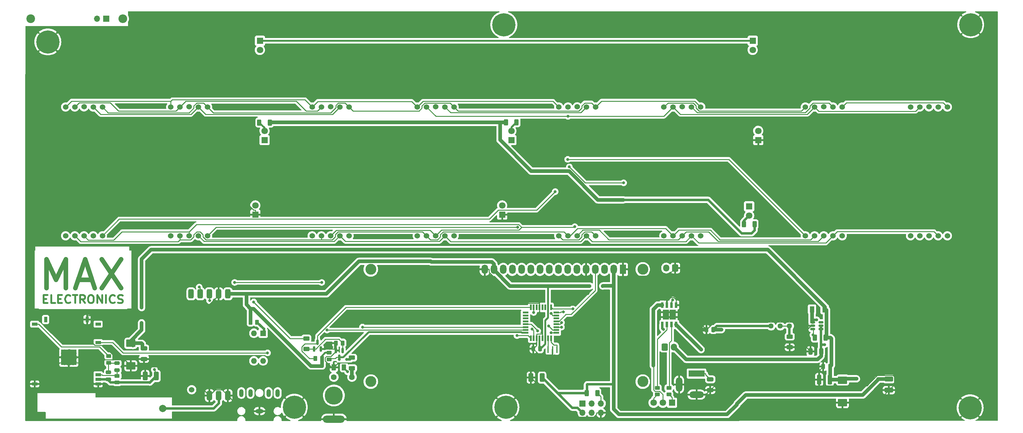
<source format=gbr>
%TF.GenerationSoftware,KiCad,Pcbnew,(6.0.10)*%
%TF.CreationDate,2023-11-27T04:30:22+11:00*%
%TF.ProjectId,Digislate,44696769-736c-4617-9465-2e6b69636164,rev?*%
%TF.SameCoordinates,Original*%
%TF.FileFunction,Copper,L1,Top*%
%TF.FilePolarity,Positive*%
%FSLAX46Y46*%
G04 Gerber Fmt 4.6, Leading zero omitted, Abs format (unit mm)*
G04 Created by KiCad (PCBNEW (6.0.10)) date 2023-11-27 04:30:22*
%MOMM*%
%LPD*%
G01*
G04 APERTURE LIST*
G04 Aperture macros list*
%AMRoundRect*
0 Rectangle with rounded corners*
0 $1 Rounding radius*
0 $2 $3 $4 $5 $6 $7 $8 $9 X,Y pos of 4 corners*
0 Add a 4 corners polygon primitive as box body*
4,1,4,$2,$3,$4,$5,$6,$7,$8,$9,$2,$3,0*
0 Add four circle primitives for the rounded corners*
1,1,$1+$1,$2,$3*
1,1,$1+$1,$4,$5*
1,1,$1+$1,$6,$7*
1,1,$1+$1,$8,$9*
0 Add four rect primitives between the rounded corners*
20,1,$1+$1,$2,$3,$4,$5,0*
20,1,$1+$1,$4,$5,$6,$7,0*
20,1,$1+$1,$6,$7,$8,$9,0*
20,1,$1+$1,$8,$9,$2,$3,0*%
G04 Aperture macros list end*
%ADD10C,0.550000*%
%TA.AperFunction,NonConductor*%
%ADD11C,0.550000*%
%TD*%
%ADD12C,1.250000*%
%TA.AperFunction,NonConductor*%
%ADD13C,1.250000*%
%TD*%
%TA.AperFunction,SMDPad,CuDef*%
%ADD14RoundRect,0.250000X-0.312500X-0.625000X0.312500X-0.625000X0.312500X0.625000X-0.312500X0.625000X0*%
%TD*%
%TA.AperFunction,ComponentPad*%
%ADD15R,1.800000X1.800000*%
%TD*%
%TA.AperFunction,ComponentPad*%
%ADD16C,1.800000*%
%TD*%
%TA.AperFunction,SMDPad,CuDef*%
%ADD17RoundRect,0.250000X0.625000X-0.312500X0.625000X0.312500X-0.625000X0.312500X-0.625000X-0.312500X0*%
%TD*%
%TA.AperFunction,SMDPad,CuDef*%
%ADD18RoundRect,0.150000X-0.512500X-0.150000X0.512500X-0.150000X0.512500X0.150000X-0.512500X0.150000X0*%
%TD*%
%TA.AperFunction,ComponentPad*%
%ADD19C,0.800000*%
%TD*%
%TA.AperFunction,ComponentPad*%
%ADD20C,6.400000*%
%TD*%
%TA.AperFunction,SMDPad,CuDef*%
%ADD21RoundRect,0.250000X-0.262500X-0.450000X0.262500X-0.450000X0.262500X0.450000X-0.262500X0.450000X0*%
%TD*%
%TA.AperFunction,ComponentPad*%
%ADD22C,1.524000*%
%TD*%
%TA.AperFunction,SMDPad,CuDef*%
%ADD23R,0.550000X1.600000*%
%TD*%
%TA.AperFunction,SMDPad,CuDef*%
%ADD24R,1.600000X0.550000*%
%TD*%
%TA.AperFunction,SMDPad,CuDef*%
%ADD25RoundRect,0.250000X0.312500X0.625000X-0.312500X0.625000X-0.312500X-0.625000X0.312500X-0.625000X0*%
%TD*%
%TA.AperFunction,SMDPad,CuDef*%
%ADD26RoundRect,0.250000X0.450000X-0.262500X0.450000X0.262500X-0.450000X0.262500X-0.450000X-0.262500X0*%
%TD*%
%TA.AperFunction,ComponentPad*%
%ADD27C,2.400000*%
%TD*%
%TA.AperFunction,ComponentPad*%
%ADD28O,2.400000X2.400000*%
%TD*%
%TA.AperFunction,SMDPad,CuDef*%
%ADD29RoundRect,0.150000X0.150000X-0.587500X0.150000X0.587500X-0.150000X0.587500X-0.150000X-0.587500X0*%
%TD*%
%TA.AperFunction,SMDPad,CuDef*%
%ADD30R,1.500000X0.900000*%
%TD*%
%TA.AperFunction,SMDPad,CuDef*%
%ADD31R,0.900000X1.500000*%
%TD*%
%TA.AperFunction,SMDPad,CuDef*%
%ADD32R,1.050000X1.050000*%
%TD*%
%TA.AperFunction,HeatsinkPad*%
%ADD33C,0.475000*%
%TD*%
%TA.AperFunction,HeatsinkPad*%
%ADD34C,0.500000*%
%TD*%
%TA.AperFunction,SMDPad,CuDef*%
%ADD35R,4.200000X4.200000*%
%TD*%
%TA.AperFunction,SMDPad,CuDef*%
%ADD36RoundRect,0.250000X0.475000X-0.250000X0.475000X0.250000X-0.475000X0.250000X-0.475000X-0.250000X0*%
%TD*%
%TA.AperFunction,SMDPad,CuDef*%
%ADD37RoundRect,0.250000X0.250000X0.475000X-0.250000X0.475000X-0.250000X-0.475000X0.250000X-0.475000X0*%
%TD*%
%TA.AperFunction,ComponentPad*%
%ADD38R,1.600000X1.600000*%
%TD*%
%TA.AperFunction,ComponentPad*%
%ADD39O,1.600000X1.600000*%
%TD*%
%TA.AperFunction,SMDPad,CuDef*%
%ADD40RoundRect,0.250000X0.325000X0.650000X-0.325000X0.650000X-0.325000X-0.650000X0.325000X-0.650000X0*%
%TD*%
%TA.AperFunction,SMDPad,CuDef*%
%ADD41R,0.650000X1.500000*%
%TD*%
%TA.AperFunction,SMDPad,CuDef*%
%ADD42R,1.800000X1.350000*%
%TD*%
%TA.AperFunction,SMDPad,CuDef*%
%ADD43RoundRect,0.250000X0.375000X0.625000X-0.375000X0.625000X-0.375000X-0.625000X0.375000X-0.625000X0*%
%TD*%
%TA.AperFunction,ComponentPad*%
%ADD44C,2.000000*%
%TD*%
%TA.AperFunction,SMDPad,CuDef*%
%ADD45RoundRect,0.250000X0.650000X-0.325000X0.650000X0.325000X-0.650000X0.325000X-0.650000X-0.325000X0*%
%TD*%
%TA.AperFunction,SMDPad,CuDef*%
%ADD46RoundRect,0.250000X-0.475000X0.250000X-0.475000X-0.250000X0.475000X-0.250000X0.475000X0.250000X0*%
%TD*%
%TA.AperFunction,WasherPad*%
%ADD47C,6.400000*%
%TD*%
%TA.AperFunction,SMDPad,CuDef*%
%ADD48RoundRect,0.250000X0.325000X1.100000X-0.325000X1.100000X-0.325000X-1.100000X0.325000X-1.100000X0*%
%TD*%
%TA.AperFunction,SMDPad,CuDef*%
%ADD49RoundRect,0.250000X0.412500X0.925000X-0.412500X0.925000X-0.412500X-0.925000X0.412500X-0.925000X0*%
%TD*%
%TA.AperFunction,SMDPad,CuDef*%
%ADD50RoundRect,0.150000X-0.150000X0.587500X-0.150000X-0.587500X0.150000X-0.587500X0.150000X0.587500X0*%
%TD*%
%TA.AperFunction,WasherPad*%
%ADD51C,1.524000*%
%TD*%
%TA.AperFunction,SMDPad,CuDef*%
%ADD52RoundRect,0.375000X-0.375000X0.887000X-0.375000X-0.887000X0.375000X-0.887000X0.375000X0.887000X0*%
%TD*%
%TA.AperFunction,SMDPad,CuDef*%
%ADD53RoundRect,0.250000X-0.650000X0.325000X-0.650000X-0.325000X0.650000X-0.325000X0.650000X0.325000X0*%
%TD*%
%TA.AperFunction,SMDPad,CuDef*%
%ADD54RoundRect,0.250000X-0.925000X0.412500X-0.925000X-0.412500X0.925000X-0.412500X0.925000X0.412500X0*%
%TD*%
%TA.AperFunction,SMDPad,CuDef*%
%ADD55RoundRect,0.250000X-0.450000X0.262500X-0.450000X-0.262500X0.450000X-0.262500X0.450000X0.262500X0*%
%TD*%
%TA.AperFunction,SMDPad,CuDef*%
%ADD56R,1.300000X1.700000*%
%TD*%
%TA.AperFunction,SMDPad,CuDef*%
%ADD57R,0.400000X1.900000*%
%TD*%
%TA.AperFunction,SMDPad,CuDef*%
%ADD58RoundRect,0.250000X-1.025000X0.787500X-1.025000X-0.787500X1.025000X-0.787500X1.025000X0.787500X0*%
%TD*%
%TA.AperFunction,ComponentPad*%
%ADD59C,1.600000*%
%TD*%
%TA.AperFunction,ComponentPad*%
%ADD60R,1.700000X1.700000*%
%TD*%
%TA.AperFunction,ComponentPad*%
%ADD61O,1.700000X1.700000*%
%TD*%
%TA.AperFunction,ComponentPad*%
%ADD62C,1.440000*%
%TD*%
%TA.AperFunction,ComponentPad*%
%ADD63R,4.400000X1.800000*%
%TD*%
%TA.AperFunction,ComponentPad*%
%ADD64O,4.000000X1.800000*%
%TD*%
%TA.AperFunction,ComponentPad*%
%ADD65O,1.800000X4.000000*%
%TD*%
%TA.AperFunction,ComponentPad*%
%ADD66RoundRect,0.250000X0.600000X0.725000X-0.600000X0.725000X-0.600000X-0.725000X0.600000X-0.725000X0*%
%TD*%
%TA.AperFunction,ComponentPad*%
%ADD67O,1.700000X1.950000*%
%TD*%
%TA.AperFunction,ComponentPad*%
%ADD68O,1.200000X2.200000*%
%TD*%
%TA.AperFunction,ComponentPad*%
%ADD69O,2.200000X1.200000*%
%TD*%
%TA.AperFunction,ComponentPad*%
%ADD70C,5.000000*%
%TD*%
%TA.AperFunction,ComponentPad*%
%ADD71O,6.000000X2.000000*%
%TD*%
%TA.AperFunction,ComponentPad*%
%ADD72RoundRect,0.250000X-0.600000X-0.725000X0.600000X-0.725000X0.600000X0.725000X-0.600000X0.725000X0*%
%TD*%
%TA.AperFunction,ComponentPad*%
%ADD73C,3.000000*%
%TD*%
%TA.AperFunction,ComponentPad*%
%ADD74R,1.800000X2.600000*%
%TD*%
%TA.AperFunction,ComponentPad*%
%ADD75O,1.800000X2.600000*%
%TD*%
%TA.AperFunction,ViaPad*%
%ADD76C,0.800000*%
%TD*%
%TA.AperFunction,Conductor*%
%ADD77C,0.700000*%
%TD*%
%TA.AperFunction,Conductor*%
%ADD78C,1.000000*%
%TD*%
%TA.AperFunction,Conductor*%
%ADD79C,0.250000*%
%TD*%
%TA.AperFunction,Conductor*%
%ADD80C,0.500000*%
%TD*%
G04 APERTURE END LIST*
D10*
D11*
X20887142Y-105332857D02*
X21653809Y-105332857D01*
X21982380Y-106485238D02*
X20887142Y-106485238D01*
X20887142Y-104285238D01*
X21982380Y-104285238D01*
X24063333Y-106485238D02*
X22968095Y-106485238D01*
X22968095Y-104285238D01*
X24830000Y-105332857D02*
X25596666Y-105332857D01*
X25925238Y-106485238D02*
X24830000Y-106485238D01*
X24830000Y-104285238D01*
X25925238Y-104285238D01*
X28225238Y-106275714D02*
X28115714Y-106380476D01*
X27787142Y-106485238D01*
X27568095Y-106485238D01*
X27239523Y-106380476D01*
X27020476Y-106170952D01*
X26910952Y-105961428D01*
X26801428Y-105542380D01*
X26801428Y-105228095D01*
X26910952Y-104809047D01*
X27020476Y-104599523D01*
X27239523Y-104390000D01*
X27568095Y-104285238D01*
X27787142Y-104285238D01*
X28115714Y-104390000D01*
X28225238Y-104494761D01*
X28882380Y-104285238D02*
X30196666Y-104285238D01*
X29539523Y-106485238D02*
X29539523Y-104285238D01*
X32277619Y-106485238D02*
X31510952Y-105437619D01*
X30963333Y-106485238D02*
X30963333Y-104285238D01*
X31839523Y-104285238D01*
X32058571Y-104390000D01*
X32168095Y-104494761D01*
X32277619Y-104704285D01*
X32277619Y-105018571D01*
X32168095Y-105228095D01*
X32058571Y-105332857D01*
X31839523Y-105437619D01*
X30963333Y-105437619D01*
X33701428Y-104285238D02*
X34139523Y-104285238D01*
X34358571Y-104390000D01*
X34577619Y-104599523D01*
X34687142Y-105018571D01*
X34687142Y-105751904D01*
X34577619Y-106170952D01*
X34358571Y-106380476D01*
X34139523Y-106485238D01*
X33701428Y-106485238D01*
X33482380Y-106380476D01*
X33263333Y-106170952D01*
X33153809Y-105751904D01*
X33153809Y-105018571D01*
X33263333Y-104599523D01*
X33482380Y-104390000D01*
X33701428Y-104285238D01*
X35672857Y-106485238D02*
X35672857Y-104285238D01*
X36987142Y-106485238D01*
X36987142Y-104285238D01*
X38082380Y-106485238D02*
X38082380Y-104285238D01*
X40491904Y-106275714D02*
X40382380Y-106380476D01*
X40053809Y-106485238D01*
X39834761Y-106485238D01*
X39506190Y-106380476D01*
X39287142Y-106170952D01*
X39177619Y-105961428D01*
X39068095Y-105542380D01*
X39068095Y-105228095D01*
X39177619Y-104809047D01*
X39287142Y-104599523D01*
X39506190Y-104390000D01*
X39834761Y-104285238D01*
X40053809Y-104285238D01*
X40382380Y-104390000D01*
X40491904Y-104494761D01*
X41368095Y-106380476D02*
X41696666Y-106485238D01*
X42244285Y-106485238D01*
X42463333Y-106380476D01*
X42572857Y-106275714D01*
X42682380Y-106066190D01*
X42682380Y-105856666D01*
X42572857Y-105647142D01*
X42463333Y-105542380D01*
X42244285Y-105437619D01*
X41806190Y-105332857D01*
X41587142Y-105228095D01*
X41477619Y-105123333D01*
X41368095Y-104913809D01*
X41368095Y-104704285D01*
X41477619Y-104494761D01*
X41587142Y-104390000D01*
X41806190Y-104285238D01*
X42353809Y-104285238D01*
X42682380Y-104390000D01*
D12*
D13*
X21595238Y-102339047D02*
X21595238Y-94339047D01*
X24261904Y-100053333D01*
X26928571Y-94339047D01*
X26928571Y-102339047D01*
X30357142Y-100053333D02*
X34166666Y-100053333D01*
X29595238Y-102339047D02*
X32261904Y-94339047D01*
X34928571Y-102339047D01*
X36833333Y-94339047D02*
X42166666Y-102339047D01*
X42166666Y-94339047D02*
X36833333Y-102339047D01*
D14*
%TO.P,R13,1*%
%TO.N,Net-(R13-Pad1)*%
X80327500Y-56630000D03*
%TO.P,R13,2*%
%TO.N,+5V*%
X83252500Y-56630000D03*
%TD*%
D15*
%TO.P,LD8,1,K*%
%TO.N,GND*%
X147320000Y-82047000D03*
D16*
%TO.P,LD8,2,A*%
%TO.N,Net-(LD7-Pad1)*%
X147320000Y-79507000D03*
%TD*%
D17*
%TO.P,R3,1*%
%TO.N,Net-(R3-Pad1)*%
X105900000Y-124462500D03*
%TO.P,R3,2*%
%TO.N,Net-(R3-Pad2)*%
X105900000Y-121537500D03*
%TD*%
D18*
%TO.P,U3,1,SW*%
%TO.N,Net-(L1-Pad2)*%
X232962500Y-111750000D03*
%TO.P,U3,2,GND*%
%TO.N,GND*%
X232962500Y-112700000D03*
%TO.P,U3,3,FB*%
%TO.N,Net-(R20-Pad1)*%
X232962500Y-113650000D03*
%TO.P,U3,4,EN*%
%TO.N,Net-(CN2-Pad2)*%
X235237500Y-113650000D03*
%TO.P,U3,5,IN*%
X235237500Y-112700000D03*
%TO.P,U3,6,NC*%
%TO.N,unconnected-(U3-Pad6)*%
X235237500Y-111750000D03*
%TD*%
D19*
%TO.P,REF6,1*%
%TO.N,N/C*%
X274652944Y-133672944D03*
D20*
%TO.N,GND*%
X276350000Y-135370000D03*
D19*
%TO.N,N/C*%
X278047056Y-133672944D03*
X274652944Y-137067056D03*
D20*
%TO.N,GND*%
X276350000Y-135370000D03*
D19*
%TO.N,N/C*%
X278750000Y-135370000D03*
X276350000Y-132970000D03*
X276350000Y-137770000D03*
X278047056Y-137067056D03*
X273950000Y-135370000D03*
%TD*%
D21*
%TO.P,R6,1*%
%TO.N,SW1*%
X95787500Y-121800000D03*
%TO.P,R6,2*%
%TO.N,+5V*%
X97612500Y-121800000D03*
%TD*%
D22*
%TO.P,HR1,1,CC*%
%TO.N,H1*%
X26920000Y-87900000D03*
%TO.P,HR1,2,E*%
%TO.N,E*%
X29460000Y-87900000D03*
%TO.P,HR1,3,D*%
%TO.N,D*%
X32000000Y-87882000D03*
%TO.P,HR1,4,C*%
%TO.N,C*%
X34540000Y-87900000D03*
%TO.P,HR1,5,CC*%
%TO.N,H1*%
X37080000Y-87900000D03*
%TO.P,HR1,6,B*%
%TO.N,B*%
X37080000Y-52340000D03*
%TO.P,HR1,7,A*%
%TO.N,A*%
X34540000Y-52340000D03*
%TO.P,HR1,8,DP*%
%TO.N,unconnected-(HR1-Pad8)*%
X32000000Y-52300000D03*
%TO.P,HR1,9,F*%
%TO.N,F*%
X29460000Y-52340000D03*
%TO.P,HR1,10,G*%
%TO.N,G*%
X26920000Y-52340000D03*
%TD*%
D23*
%TO.P,U1,1,PD3*%
%TO.N,DT7*%
X155200000Y-116150000D03*
%TO.P,U1,2,PD4*%
%TO.N,DT6*%
X156000000Y-116150000D03*
%TO.P,U1,3,GND*%
%TO.N,GND*%
X156800000Y-116150000D03*
%TO.P,U1,4,VCC*%
%TO.N,+5V*%
X157600000Y-116150000D03*
%TO.P,U1,5,GND*%
%TO.N,GND*%
X158400000Y-116150000D03*
%TO.P,U1,6,VCC*%
%TO.N,+5V*%
X159200000Y-116150000D03*
%TO.P,U1,7,XTAL1/PB6*%
%TO.N,Net-(Y1-Pad3)*%
X160000000Y-116150000D03*
%TO.P,U1,8,XTAL2/PB7*%
%TO.N,Net-(Y1-Pad1)*%
X160800000Y-116150000D03*
D24*
%TO.P,U1,9,PD5*%
%TO.N,DT5*%
X162250000Y-114700000D03*
%TO.P,U1,10,PD6*%
%TO.N,DT4*%
X162250000Y-113900000D03*
%TO.P,U1,11,PD7*%
%TO.N,LOAD*%
X162250000Y-113100000D03*
%TO.P,U1,12,PB0*%
%TO.N,CE*%
X162250000Y-112300000D03*
%TO.P,U1,13,PB1*%
%TO.N,RS*%
X162250000Y-111500000D03*
%TO.P,U1,14,PB2*%
%TO.N,unconnected-(U1-Pad14)*%
X162250000Y-110700000D03*
%TO.P,U1,15,PB3*%
%TO.N,MOSI*%
X162250000Y-109900000D03*
%TO.P,U1,16,PB4*%
%TO.N,MISO*%
X162250000Y-109100000D03*
D23*
%TO.P,U1,17,PB5*%
%TO.N,SCK*%
X160800000Y-107650000D03*
%TO.P,U1,18,AVCC*%
%TO.N,+5V*%
X160000000Y-107650000D03*
%TO.P,U1,19,ADC6*%
%TO.N,unconnected-(U1-Pad19)*%
X159200000Y-107650000D03*
%TO.P,U1,20,AREF*%
%TO.N,unconnected-(U1-Pad20)*%
X158400000Y-107650000D03*
%TO.P,U1,21,GND*%
%TO.N,GND*%
X157600000Y-107650000D03*
%TO.P,U1,22,ADC7*%
%TO.N,unconnected-(U1-Pad22)*%
X156800000Y-107650000D03*
%TO.P,U1,23,PC0*%
%TO.N,Net-(R11-Pad1)*%
X156000000Y-107650000D03*
%TO.P,U1,24,PC1*%
%TO.N,SW1*%
X155200000Y-107650000D03*
D24*
%TO.P,U1,25,PC2*%
%TO.N,unconnected-(U1-Pad25)*%
X153750000Y-109100000D03*
%TO.P,U1,26,PC3*%
%TO.N,unconnected-(U1-Pad26)*%
X153750000Y-109900000D03*
%TO.P,U1,27,PC4*%
%TO.N,unconnected-(U1-Pad27)*%
X153750000Y-110700000D03*
%TO.P,U1,28,PC5*%
%TO.N,unconnected-(U1-Pad28)*%
X153750000Y-111500000D03*
%TO.P,U1,29,~{RESET}/PC6*%
%TO.N,RST*%
X153750000Y-112300000D03*
%TO.P,U1,30,PD0*%
%TO.N,Net-(J1-Pad2)*%
X153750000Y-113100000D03*
%TO.P,U1,31,PD1*%
%TO.N,Net-(J2-Pad2)*%
X153750000Y-113900000D03*
%TO.P,U1,32,PD2*%
%TO.N,SIG*%
X153750000Y-114700000D03*
%TD*%
D22*
%TO.P,HR2,1,CC*%
%TO.N,H2*%
X55920000Y-87900000D03*
%TO.P,HR2,2,E*%
%TO.N,E*%
X58460000Y-87900000D03*
%TO.P,HR2,3,D*%
%TO.N,D*%
X61000000Y-87882000D03*
%TO.P,HR2,4,C*%
%TO.N,C*%
X63540000Y-87900000D03*
%TO.P,HR2,5,CC*%
%TO.N,H2*%
X66080000Y-87900000D03*
%TO.P,HR2,6,B*%
%TO.N,B*%
X66080000Y-52340000D03*
%TO.P,HR2,7,A*%
%TO.N,A*%
X63540000Y-52340000D03*
%TO.P,HR2,8,DP*%
%TO.N,unconnected-(HR2-Pad8)*%
X61000000Y-52300000D03*
%TO.P,HR2,9,F*%
%TO.N,F*%
X58460000Y-52340000D03*
%TO.P,HR2,10,G*%
%TO.N,G*%
X55920000Y-52340000D03*
%TD*%
D25*
%TO.P,R2,1*%
%TO.N,RST*%
X173562500Y-131300000D03*
%TO.P,R2,2*%
%TO.N,+5V*%
X170637500Y-131300000D03*
%TD*%
D15*
%TO.P,LD2,1,K*%
%TO.N,Net-(LD1-Pad1)*%
X80518000Y-34036000D03*
D16*
%TO.P,LD2,2,A*%
%TO.N,Net-(R10-Pad2)*%
X80518000Y-36576000D03*
%TD*%
D21*
%TO.P,R5,1*%
%TO.N,GND*%
X101487500Y-117500000D03*
%TO.P,R5,2*%
%TO.N,Net-(R5-Pad2)*%
X103312500Y-117500000D03*
%TD*%
D19*
%TO.P,REF3,1*%
%TO.N,N/C*%
X276510000Y-32020000D03*
X274812944Y-27922944D03*
X278207056Y-27922944D03*
D20*
%TO.N,GND*%
X276510000Y-29620000D03*
D19*
%TO.N,N/C*%
X274110000Y-29620000D03*
X274812944Y-31317056D03*
X278910000Y-29620000D03*
X278207056Y-31317056D03*
D20*
%TO.N,GND*%
X276510000Y-29620000D03*
D19*
%TO.N,N/C*%
X276510000Y-27220000D03*
%TD*%
D26*
%TO.P,R8,1*%
%TO.N,Net-(R8-Pad1)*%
X38820000Y-122962500D03*
%TO.P,R8,2*%
%TO.N,Net-(R8-Pad2)*%
X38820000Y-121137500D03*
%TD*%
%TO.P,R18,1*%
%TO.N,Net-(R18-Pad1)*%
X190100000Y-131712500D03*
%TO.P,R18,2*%
%TO.N,Net-(R18-Pad2)*%
X190100000Y-129887500D03*
%TD*%
D27*
%TO.P,SW2,1,1*%
%TO.N,+5V*%
X17272000Y-27940000D03*
D28*
%TO.P,SW2,2,2*%
%TO.N,Net-(R12-Pad2)*%
X42672000Y-27940000D03*
%TD*%
D29*
%TO.P,Q4,1,B*%
%TO.N,Net-(R5-Pad2)*%
X95450000Y-119137500D03*
%TO.P,Q4,2,E*%
%TO.N,GND*%
X97350000Y-119137500D03*
%TO.P,Q4,3,C*%
%TO.N,SW1*%
X96400000Y-117262500D03*
%TD*%
D30*
%TO.P,U10,1,GND*%
%TO.N,GND*%
X35892000Y-128792000D03*
%TO.P,U10,2,VDD*%
%TO.N,+3V3*%
X35892000Y-127522000D03*
%TO.P,U10,3,EN*%
%TO.N,Net-(R7-Pad1)*%
X35892000Y-126252000D03*
%TO.P,U10,10,IO25*%
%TO.N,Net-(J4-Pad1)*%
X35892000Y-117362000D03*
%TO.P,U10,14,IO12*%
%TO.N,unconnected-(U10-Pad14)*%
X35892000Y-112282000D03*
D31*
%TO.P,U10,15,GND*%
%TO.N,GND*%
X32852000Y-111032000D03*
%TO.P,U10,24,IO2*%
%TO.N,unconnected-(U10-Pad24)*%
X21422000Y-111032000D03*
D30*
%TO.P,U10,25,IO0*%
%TO.N,Net-(R8-Pad2)*%
X18392000Y-112282000D03*
%TO.P,U10,38,GND*%
%TO.N,GND*%
X18392000Y-128792000D03*
D32*
%TO.P,U10,39,GND*%
X27822000Y-119927000D03*
X29347000Y-119927000D03*
D33*
X28584500Y-122977000D03*
X28584500Y-119927000D03*
X27059500Y-122977000D03*
X27822000Y-120689500D03*
D32*
X26297000Y-121452000D03*
D33*
X26297000Y-120689500D03*
D32*
X26297000Y-122977000D03*
D33*
X28584500Y-121452000D03*
D32*
X27822000Y-121452000D03*
X29347000Y-121452000D03*
D33*
X29347000Y-122214500D03*
X27059500Y-119927000D03*
X27059500Y-121452000D03*
X26297000Y-122214500D03*
D32*
X29347000Y-122977000D03*
X26297000Y-119927000D03*
D33*
X29347000Y-120689500D03*
D34*
X27822000Y-122214500D03*
D32*
X27822000Y-122977000D03*
D35*
X27822000Y-121452000D03*
%TD*%
D20*
%TO.P,REF4,1*%
%TO.N,GND*%
X89990000Y-135230000D03*
D19*
%TO.N,N/C*%
X89990000Y-132830000D03*
X91687056Y-136927056D03*
X88292944Y-133532944D03*
D20*
%TO.N,GND*%
X89990000Y-135230000D03*
D19*
%TO.N,N/C*%
X87590000Y-135230000D03*
X89990000Y-137630000D03*
X88292944Y-136927056D03*
X92390000Y-135230000D03*
X91687056Y-133532944D03*
%TD*%
D36*
%TO.P,C8,1*%
%TO.N,+3V3*%
X38730000Y-127510000D03*
%TO.P,C8,2*%
%TO.N,Net-(R8-Pad1)*%
X38730000Y-125610000D03*
%TD*%
D22*
%TO.P,SC1,1,CC*%
%TO.N,S1*%
X162920000Y-87900000D03*
%TO.P,SC1,2,E*%
%TO.N,E*%
X165460000Y-87900000D03*
%TO.P,SC1,3,D*%
%TO.N,D*%
X168000000Y-87882000D03*
%TO.P,SC1,4,C*%
%TO.N,C*%
X170540000Y-87900000D03*
%TO.P,SC1,5,CC*%
%TO.N,S1*%
X173080000Y-87900000D03*
%TO.P,SC1,6,B*%
%TO.N,B*%
X173080000Y-52340000D03*
%TO.P,SC1,7,A*%
%TO.N,A*%
X170540000Y-52340000D03*
%TO.P,SC1,8,DP*%
%TO.N,unconnected-(SC1-Pad8)*%
X168000000Y-52300000D03*
%TO.P,SC1,9,F*%
%TO.N,F*%
X165460000Y-52340000D03*
%TO.P,SC1,10,G*%
%TO.N,G*%
X162920000Y-52340000D03*
%TD*%
D15*
%TO.P,LD4,1,K*%
%TO.N,GND*%
X79248000Y-82052000D03*
D16*
%TO.P,LD4,2,A*%
%TO.N,Net-(LD3-Pad1)*%
X79248000Y-79512000D03*
%TD*%
D19*
%TO.P,REF1,1*%
%TO.N,N/C*%
X23717056Y-36057056D03*
D20*
%TO.N,GND*%
X22020000Y-34360000D03*
D19*
%TO.N,N/C*%
X19620000Y-34360000D03*
X20322944Y-36057056D03*
X24420000Y-34360000D03*
X23717056Y-32662944D03*
X22020000Y-36760000D03*
X22020000Y-31960000D03*
X20322944Y-32662944D03*
D20*
%TO.N,GND*%
X22020000Y-34360000D03*
%TD*%
D37*
%TO.P,C1,1*%
%TO.N,+5V*%
X157780000Y-119080000D03*
%TO.P,C1,2*%
%TO.N,GND*%
X155880000Y-119080000D03*
%TD*%
D14*
%TO.P,R20,1*%
%TO.N,Net-(R20-Pad1)*%
X233537500Y-116000000D03*
%TO.P,R20,2*%
%TO.N,+6V*%
X236462500Y-116000000D03*
%TD*%
D22*
%TO.P,FR2,1,CC*%
%TO.N,F2*%
X259920000Y-87900000D03*
%TO.P,FR2,2,E*%
%TO.N,E*%
X262460000Y-87900000D03*
%TO.P,FR2,3,D*%
%TO.N,D*%
X265000000Y-87882000D03*
%TO.P,FR2,4,C*%
%TO.N,C*%
X267540000Y-87900000D03*
%TO.P,FR2,5,CC*%
%TO.N,F2*%
X270080000Y-87900000D03*
%TO.P,FR2,6,B*%
%TO.N,B*%
X270080000Y-52340000D03*
%TO.P,FR2,7,A*%
%TO.N,A*%
X267540000Y-52340000D03*
%TO.P,FR2,8,DP*%
%TO.N,unconnected-(FR2-Pad8)*%
X265000000Y-52300000D03*
%TO.P,FR2,9,F*%
%TO.N,F*%
X262460000Y-52340000D03*
%TO.P,FR2,10,G*%
%TO.N,G*%
X259920000Y-52340000D03*
%TD*%
D21*
%TO.P,R19,1*%
%TO.N,+5V*%
X77905000Y-111760000D03*
%TO.P,R19,2*%
%TO.N,Net-(U8-Pad4)*%
X79730000Y-111760000D03*
%TD*%
D22*
%TO.P,MN2,1,CC*%
%TO.N,M2*%
X123920000Y-87900000D03*
%TO.P,MN2,2,E*%
%TO.N,E*%
X126460000Y-87900000D03*
%TO.P,MN2,3,D*%
%TO.N,D*%
X129000000Y-87882000D03*
%TO.P,MN2,4,C*%
%TO.N,C*%
X131540000Y-87900000D03*
%TO.P,MN2,5,CC*%
%TO.N,M2*%
X134080000Y-87900000D03*
%TO.P,MN2,6,B*%
%TO.N,B*%
X134080000Y-52340000D03*
%TO.P,MN2,7,A*%
%TO.N,A*%
X131540000Y-52340000D03*
%TO.P,MN2,8,DP*%
%TO.N,unconnected-(MN2-Pad8)*%
X129000000Y-52300000D03*
%TO.P,MN2,9,F*%
%TO.N,F*%
X126460000Y-52340000D03*
%TO.P,MN2,10,G*%
%TO.N,G*%
X123920000Y-52340000D03*
%TD*%
D38*
%TO.P,U8,1*%
%TO.N,Net-(U8-Pad4)*%
X81395000Y-114800000D03*
D39*
%TO.P,U8,2*%
%TO.N,Net-(LD1-Pad1)*%
X78855000Y-114800000D03*
%TO.P,U8,3*%
%TO.N,Net-(CN6-PadT)*%
X78855000Y-122420000D03*
%TO.P,U8,4*%
%TO.N,Net-(U8-Pad4)*%
X81395000Y-122420000D03*
%TD*%
D40*
%TO.P,C10,1*%
%TO.N,Net-(CN2-Pad2)*%
X235275000Y-119800000D03*
%TO.P,C10,2*%
%TO.N,GND*%
X232325000Y-119800000D03*
%TD*%
D22*
%TO.P,SC2,1,CC*%
%TO.N,S2*%
X191920000Y-87900000D03*
%TO.P,SC2,2,E*%
%TO.N,E*%
X194460000Y-87900000D03*
%TO.P,SC2,3,D*%
%TO.N,D*%
X197000000Y-87882000D03*
%TO.P,SC2,4,C*%
%TO.N,C*%
X199540000Y-87900000D03*
%TO.P,SC2,5,CC*%
%TO.N,S2*%
X202080000Y-87900000D03*
%TO.P,SC2,6,B*%
%TO.N,B*%
X202080000Y-52340000D03*
%TO.P,SC2,7,A*%
%TO.N,A*%
X199540000Y-52340000D03*
%TO.P,SC2,8,DP*%
%TO.N,unconnected-(SC2-Pad8)*%
X197000000Y-52300000D03*
%TO.P,SC2,9,F*%
%TO.N,F*%
X194460000Y-52340000D03*
%TO.P,SC2,10,G*%
%TO.N,G*%
X191920000Y-52340000D03*
%TD*%
D41*
%TO.P,U6,1,TEMP*%
%TO.N,GND*%
X195305000Y-107000000D03*
%TO.P,U6,2,PROG*%
%TO.N,Net-(R22-Pad1)*%
X194035000Y-107000000D03*
%TO.P,U6,3,GND*%
%TO.N,GND*%
X192765000Y-107000000D03*
%TO.P,U6,4,VCC*%
%TO.N,Net-(RV2-Pad3)*%
X191495000Y-107000000D03*
%TO.P,U6,5,BATT*%
%TO.N,+BATT*%
X191495000Y-112400000D03*
%TO.P,U6,6,STBY*%
%TO.N,Net-(R18-Pad2)*%
X192765000Y-112400000D03*
%TO.P,U6,7,CHRG*%
%TO.N,Net-(R17-Pad2)*%
X194035000Y-112400000D03*
%TO.P,U6,8,CE*%
%TO.N,Net-(RV2-Pad3)*%
X195305000Y-112400000D03*
D42*
%TO.P,U6,9*%
%TO.N,GND*%
X194300000Y-110375000D03*
X194300000Y-109025000D03*
X192500000Y-109025000D03*
X192500000Y-110375000D03*
%TD*%
D22*
%TO.P,MN1,1,CC*%
%TO.N,M1*%
X94920000Y-87900000D03*
%TO.P,MN1,2,E*%
%TO.N,E*%
X97460000Y-87900000D03*
%TO.P,MN1,3,D*%
%TO.N,D*%
X100000000Y-87882000D03*
%TO.P,MN1,4,C*%
%TO.N,C*%
X102540000Y-87900000D03*
%TO.P,MN1,5,CC*%
%TO.N,M1*%
X105080000Y-87900000D03*
%TO.P,MN1,6,B*%
%TO.N,B*%
X105080000Y-52340000D03*
%TO.P,MN1,7,A*%
%TO.N,A*%
X102540000Y-52340000D03*
%TO.P,MN1,8,DP*%
%TO.N,unconnected-(MN1-Pad8)*%
X100000000Y-52300000D03*
%TO.P,MN1,9,F*%
%TO.N,F*%
X97460000Y-52340000D03*
%TO.P,MN1,10,G*%
%TO.N,G*%
X94920000Y-52340000D03*
%TD*%
D43*
%TO.P,D3,1,K*%
%TO.N,Net-(R3-Pad2)*%
X103700000Y-124200000D03*
%TO.P,D3,2,A*%
%TO.N,GND*%
X100900000Y-124200000D03*
%TD*%
D15*
%TO.P,LD1,1,K*%
%TO.N,Net-(LD1-Pad1)*%
X216408000Y-34031000D03*
D16*
%TO.P,LD1,2,A*%
%TO.N,Net-(R9-Pad2)*%
X216408000Y-36571000D03*
%TD*%
D44*
%TO.P,AE1,1,A*%
%TO.N,Net-(AE1-Pad1)*%
X53680000Y-135548000D03*
%TD*%
D45*
%TO.P,C11,1*%
%TO.N,GND*%
X48520000Y-121915000D03*
%TO.P,C11,2*%
%TO.N,+6V*%
X48520000Y-118965000D03*
%TD*%
D46*
%TO.P,C7,1*%
%TO.N,Net-(R8-Pad1)*%
X41130000Y-123060000D03*
%TO.P,C7,2*%
%TO.N,Net-(R7-Pad1)*%
X41130000Y-124960000D03*
%TD*%
D37*
%TO.P,C14,1*%
%TO.N,+6V*%
X237750000Y-124000000D03*
%TO.P,C14,2*%
%TO.N,GND*%
X235850000Y-124000000D03*
%TD*%
D47*
%TO.P,REF2,*%
%TO.N,*%
X147770000Y-29630000D03*
D19*
%TO.P,REF2,1*%
%TO.N,N/C*%
X146072944Y-31327056D03*
D20*
%TO.N,GND*%
X147770000Y-29630000D03*
D19*
%TO.N,N/C*%
X147770000Y-27230000D03*
X149467056Y-27932944D03*
X150170000Y-29630000D03*
X147770000Y-32030000D03*
X149467056Y-31327056D03*
X146072944Y-27932944D03*
X145370000Y-29630000D03*
%TD*%
D37*
%TO.P,C4,1*%
%TO.N,Net-(RV2-Pad3)*%
X205550000Y-113800000D03*
%TO.P,C4,2*%
%TO.N,GND*%
X203650000Y-113800000D03*
%TD*%
D48*
%TO.P,C13,1*%
%TO.N,+6V*%
X237675000Y-127600000D03*
%TO.P,C13,2*%
%TO.N,GND*%
X234725000Y-127600000D03*
%TD*%
D49*
%TO.P,C23,1*%
%TO.N,+3V3*%
X51967500Y-126630000D03*
%TO.P,C23,2*%
%TO.N,GND*%
X48892500Y-126630000D03*
%TD*%
D15*
%TO.P,LD5,1,K*%
%TO.N,Net-(LD5-Pad1)*%
X215420000Y-79770000D03*
D16*
%TO.P,LD5,2,A*%
%TO.N,Net-(R14-Pad1)*%
X215420000Y-82310000D03*
%TD*%
D50*
%TO.P,Q3,1,B*%
%TO.N,Net-(R5-Pad2)*%
X103350000Y-119562500D03*
%TO.P,Q3,2,E*%
%TO.N,GND*%
X101450000Y-119562500D03*
%TO.P,Q3,3,C*%
%TO.N,SIG*%
X102400000Y-121437500D03*
%TD*%
D15*
%TO.P,LD7,1,K*%
%TO.N,Net-(LD7-Pad1)*%
X149860000Y-61473000D03*
D16*
%TO.P,LD7,2,A*%
%TO.N,Net-(R15-Pad1)*%
X149860000Y-58933000D03*
%TD*%
D25*
%TO.P,R15,1*%
%TO.N,Net-(R15-Pad1)*%
X151272500Y-56550000D03*
%TO.P,R15,2*%
%TO.N,+5V*%
X148347500Y-56550000D03*
%TD*%
D51*
%TO.P,U9,*%
%TO.N,*%
X61700000Y-130400000D03*
D52*
%TO.P,U9,1,VCC*%
%TO.N,+5V*%
X71680000Y-103930000D03*
%TO.P,U9,2,GND*%
%TO.N,GND*%
X69140000Y-103930000D03*
%TO.P,U9,3,RXD*%
%TO.N,TXD*%
X66600000Y-103930000D03*
%TO.P,U9,4,TXD*%
%TO.N,Net-(J3-Pad2)*%
X64060000Y-103930000D03*
%TO.P,U9,5,SET*%
%TO.N,unconnected-(U9-Pad5)*%
X61520000Y-103930000D03*
%TO.P,U9,6,ANT*%
%TO.N,Net-(AE1-Pad1)*%
X69140000Y-132000000D03*
%TO.P,U9,7,GND*%
%TO.N,GND*%
X71680000Y-132000000D03*
%TO.P,U9,8,GND*%
X66600000Y-132000000D03*
%TD*%
D49*
%TO.P,C21,1*%
%TO.N,+5V*%
X158335000Y-127060000D03*
%TO.P,C21,2*%
%TO.N,GND*%
X155260000Y-127060000D03*
%TD*%
D53*
%TO.P,C9,1*%
%TO.N,Net-(U5-Pad1)*%
X204700000Y-127525000D03*
%TO.P,C9,2*%
%TO.N,GND*%
X204700000Y-130475000D03*
%TD*%
D15*
%TO.P,LD3,1,K*%
%TO.N,Net-(LD3-Pad1)*%
X81788000Y-61473000D03*
D16*
%TO.P,LD3,2,A*%
%TO.N,Net-(R13-Pad1)*%
X81788000Y-58933000D03*
%TD*%
D17*
%TO.P,R12,1*%
%TO.N,Net-(R5-Pad2)*%
X93300000Y-119162500D03*
%TO.P,R12,2*%
%TO.N,Net-(R12-Pad2)*%
X93300000Y-116237500D03*
%TD*%
D26*
%TO.P,R4,1*%
%TO.N,SIG*%
X99600000Y-122012500D03*
%TO.P,R4,2*%
%TO.N,+5V*%
X99600000Y-120187500D03*
%TD*%
%TO.P,R17,1*%
%TO.N,Net-(R17-Pad1)*%
X193300000Y-131712500D03*
%TO.P,R17,2*%
%TO.N,Net-(R17-Pad2)*%
X193300000Y-129887500D03*
%TD*%
D14*
%TO.P,R14,1*%
%TO.N,Net-(R14-Pad1)*%
X213997500Y-84690000D03*
%TO.P,R14,2*%
%TO.N,+5V*%
X216922500Y-84690000D03*
%TD*%
D15*
%TO.P,LD6,1,K*%
%TO.N,GND*%
X217932000Y-61468000D03*
D16*
%TO.P,LD6,2,A*%
%TO.N,Net-(LD5-Pad1)*%
X217932000Y-58928000D03*
%TD*%
D54*
%TO.P,C20,1*%
%TO.N,+5V*%
X253960000Y-127455000D03*
%TO.P,C20,2*%
%TO.N,GND*%
X253960000Y-130530000D03*
%TD*%
D17*
%TO.P,R16,1*%
%TO.N,GND*%
X226600000Y-118662500D03*
%TO.P,R16,2*%
%TO.N,Net-(R16-Pad2)*%
X226600000Y-115737500D03*
%TD*%
D55*
%TO.P,R7,1*%
%TO.N,Net-(R7-Pad1)*%
X41130000Y-126567500D03*
%TO.P,R7,2*%
%TO.N,+3V3*%
X41130000Y-128392500D03*
%TD*%
D19*
%TO.P,REF5,1*%
%TO.N,N/C*%
X150037056Y-133562944D03*
X146642944Y-133562944D03*
X145940000Y-135260000D03*
X148340000Y-132860000D03*
D20*
%TO.N,GND*%
X148340000Y-135260000D03*
D19*
%TO.N,N/C*%
X150037056Y-136957056D03*
X150740000Y-135260000D03*
X146642944Y-136957056D03*
D20*
%TO.N,GND*%
X148340000Y-135260000D03*
D19*
%TO.N,N/C*%
X148340000Y-137660000D03*
%TD*%
D56*
%TO.P,D1,1,K*%
%TO.N,+6V*%
X236250000Y-108200000D03*
%TO.P,D1,2,A*%
%TO.N,Net-(L1-Pad2)*%
X232750000Y-108200000D03*
%TD*%
D22*
%TO.P,FR1,1,CC*%
%TO.N,F1*%
X230920000Y-87900000D03*
%TO.P,FR1,2,E*%
%TO.N,E*%
X233460000Y-87900000D03*
%TO.P,FR1,3,D*%
%TO.N,D*%
X236000000Y-87882000D03*
%TO.P,FR1,4,C*%
%TO.N,C*%
X238540000Y-87900000D03*
%TO.P,FR1,5,CC*%
%TO.N,F1*%
X241080000Y-87900000D03*
%TO.P,FR1,6,B*%
%TO.N,B*%
X241080000Y-52340000D03*
%TO.P,FR1,7,A*%
%TO.N,A*%
X238540000Y-52340000D03*
%TO.P,FR1,8,DP*%
%TO.N,unconnected-(FR1-Pad8)*%
X236000000Y-52300000D03*
%TO.P,FR1,9,F*%
%TO.N,F*%
X233460000Y-52340000D03*
%TO.P,FR1,10,G*%
%TO.N,G*%
X230920000Y-52340000D03*
%TD*%
D57*
%TO.P,Y1,1,1*%
%TO.N,Net-(Y1-Pad1)*%
X162400000Y-119300000D03*
%TO.P,Y1,2,2*%
%TO.N,GND*%
X161200000Y-119300000D03*
%TO.P,Y1,3,3*%
%TO.N,Net-(Y1-Pad3)*%
X160000000Y-119300000D03*
%TD*%
D58*
%TO.P,C19,1*%
%TO.N,+6V*%
X241180000Y-127750000D03*
%TO.P,C19,2*%
%TO.N,GND*%
X241180000Y-133975000D03*
%TD*%
%TO.P,C22,1*%
%TO.N,+6V*%
X44900000Y-117580000D03*
%TO.P,C22,2*%
%TO.N,GND*%
X44900000Y-123805000D03*
%TD*%
D59*
%TO.P,C2,1*%
%TO.N,WLS*%
X100900000Y-126900000D03*
%TO.P,C2,2*%
%TO.N,Net-(R3-Pad1)*%
X105900000Y-126900000D03*
%TD*%
D60*
%TO.P,SW1,1,A*%
%TO.N,Net-(R12-Pad2)*%
X38137000Y-27940000D03*
D61*
%TO.P,SW1,2,A*%
%TO.N,+5V*%
X35597000Y-27940000D03*
%TD*%
D62*
%TO.P,RV2,1,1*%
%TO.N,Net-(R16-Pad2)*%
X226550000Y-112800000D03*
%TO.P,RV2,2,2*%
X224010000Y-112800000D03*
%TO.P,RV2,3,3*%
%TO.N,Net-(RV2-Pad3)*%
X221470000Y-112800000D03*
%TD*%
D63*
%TO.P,CN5,1*%
%TO.N,Net-(U5-Pad1)*%
X200900000Y-125950000D03*
D64*
%TO.P,CN5,2*%
%TO.N,GND*%
X200900000Y-131750000D03*
D65*
%TO.P,CN5,3*%
X196100000Y-128950000D03*
%TD*%
D66*
%TO.P,CN1,1,Pin_1*%
%TO.N,GND*%
X195050000Y-96800000D03*
D67*
%TO.P,CN1,2,Pin_2*%
%TO.N,+BATT*%
X192550000Y-96800000D03*
%TD*%
D60*
%TO.P,CN4,1,MISO*%
%TO.N,MISO*%
X169475000Y-134225000D03*
D61*
%TO.P,CN4,2,VCC*%
%TO.N,+5V*%
X169475000Y-136765000D03*
%TO.P,CN4,3,SCK*%
%TO.N,SCK*%
X172015000Y-134225000D03*
%TO.P,CN4,4,MOSI*%
%TO.N,MOSI*%
X172015000Y-136765000D03*
%TO.P,CN4,5,~{RST}*%
%TO.N,RST*%
X174555000Y-134225000D03*
%TO.P,CN4,6,GND*%
%TO.N,GND*%
X174555000Y-136765000D03*
%TD*%
D68*
%TO.P,CN6,R*%
%TO.N,unconnected-(CN6-PadR)*%
X85400000Y-131300000D03*
%TO.P,CN6,RN*%
%TO.N,N/C*%
X82900000Y-131300000D03*
D69*
%TO.P,CN6,S*%
%TO.N,GND*%
X80400000Y-136300000D03*
D68*
%TO.P,CN6,T*%
%TO.N,Net-(CN6-PadT)*%
X75400000Y-131300000D03*
%TO.P,CN6,TN*%
%TO.N,N/C*%
X77900000Y-131300000D03*
%TD*%
D15*
%TO.P,LD9,1,K1*%
%TO.N,Net-(R17-Pad1)*%
X194150000Y-134000000D03*
D16*
%TO.P,LD9,2,A*%
%TO.N,Net-(RV2-Pad3)*%
X191610000Y-134000000D03*
%TO.P,LD9,3,K2*%
%TO.N,Net-(R18-Pad1)*%
X189070000Y-134000000D03*
%TD*%
D70*
%TO.P,CN3,1,In*%
%TO.N,WLS*%
X100900000Y-132000000D03*
D71*
%TO.P,CN3,2,Ext*%
%TO.N,GND*%
X100900000Y-138500000D03*
%TD*%
D72*
%TO.P,CN2,1,Pin_1*%
%TO.N,+BATT*%
X192150000Y-118600000D03*
D67*
%TO.P,CN2,2,Pin_2*%
%TO.N,Net-(CN2-Pad2)*%
X194650000Y-118600000D03*
%TD*%
D73*
%TO.P,DS1,*%
%TO.N,*%
X186089100Y-97164500D03*
X186089100Y-128165200D03*
X111090520Y-128165200D03*
X111090000Y-97164500D03*
D74*
%TO.P,DS1,1,VSS*%
%TO.N,GND*%
X180590000Y-97164500D03*
D75*
%TO.P,DS1,2,VDD*%
%TO.N,+5V*%
X178050000Y-97164500D03*
%TO.P,DS1,3,VO*%
%TO.N,Net-(RV1-Pad2)*%
X175510000Y-97164500D03*
%TO.P,DS1,4,RS*%
%TO.N,RS*%
X172970000Y-97164500D03*
%TO.P,DS1,5,R/W*%
%TO.N,GND*%
X170430000Y-97164500D03*
%TO.P,DS1,6,E*%
%TO.N,CE*%
X167890000Y-97164500D03*
%TO.P,DS1,7,D0*%
%TO.N,unconnected-(DS1-Pad7)*%
X165350000Y-97164500D03*
%TO.P,DS1,8,D1*%
%TO.N,unconnected-(DS1-Pad8)*%
X162810000Y-97164500D03*
%TO.P,DS1,9,D2*%
%TO.N,unconnected-(DS1-Pad9)*%
X160270000Y-97164500D03*
%TO.P,DS1,10,D3*%
%TO.N,unconnected-(DS1-Pad10)*%
X157730000Y-97164500D03*
%TO.P,DS1,11,D4*%
%TO.N,DT4*%
X155190000Y-97164500D03*
%TO.P,DS1,12,D5*%
%TO.N,DT5*%
X152650000Y-97164500D03*
%TO.P,DS1,13,D6*%
%TO.N,DT6*%
X150110000Y-97164500D03*
%TO.P,DS1,14,D7*%
%TO.N,DT7*%
X147570000Y-97164500D03*
%TO.P,DS1,15,LED(+)*%
%TO.N,+5V*%
X145030000Y-97164500D03*
%TO.P,DS1,16,LED(-)*%
%TO.N,GND*%
X142490000Y-97164500D03*
%TD*%
D76*
%TO.N,+5V*%
X102605000Y-100165000D03*
X175060000Y-101760000D03*
X85080100Y-56550000D03*
X250961900Y-127455000D03*
X171420000Y-101760000D03*
X253895000Y-127575000D03*
X180713600Y-77966400D03*
%TO.N,GND*%
X180740000Y-59750000D03*
X75090000Y-122920000D03*
X156500000Y-83720000D03*
X205840000Y-119570000D03*
X168230000Y-57210000D03*
X213960000Y-119760000D03*
X173170000Y-57560000D03*
X138670000Y-68940000D03*
X77470000Y-87420000D03*
X71123500Y-55598800D03*
X82890000Y-52190000D03*
X117960000Y-110290000D03*
X148810000Y-104390000D03*
X111420000Y-88120000D03*
X115910000Y-68840000D03*
X105900000Y-115450000D03*
X168090000Y-99610000D03*
X169610000Y-111050000D03*
X230787500Y-117340700D03*
X214700000Y-135270000D03*
X170950000Y-103790000D03*
X170900000Y-82130000D03*
X138920000Y-109940000D03*
X163960000Y-104140000D03*
X206440000Y-44330000D03*
X159570000Y-123000000D03*
X156260000Y-93600000D03*
X160230000Y-99890000D03*
X138810000Y-52010000D03*
X241180000Y-133975000D03*
X95470000Y-43000000D03*
X164000000Y-57490000D03*
X160250000Y-93590000D03*
X108710000Y-29770000D03*
X151800000Y-104370000D03*
X247460000Y-135760000D03*
X160250000Y-83770000D03*
X75140000Y-117700000D03*
X218220000Y-134990000D03*
X164090000Y-99660000D03*
X201440000Y-113800000D03*
X226560000Y-135090000D03*
X157330000Y-103700000D03*
X52540000Y-52120000D03*
X167840000Y-106120000D03*
X82400000Y-44310000D03*
X173610000Y-29770000D03*
X49030000Y-84950000D03*
X259460000Y-129030000D03*
X259500000Y-133740000D03*
X69410000Y-52270000D03*
X76120000Y-52480000D03*
X192250000Y-42680000D03*
X77460000Y-44310000D03*
X104190000Y-111990000D03*
X166570000Y-126810000D03*
X99732300Y-119018100D03*
X166952300Y-73870500D03*
X150180000Y-111000000D03*
X186630000Y-59820000D03*
X140050000Y-88340000D03*
X166800000Y-82130000D03*
X90020000Y-52690000D03*
X163900000Y-93930000D03*
X191560000Y-127220000D03*
X259500000Y-131340000D03*
X166570000Y-118240000D03*
X187690000Y-87350000D03*
X88880000Y-128760000D03*
X192340000Y-121650000D03*
%TO.N,Net-(RV2-Pad3)*%
X202170000Y-119300000D03*
X188970000Y-123720000D03*
X207780000Y-113800000D03*
%TO.N,+3V3*%
X51680000Y-126630000D03*
X51402500Y-124850800D03*
%TO.N,Net-(CN2-Pad2)*%
X236251900Y-117939400D03*
%TO.N,+6V*%
X245013600Y-127393600D03*
X47880000Y-111910000D03*
X45470000Y-118300000D03*
X240990000Y-127340000D03*
X47880000Y-107710000D03*
%TO.N,+BATT*%
X191781600Y-113756400D03*
%TO.N,MISO*%
X164232400Y-108942500D03*
%TO.N,SCK*%
X166790800Y-108097600D03*
%TO.N,MOSI*%
X160787500Y-109305400D03*
%TO.N,RST*%
X157082700Y-114172200D03*
%TO.N,Net-(L1-Pad2)*%
X234078500Y-111098100D03*
%TO.N,Net-(R3-Pad2)*%
X104679000Y-125453900D03*
X104415300Y-122043500D03*
%TO.N,CE*%
X163671100Y-111874600D03*
%TO.N,DT4*%
X160106500Y-112778800D03*
%TO.N,DT5*%
X160840700Y-114700000D03*
%TO.N,DT6*%
X155594600Y-113678400D03*
%TO.N,DT7*%
X151406300Y-115441200D03*
%TO.N,F1*%
X165388700Y-66798400D03*
%TO.N,D*%
X167330000Y-85379200D03*
%TO.N,F*%
X165460000Y-54922800D03*
%TO.N,H1*%
X161939100Y-75700000D03*
%TO.N,H2*%
X151551500Y-85565200D03*
%TO.N,Net-(J1-Pad2)*%
X108804700Y-113100000D03*
X73534800Y-100775900D03*
X97549900Y-100775900D03*
%TO.N,TXD*%
X66636300Y-105807100D03*
%TO.N,Net-(J2-Pad2)*%
X99020000Y-113900000D03*
%TO.N,Net-(J3-Pad2)*%
X63768700Y-102058400D03*
%TO.N,Net-(J4-Pad1)*%
X82592600Y-120226300D03*
%TO.N,SIG*%
X102400000Y-122062500D03*
%TO.N,Net-(R11-Pad1)*%
X156000000Y-109065900D03*
%TO.N,Net-(R12-Pad2)*%
X78800300Y-106164600D03*
%TO.N,S2*%
X180807100Y-73270400D03*
X165832200Y-68886500D03*
%TO.N,LOAD*%
X163662100Y-113100000D03*
%TO.N,Net-(R20-Pad1)*%
X233000000Y-115262500D03*
%TO.N,Net-(R22-Pad1)*%
X194362300Y-105612300D03*
%TD*%
D77*
%TO.N,Net-(AE1-Pad1)*%
X69140000Y-132000000D02*
X69140000Y-132030000D01*
X69140000Y-132030000D02*
X69200000Y-132090000D01*
X69200000Y-132090000D02*
X69200000Y-134100000D01*
X69200000Y-134100000D02*
X67752000Y-135548000D01*
X67752000Y-135548000D02*
X53680000Y-135548000D01*
%TO.N,+5V*%
X166640000Y-135365000D02*
X158335000Y-127060000D01*
D78*
X250961900Y-127455000D02*
X250961900Y-127638100D01*
X107805500Y-94964500D02*
X98840000Y-103930000D01*
D77*
X213410000Y-87210000D02*
X216090000Y-87210000D01*
D78*
X77905000Y-108025000D02*
X76790000Y-106910000D01*
D77*
X178050000Y-97164500D02*
X178050000Y-128880000D01*
D78*
X127790000Y-95130000D02*
X127624500Y-94964500D01*
D77*
X216922500Y-86377500D02*
X216922500Y-84690000D01*
D78*
X146730000Y-61440000D02*
X155340000Y-70050000D01*
D79*
X83332500Y-56550000D02*
X83252500Y-56630000D01*
D78*
X77905000Y-108025000D02*
X78805000Y-108025000D01*
X171420000Y-101760000D02*
X159880000Y-101760000D01*
X178050000Y-103180000D02*
X178050000Y-101740000D01*
D80*
X83252500Y-56630000D02*
X85000100Y-56630000D01*
D78*
X179500000Y-137220000D02*
X178050000Y-135770000D01*
X178050000Y-135770000D02*
X178050000Y-103180000D01*
D80*
X157940000Y-119080000D02*
X157780000Y-119080000D01*
X157600000Y-116150000D02*
X157600000Y-118900000D01*
D78*
X145030000Y-97287242D02*
X145030000Y-97164500D01*
D80*
X159200000Y-117820000D02*
X157940000Y-119080000D01*
X157600000Y-118900000D02*
X157780000Y-119080000D01*
D77*
X158335000Y-127060000D02*
X162575000Y-131300000D01*
D80*
X160000000Y-101880000D02*
X159880000Y-101760000D01*
D78*
X76790000Y-103930000D02*
X71680000Y-103930000D01*
X144495500Y-95130000D02*
X127790000Y-95130000D01*
X97640000Y-123850000D02*
X97640000Y-121827500D01*
D77*
X162575000Y-131300000D02*
X170637500Y-131300000D01*
D78*
X240138997Y-131860000D02*
X214510000Y-131860000D01*
X165770000Y-70050000D02*
X173686400Y-77966400D01*
X178050000Y-100560000D02*
X178050000Y-97164500D01*
X76790000Y-106910000D02*
X76790000Y-103930000D01*
D77*
X168075000Y-135365000D02*
X166640000Y-135365000D01*
D78*
X253960000Y-127455000D02*
X250961900Y-127455000D01*
D80*
X98522500Y-120187500D02*
X97610000Y-121100000D01*
D78*
X149502758Y-101760000D02*
X145030000Y-97287242D01*
X240168997Y-131830000D02*
X240138997Y-131860000D01*
X146730000Y-56550000D02*
X148347500Y-56550000D01*
X77905000Y-111760000D02*
X77905000Y-108025000D01*
D77*
X178050000Y-135360800D02*
X178010400Y-135400400D01*
D78*
X178050000Y-101740000D02*
X175080000Y-101740000D01*
D80*
X85000100Y-56630000D02*
X85080100Y-56550000D01*
X159937500Y-110502500D02*
X159937500Y-107712500D01*
D78*
X145030000Y-95664500D02*
X144495500Y-95130000D01*
X209360000Y-137220000D02*
X179500000Y-137220000D01*
D80*
X159937500Y-107712500D02*
X160000000Y-107650000D01*
D78*
X85080100Y-56550000D02*
X83332500Y-56550000D01*
X250961900Y-127638100D02*
X246770000Y-131830000D01*
D77*
X180724000Y-77966400D02*
X204166400Y-77966400D01*
D78*
X155340000Y-70050000D02*
X165770000Y-70050000D01*
X214510000Y-131860000D02*
X212040000Y-134330000D01*
X85080100Y-56550000D02*
X146730000Y-56550000D01*
D77*
X216090000Y-87210000D02*
X216922500Y-86377500D01*
D78*
X180713600Y-77966400D02*
X180724000Y-77966400D01*
D80*
X98522500Y-120187500D02*
X99600000Y-120187500D01*
D78*
X78805000Y-108025000D02*
X94630000Y-123850000D01*
X212040000Y-134540000D02*
X209360000Y-137220000D01*
X159880000Y-101760000D02*
X149502758Y-101760000D01*
X212040000Y-134330000D02*
X212040000Y-134540000D01*
D77*
X170680000Y-131257500D02*
X170680000Y-128980000D01*
D78*
X146730000Y-56550000D02*
X146730000Y-61440000D01*
D77*
X204166400Y-77966400D02*
X213410000Y-87210000D01*
D80*
X159200000Y-111240000D02*
X159937500Y-110502500D01*
D78*
X98840000Y-103930000D02*
X76790000Y-103930000D01*
X97640000Y-121827500D02*
X97612500Y-121800000D01*
X175080000Y-101740000D02*
X175060000Y-101760000D01*
X127624500Y-94964500D02*
X107805500Y-94964500D01*
D77*
X170780000Y-128880000D02*
X178050000Y-128880000D01*
D78*
X145030000Y-97164500D02*
X145030000Y-95664500D01*
X94630000Y-123850000D02*
X97640000Y-123850000D01*
D80*
X159200000Y-116150000D02*
X159200000Y-111240000D01*
D77*
X170680000Y-128980000D02*
X170780000Y-128880000D01*
D80*
X159200000Y-116150000D02*
X159200000Y-117820000D01*
X160000000Y-107650000D02*
X160000000Y-101880000D01*
D77*
X178050000Y-128880000D02*
X178050000Y-135360800D01*
D78*
X178050000Y-101740000D02*
X178050000Y-100560000D01*
X246770000Y-131830000D02*
X240168997Y-131830000D01*
X173686400Y-77966400D02*
X180713600Y-77966400D01*
D77*
X169475000Y-136765000D02*
X168075000Y-135365000D01*
D79*
%TO.N,GND*%
X255101900Y-126433600D02*
X255463400Y-126795100D01*
X155234300Y-122983500D02*
X155260000Y-123009200D01*
X100900000Y-124200000D02*
X102116500Y-122983500D01*
X156800000Y-116150000D02*
X156800000Y-115024700D01*
X203650000Y-113800000D02*
X196850000Y-107000000D01*
X27822000Y-119927000D02*
X27822000Y-120689500D01*
X33054200Y-127029500D02*
X34816700Y-128792000D01*
X69140000Y-104352600D02*
X69140000Y-103930000D01*
X161200000Y-119300000D02*
X161200000Y-120575300D01*
X66600000Y-132000000D02*
X58669800Y-124069800D01*
X158400000Y-115024700D02*
X156800000Y-115024700D01*
X157600000Y-107650000D02*
X157600000Y-106524700D01*
X192856000Y-98994000D02*
X195050000Y-96800000D01*
X192765000Y-107000000D02*
X192765000Y-105924700D01*
X231187500Y-118662500D02*
X226600000Y-118662500D01*
X241180000Y-133975000D02*
X250515000Y-133975000D01*
X33929400Y-122101800D02*
X33054200Y-122977000D01*
X158400000Y-116150000D02*
X158400000Y-115024700D01*
X183644800Y-98994000D02*
X192856000Y-98994000D01*
X29347000Y-120689500D02*
X29347000Y-121452000D01*
X35004700Y-118137400D02*
X32852000Y-115984700D01*
X99732300Y-119137500D02*
X97350000Y-119137500D01*
X192856000Y-98994000D02*
X192856000Y-103940100D01*
X26297000Y-121452000D02*
X27059500Y-121452000D01*
X158775800Y-82047000D02*
X147320000Y-82047000D01*
X98500000Y-121549400D02*
X98500000Y-122457200D01*
X35892000Y-128792000D02*
X34816700Y-128792000D01*
X102116500Y-122983500D02*
X155234300Y-122983500D01*
X205735900Y-111714100D02*
X203650000Y-113800000D01*
X173379700Y-136765000D02*
X173379700Y-137132300D01*
X26297000Y-122977000D02*
X27059500Y-122977000D01*
X32852000Y-109956700D02*
X63535900Y-109956700D01*
X173379700Y-137132300D02*
X172540100Y-137971900D01*
X228835500Y-111714100D02*
X205735900Y-111714100D01*
X250757800Y-126433600D02*
X255101900Y-126433600D01*
X152233100Y-106524700D02*
X157600000Y-106524700D01*
X27822000Y-119927000D02*
X27059500Y-119927000D01*
X143715300Y-98006900D02*
X152233100Y-106524700D01*
X231187500Y-117340700D02*
X231187500Y-118662500D01*
X255463400Y-129026600D02*
X253960000Y-130530000D01*
X101025000Y-117962500D02*
X101487500Y-117500000D01*
X44900000Y-123805000D02*
X43196800Y-122101800D01*
X26297000Y-120689500D02*
X26297000Y-121452000D01*
X196850000Y-107000000D02*
X195305000Y-107000000D01*
X101025000Y-119137500D02*
X101025000Y-117962500D01*
X234725000Y-125125000D02*
X234725000Y-127600000D01*
X235850000Y-124000000D02*
X234725000Y-125125000D01*
X155260000Y-123009200D02*
X155260000Y-127060000D01*
X27059500Y-119927000D02*
X26297000Y-119927000D01*
X172540100Y-137971900D02*
X166171900Y-137971900D01*
X29347000Y-121452000D02*
X29347000Y-122214500D01*
X166952300Y-73870500D02*
X172726800Y-79645000D01*
X192856000Y-103940100D02*
X193802800Y-104886900D01*
X28584500Y-119927000D02*
X29347000Y-119927000D01*
X101025000Y-119137500D02*
X101450000Y-119562500D01*
X247915000Y-129276400D02*
X250757800Y-126433600D01*
X48520000Y-121915000D02*
X48520000Y-123805000D01*
X174555000Y-136765000D02*
X173379700Y-136765000D01*
X230787500Y-117340700D02*
X231187500Y-117340700D01*
X156800000Y-118160000D02*
X155880000Y-119080000D01*
X29347000Y-122977000D02*
X28584500Y-122977000D01*
X194667600Y-104886900D02*
X193802800Y-104886900D01*
X172726800Y-79645000D02*
X180580000Y-79645000D01*
X27822000Y-121452000D02*
X28584500Y-121452000D01*
X195305000Y-107000000D02*
X195305000Y-105524300D01*
X231187500Y-114066100D02*
X228835500Y-111714100D01*
D78*
X203650000Y-113800000D02*
X201440000Y-113800000D01*
D79*
X26297000Y-122977000D02*
X25282300Y-122977000D01*
X100242800Y-124200000D02*
X100900000Y-124200000D01*
X234725000Y-127600000D02*
X234725000Y-129276400D01*
X66600000Y-132000000D02*
X68189000Y-130411000D01*
X180590000Y-97164500D02*
X181815300Y-97164500D01*
X157534600Y-120734600D02*
X155260000Y-123009200D01*
X32852000Y-111032000D02*
X32852000Y-109956700D01*
X250515000Y-133975000D02*
X253960000Y-130530000D01*
X161040700Y-120734600D02*
X161200000Y-120575300D01*
X181815300Y-97164500D02*
X183644800Y-98994000D01*
X48520000Y-123805000D02*
X48627700Y-123805000D01*
X232553600Y-112700000D02*
X231187500Y-114066100D01*
X157534600Y-120734600D02*
X161040700Y-120734600D01*
X80400000Y-136300000D02*
X78974700Y-136300000D01*
X25282300Y-122977000D02*
X19467300Y-128792000D01*
X99732300Y-119018100D02*
X99732300Y-119137500D01*
X231187500Y-118662500D02*
X232325000Y-119800000D01*
X255463400Y-126795100D02*
X255463400Y-129026600D01*
X100141300Y-121173700D02*
X98875700Y-121173700D01*
X28584500Y-121452000D02*
X29347000Y-121452000D01*
X18392000Y-128792000D02*
X19467300Y-128792000D01*
X234725000Y-129276400D02*
X247915000Y-129276400D01*
X195305000Y-105524300D02*
X194667600Y-104886900D01*
X74554700Y-134874700D02*
X77549400Y-134874700D01*
X28584500Y-122977000D02*
X27822000Y-122977000D01*
X39904500Y-122101800D02*
X39904500Y-120687500D01*
X39904500Y-120687500D02*
X37354400Y-118137400D01*
X166171900Y-137971900D02*
X155260000Y-127060000D01*
X48520000Y-123805000D02*
X44900000Y-123805000D01*
X99732300Y-119137500D02*
X101025000Y-119137500D01*
X200900000Y-131750000D02*
X203425000Y-131750000D01*
X158400000Y-115024700D02*
X158400000Y-110033300D01*
X39904500Y-122101800D02*
X33929400Y-122101800D01*
X43196800Y-122101800D02*
X39904500Y-122101800D01*
X58669800Y-124069800D02*
X48892500Y-124069800D01*
X98500000Y-122457200D02*
X100242800Y-124200000D01*
X204700000Y-130475000D02*
X205898600Y-129276400D01*
X71123500Y-73161700D02*
X71123500Y-55598800D01*
X26297000Y-119927000D02*
X26297000Y-120689500D01*
X32852000Y-115984700D02*
X32852000Y-111032000D01*
X203425000Y-131750000D02*
X204700000Y-130475000D01*
X77549400Y-134874700D02*
X78974700Y-136300000D01*
X63535900Y-109956700D02*
X69140000Y-104352600D01*
X157600000Y-109233300D02*
X157600000Y-107650000D01*
X27822000Y-121452000D02*
X27059500Y-121452000D01*
X101450000Y-119865000D02*
X100141300Y-121173700D01*
X48627700Y-123805000D02*
X48892500Y-124069800D01*
X193802800Y-104886900D02*
X192765000Y-105924700D01*
X79248000Y-80826700D02*
X78788500Y-80826700D01*
X70091000Y-130411000D02*
X71680000Y-132000000D01*
X155880000Y-119080000D02*
X157534600Y-120734600D01*
X27822000Y-119927000D02*
X28584500Y-119927000D01*
X48892500Y-124069800D02*
X48892500Y-126630000D01*
X71680000Y-132000000D02*
X74554700Y-134874700D01*
X98875700Y-121173700D02*
X98500000Y-121549400D01*
X205898600Y-129276400D02*
X234725000Y-129276400D01*
X26297000Y-122977000D02*
X26297000Y-122214500D01*
X27059500Y-122977000D02*
X27822000Y-122977000D01*
X156800000Y-116150000D02*
X156800000Y-118160000D01*
X231187500Y-114066100D02*
X231187500Y-117340700D01*
X158400000Y-110033300D02*
X157600000Y-109233300D01*
X166952300Y-73870500D02*
X158775800Y-82047000D01*
X78788500Y-80826700D02*
X71123500Y-73161700D01*
X143715300Y-97164500D02*
X143715300Y-98006900D01*
X101450000Y-119562500D02*
X101450000Y-119865000D01*
X232962500Y-112700000D02*
X232553600Y-112700000D01*
X26297000Y-121452000D02*
X26297000Y-122214500D01*
X29347000Y-122977000D02*
X30197300Y-122977000D01*
X142490000Y-97164500D02*
X143715300Y-97164500D01*
X30197300Y-122977000D02*
X33054200Y-122977000D01*
X27822000Y-122214500D02*
X27822000Y-121452000D01*
X33054200Y-122977000D02*
X33054200Y-127029500D01*
X68189000Y-130411000D02*
X70091000Y-130411000D01*
X79248000Y-82052000D02*
X79248000Y-80826700D01*
X37354400Y-118137400D02*
X35004700Y-118137400D01*
D78*
%TO.N,Net-(R3-Pad1)*%
X105900000Y-126900000D02*
X105900000Y-124462500D01*
D77*
%TO.N,Net-(RV2-Pad3)*%
X221470000Y-112800000D02*
X206550000Y-112800000D01*
D79*
X189422400Y-130800000D02*
X189062300Y-130439900D01*
X189062300Y-130439900D02*
X189062300Y-123812300D01*
D78*
X195305000Y-112435000D02*
X202170000Y-119300000D01*
D77*
X206550000Y-112800000D02*
X205550000Y-113800000D01*
D78*
X190190000Y-107000000D02*
X188970000Y-108220000D01*
X195305000Y-112400000D02*
X195305000Y-112435000D01*
X205550000Y-113800000D02*
X207780000Y-113800000D01*
X191495000Y-107000000D02*
X190190000Y-107000000D01*
D79*
X190730900Y-130800000D02*
X189422400Y-130800000D01*
X189062300Y-123812300D02*
X188970000Y-123720000D01*
D78*
X188970000Y-108220000D02*
X188970000Y-123720000D01*
D79*
X191610000Y-131679100D02*
X190730900Y-130800000D01*
X191610000Y-134000000D02*
X191610000Y-131679100D01*
%TO.N,+3V3*%
X51549500Y-124997800D02*
X51402500Y-124850800D01*
D77*
X50177500Y-128420000D02*
X51967500Y-126630000D01*
X38730000Y-127510000D02*
X38730000Y-127800000D01*
D79*
X51549500Y-126630000D02*
X51680000Y-126630000D01*
X38718000Y-127522000D02*
X38730000Y-127510000D01*
D77*
X50132500Y-128392500D02*
X50160000Y-128420000D01*
D79*
X49787000Y-128392500D02*
X51549500Y-126630000D01*
X51549500Y-126630000D02*
X51549500Y-124997800D01*
D77*
X41130000Y-128392500D02*
X50132500Y-128392500D01*
X38730000Y-127800000D02*
X39330000Y-128400000D01*
D79*
X51680000Y-126630000D02*
X51967500Y-126630000D01*
D77*
X41122500Y-128400000D02*
X41130000Y-128392500D01*
X35892000Y-127522000D02*
X38718000Y-127522000D01*
X39330000Y-128400000D02*
X41122500Y-128400000D01*
X50160000Y-128420000D02*
X50177500Y-128420000D01*
D79*
%TO.N,Net-(R8-Pad1)*%
X41130000Y-123060000D02*
X38917500Y-123060000D01*
X38730000Y-123247500D02*
X38917500Y-123060000D01*
X38730000Y-125610000D02*
X38730000Y-123247500D01*
X38917500Y-123060000D02*
X38820000Y-122962500D01*
%TO.N,Net-(R7-Pad1)*%
X41130000Y-126436400D02*
X37151700Y-126436400D01*
X41130000Y-126436400D02*
X41130000Y-126567500D01*
X37151700Y-126436400D02*
X36967300Y-126252000D01*
X35892000Y-126252000D02*
X36967300Y-126252000D01*
X41130000Y-124960000D02*
X41130000Y-126436400D01*
%TO.N,Net-(U5-Pad1)*%
X203425300Y-125950000D02*
X203425300Y-126250300D01*
X203425300Y-126250300D02*
X204700000Y-127525000D01*
X200900000Y-125950000D02*
X203425300Y-125950000D01*
D78*
%TO.N,Net-(CN2-Pad2)*%
X235275000Y-121065000D02*
X234340000Y-122000000D01*
D77*
X235237500Y-112700000D02*
X235237500Y-113650000D01*
X235237500Y-119762500D02*
X235275000Y-119800000D01*
X235237500Y-113650000D02*
X235237500Y-118092500D01*
X235237500Y-118092500D02*
X235237500Y-119762500D01*
D78*
X198050000Y-122000000D02*
X194650000Y-118600000D01*
X235275000Y-119800000D02*
X235275000Y-121065000D01*
D77*
X235390600Y-117939400D02*
X235237500Y-118092500D01*
X236251900Y-117939400D02*
X235390600Y-117939400D01*
D78*
X234340000Y-122000000D02*
X198050000Y-122000000D01*
%TO.N,+6V*%
X236250000Y-107440000D02*
X220560000Y-91750000D01*
X237820000Y-116000000D02*
X238090000Y-116270000D01*
X47880000Y-111910000D02*
X47880000Y-113930000D01*
X243525500Y-127393600D02*
X245013600Y-127393600D01*
X44900000Y-117580000D02*
X47887400Y-117580000D01*
X237675000Y-127600000D02*
X241030000Y-127600000D01*
D79*
X48080400Y-117773000D02*
X48300200Y-117992800D01*
D78*
X238090000Y-123660000D02*
X237750000Y-124000000D01*
X236462500Y-116000000D02*
X237820000Y-116000000D01*
D79*
X241536400Y-127393600D02*
X241180000Y-127750000D01*
D78*
X238090000Y-116270000D02*
X238090000Y-123660000D01*
X237750000Y-124000000D02*
X237750000Y-127525000D01*
X236780000Y-108380000D02*
X236780000Y-115682500D01*
X236780000Y-115682500D02*
X236462500Y-116000000D01*
X236430000Y-108380000D02*
X236780000Y-108380000D01*
X236250000Y-108200000D02*
X236250000Y-107440000D01*
X47880000Y-113930000D02*
X44900000Y-116910000D01*
X236250000Y-108200000D02*
X236430000Y-108380000D01*
X44900000Y-116910000D02*
X44900000Y-117580000D01*
X220560000Y-91750000D02*
X50480000Y-91750000D01*
X48080400Y-118525400D02*
X48520000Y-118965000D01*
X237750000Y-127525000D02*
X237675000Y-127600000D01*
D79*
X47887400Y-117580000D02*
X48080400Y-117773000D01*
D78*
X47880000Y-94350000D02*
X47880000Y-107710000D01*
X243525500Y-127393600D02*
X241536400Y-127393600D01*
X48080400Y-117773000D02*
X48080400Y-118525400D01*
X50480000Y-91750000D02*
X47880000Y-94350000D01*
D79*
X237675000Y-127600000D02*
X237750000Y-127600000D01*
X241030000Y-127600000D02*
X241180000Y-127750000D01*
%TO.N,+BATT*%
X191495000Y-113475300D02*
X191500500Y-113475300D01*
X191500500Y-113475300D02*
X191781600Y-113756400D01*
D77*
X191495000Y-112400000D02*
X191495000Y-113469800D01*
D79*
X191495000Y-112400000D02*
X191495000Y-113475300D01*
D77*
X191495000Y-113469800D02*
X191781600Y-113756400D01*
D79*
%TO.N,MISO*%
X163532800Y-108942500D02*
X163375300Y-109100000D01*
X164232400Y-108942500D02*
X163532800Y-108942500D01*
X162250000Y-109100000D02*
X163375300Y-109100000D01*
%TO.N,SCK*%
X161247600Y-108097600D02*
X166790800Y-108097600D01*
X160800000Y-107650000D02*
X161247600Y-108097600D01*
%TO.N,MOSI*%
X161124700Y-109642600D02*
X161124700Y-109900000D01*
X162250000Y-109900000D02*
X161124700Y-109900000D01*
X160787500Y-109305400D02*
X161124700Y-109642600D01*
%TO.N,RST*%
X174555000Y-132292500D02*
X173562500Y-131300000D01*
X157082700Y-114172200D02*
X157082700Y-114046900D01*
X174555000Y-134225000D02*
X174555000Y-132292500D01*
X155335800Y-112300000D02*
X153750000Y-112300000D01*
X157082700Y-114046900D02*
X155335800Y-112300000D01*
D78*
%TO.N,Net-(L1-Pad2)*%
X232750000Y-111487500D02*
X232962500Y-111700000D01*
X232750000Y-108200000D02*
X232750000Y-110690000D01*
D77*
X234078500Y-111098100D02*
X233158100Y-111098100D01*
D78*
X232750000Y-110690000D02*
X232750000Y-111487500D01*
D77*
X233158100Y-111098100D02*
X232750000Y-110690000D01*
D80*
%TO.N,Net-(R3-Pad2)*%
X103700000Y-124474900D02*
X104679000Y-125453900D01*
D79*
X103700000Y-124200000D02*
X103700000Y-124474900D01*
D77*
X105394000Y-122043500D02*
X105900000Y-121537500D01*
X104415300Y-122043500D02*
X105394000Y-122043500D01*
D79*
%TO.N,RS*%
X172970000Y-102961300D02*
X166320700Y-109610600D01*
X172970000Y-97164500D02*
X172970000Y-102961300D01*
X166320700Y-109610600D02*
X164909200Y-109610600D01*
X163019800Y-111500000D02*
X162250000Y-111500000D01*
X164909200Y-109610600D02*
X163019800Y-111500000D01*
%TO.N,CE*%
X163375300Y-112300000D02*
X163375300Y-112170400D01*
X163375300Y-112170400D02*
X163671100Y-111874600D01*
X162250000Y-112300000D02*
X163375300Y-112300000D01*
%TO.N,DT4*%
X161124700Y-113797000D02*
X160106500Y-112778800D01*
X161124700Y-113900000D02*
X161124700Y-113797000D01*
X162250000Y-113900000D02*
X161124700Y-113900000D01*
%TO.N,DT5*%
X162250000Y-114700000D02*
X160840700Y-114700000D01*
%TO.N,DT6*%
X155594600Y-113678400D02*
X156000000Y-114083800D01*
X156000000Y-114083800D02*
X156000000Y-116150000D01*
%TO.N,DT7*%
X154491200Y-115441200D02*
X155200000Y-116150000D01*
X151406300Y-115441200D02*
X154491200Y-115441200D01*
%TO.N,F1*%
X209818400Y-66798400D02*
X230920000Y-87900000D01*
X165388700Y-66798400D02*
X209818400Y-66798400D01*
%TO.N,E*%
X125363000Y-86803000D02*
X126460000Y-87900000D01*
X101279000Y-88162200D02*
X101279000Y-87606900D01*
X130261100Y-88188700D02*
X129457100Y-88992700D01*
X127552700Y-88992700D02*
X126460000Y-87900000D01*
X64810000Y-88176500D02*
X65641200Y-89007700D01*
X97460000Y-87900000D02*
X97460000Y-89007700D01*
X102082900Y-86803000D02*
X125363000Y-86803000D01*
X165460000Y-87900000D02*
X164364400Y-86804400D01*
X233460000Y-87900000D02*
X232372400Y-88987600D01*
X58460000Y-89010900D02*
X61433100Y-89010900D01*
X63068100Y-86806500D02*
X64034300Y-86806500D01*
X165460000Y-87900000D02*
X166024200Y-87900000D01*
X97460000Y-89007700D02*
X100433500Y-89007700D01*
X65641200Y-89007700D02*
X97460000Y-89007700D01*
X31061400Y-89501400D02*
X29460000Y-87900000D01*
X192421400Y-85861400D02*
X194460000Y-87900000D01*
X130261100Y-87595100D02*
X130261100Y-88188700D01*
X232372400Y-88987600D02*
X207397600Y-88987600D01*
X58460000Y-87900000D02*
X58460000Y-89010900D01*
X100433500Y-89007700D02*
X101279000Y-88162200D01*
X62279000Y-87595600D02*
X63068100Y-86806500D01*
X61433100Y-89010900D02*
X62279000Y-88165000D01*
X168062800Y-85861400D02*
X192421400Y-85861400D01*
X62279000Y-88165000D02*
X62279000Y-87595600D01*
X101279000Y-87606900D02*
X102082900Y-86803000D01*
X131051800Y-86804400D02*
X130261100Y-87595100D01*
X166024200Y-87900000D02*
X168062800Y-85861400D01*
X164364400Y-86804400D02*
X131051800Y-86804400D01*
X129457100Y-88992700D02*
X127552700Y-88992700D01*
X64034300Y-86806500D02*
X64810000Y-87582200D01*
X57969500Y-89501400D02*
X31061400Y-89501400D01*
X196039100Y-86320900D02*
X194460000Y-87900000D01*
X64810000Y-87582200D02*
X64810000Y-88176500D01*
X204730900Y-86320900D02*
X196039100Y-86320900D01*
X58460000Y-89010900D02*
X57969500Y-89501400D01*
X207397600Y-88987600D02*
X204730900Y-86320900D01*
%TO.N,D*%
X32000000Y-87882000D02*
X33169000Y-89051000D01*
X198070000Y-86812000D02*
X204266800Y-86812000D01*
X152647400Y-85568500D02*
X151865500Y-84786600D01*
X63011600Y-84786600D02*
X61000000Y-86798200D01*
X174064700Y-86319200D02*
X176738500Y-88993000D01*
X101529500Y-86352500D02*
X127470500Y-86352500D01*
X204266800Y-86812000D02*
X206892700Y-89437900D01*
X176738500Y-88993000D02*
X195889000Y-88993000D01*
X61000000Y-86798200D02*
X61000000Y-87882000D01*
X167140700Y-85568500D02*
X167330000Y-85379200D01*
X42452400Y-86798200D02*
X61000000Y-86798200D01*
X169562800Y-86319200D02*
X174064700Y-86319200D01*
X33169000Y-89051000D02*
X40199600Y-89051000D01*
X129000000Y-87882000D02*
X130591500Y-86290500D01*
X168000000Y-87882000D02*
X169562800Y-86319200D01*
X100000000Y-87882000D02*
X101529500Y-86352500D01*
X40199600Y-89051000D02*
X42452400Y-86798200D01*
X197000000Y-87882000D02*
X198070000Y-86812000D01*
X151925400Y-86290500D02*
X152647400Y-85568500D01*
X151865500Y-84786600D02*
X63011600Y-84786600D01*
X130591500Y-86290500D02*
X151925400Y-86290500D01*
X195889000Y-88993000D02*
X197000000Y-87882000D01*
X206892700Y-89437900D02*
X234444100Y-89437900D01*
X152647400Y-85568500D02*
X167140700Y-85568500D01*
X234444100Y-89437900D02*
X236000000Y-87882000D01*
X127470500Y-86352500D02*
X129000000Y-87882000D01*
%TO.N,C*%
X172133600Y-89493600D02*
X197946400Y-89493600D01*
X238540000Y-87900000D02*
X239678700Y-86761300D01*
X102540000Y-87900000D02*
X104083100Y-89443100D01*
X239678700Y-86761300D02*
X266401300Y-86761300D01*
X266401300Y-86761300D02*
X267540000Y-87900000D01*
X133122300Y-89482300D02*
X131540000Y-87900000D01*
X168957700Y-89482300D02*
X133122300Y-89482300D01*
X170540000Y-87900000D02*
X172133600Y-89493600D01*
X102540000Y-87900000D02*
X100974400Y-89465600D01*
X197946400Y-89493600D02*
X199540000Y-87900000D01*
X100974400Y-89465600D02*
X65105600Y-89465600D01*
X236551800Y-89888200D02*
X238540000Y-87900000D01*
X104083100Y-89443100D02*
X129996900Y-89443100D01*
X170540000Y-87900000D02*
X168957700Y-89482300D01*
X199540000Y-87900000D02*
X201528200Y-89888200D01*
X65105600Y-89465600D02*
X63540000Y-87900000D01*
X201528200Y-89888200D02*
X236551800Y-89888200D01*
X129996900Y-89443100D02*
X131540000Y-87900000D01*
%TO.N,B*%
X103992500Y-51252500D02*
X102085300Y-51252500D01*
X242253600Y-51166400D02*
X268906400Y-51166400D01*
X135174100Y-53434100D02*
X168451700Y-53434100D01*
X169290100Y-52595700D02*
X169290100Y-52012800D01*
X64956000Y-51216000D02*
X66080000Y-52340000D01*
X105080000Y-52340000D02*
X103992500Y-51252500D01*
X200472100Y-50732100D02*
X174687900Y-50732100D01*
X37080000Y-52340000D02*
X38672300Y-53932300D01*
X169290100Y-52012800D02*
X170090300Y-51212600D01*
X67667300Y-53927300D02*
X66080000Y-52340000D01*
X101429400Y-52474200D02*
X99976300Y-53927300D01*
X125190000Y-52040000D02*
X125190000Y-52632500D01*
X63080600Y-51216000D02*
X64956000Y-51216000D01*
X171952600Y-51212600D02*
X173080000Y-52340000D01*
X174687900Y-50732100D02*
X173080000Y-52340000D01*
X134080000Y-52340000D02*
X135174100Y-53434100D01*
X126024100Y-51205900D02*
X125190000Y-52040000D01*
X62283900Y-52616700D02*
X62283900Y-52012700D01*
X101429400Y-51908400D02*
X101429400Y-52474200D01*
X268906400Y-51166400D02*
X270080000Y-52340000D01*
X134080000Y-52340000D02*
X132945900Y-51205900D01*
X38672300Y-53932300D02*
X60968300Y-53932300D01*
X102085300Y-51252500D02*
X101429400Y-51908400D01*
X125190000Y-52632500D02*
X124362500Y-53460000D01*
X62283900Y-52012700D02*
X63080600Y-51216000D01*
X170090300Y-51212600D02*
X171952600Y-51212600D01*
X60968300Y-53932300D02*
X62283900Y-52616700D01*
X202080000Y-52340000D02*
X200472100Y-50732100D01*
X124362500Y-53460000D02*
X106200000Y-53460000D01*
X168451700Y-53434100D02*
X169290100Y-52595700D01*
X132945900Y-51205900D02*
X126024100Y-51205900D01*
X106200000Y-53460000D02*
X105080000Y-52340000D01*
X99976300Y-53927300D02*
X67667300Y-53927300D01*
X241080000Y-52340000D02*
X242253600Y-51166400D01*
%TO.N,A*%
X230928800Y-53894400D02*
X201094400Y-53894400D01*
X168995600Y-53884400D02*
X170540000Y-52340000D01*
X238540000Y-52340000D02*
X237410800Y-51210800D01*
X201094400Y-53894400D02*
X199540000Y-52340000D01*
X133084400Y-53884400D02*
X168995600Y-53884400D01*
X232190000Y-52633200D02*
X230928800Y-53894400D01*
X100502400Y-54377600D02*
X102540000Y-52340000D01*
X233045800Y-51210800D02*
X232190000Y-52066600D01*
X61473600Y-54406400D02*
X63540000Y-52340000D01*
X34540000Y-52340000D02*
X36606400Y-54406400D01*
X36606400Y-54406400D02*
X61473600Y-54406400D01*
X232190000Y-52066600D02*
X232190000Y-52633200D01*
X131540000Y-52340000D02*
X133084400Y-53884400D01*
X237410800Y-51210800D02*
X233045800Y-51210800D01*
X65577600Y-54377600D02*
X100502400Y-54377600D01*
X63540000Y-52340000D02*
X65577600Y-54377600D01*
%TO.N,F*%
X196464700Y-54344700D02*
X231455300Y-54344700D01*
X96359000Y-53441000D02*
X93216900Y-53441000D01*
X129042800Y-54922800D02*
X126460000Y-52340000D01*
X58460000Y-52340000D02*
X57352300Y-53447700D01*
X39234000Y-51165200D02*
X30634800Y-51165200D01*
X194460000Y-52340000D02*
X191877200Y-54922800D01*
X234618700Y-53498700D02*
X261301300Y-53498700D01*
X194460000Y-52340000D02*
X196464700Y-54344700D01*
X191877200Y-54922800D02*
X165460000Y-54922800D01*
X90541500Y-50765600D02*
X60034400Y-50765600D01*
X261301300Y-53498700D02*
X262460000Y-52340000D01*
X93216900Y-53441000D02*
X90541500Y-50765600D01*
X57352300Y-53447700D02*
X41516500Y-53447700D01*
X165460000Y-54922800D02*
X129042800Y-54922800D01*
X60034400Y-50765600D02*
X58460000Y-52340000D01*
X30634800Y-51165200D02*
X29460000Y-52340000D01*
X231455300Y-54344700D02*
X233460000Y-52340000D01*
X97460000Y-52340000D02*
X96359000Y-53441000D01*
X233460000Y-52340000D02*
X234618700Y-53498700D01*
X41516500Y-53447700D02*
X39234000Y-51165200D01*
%TO.N,G*%
X92895300Y-50315300D02*
X56370300Y-50315300D01*
X199982600Y-51212600D02*
X200810000Y-52040000D01*
X122372800Y-50792800D02*
X96467200Y-50792800D01*
X123920000Y-52340000D02*
X125504500Y-50755500D01*
X55920000Y-50765600D02*
X55869200Y-50714800D01*
X56370300Y-50315300D02*
X55920000Y-50765600D01*
X96467200Y-50792800D02*
X94920000Y-52340000D01*
X193047400Y-51212600D02*
X199982600Y-51212600D01*
X123920000Y-52340000D02*
X122372800Y-50792800D01*
X55920000Y-52340000D02*
X55920000Y-50765600D01*
X229816000Y-53444000D02*
X230920000Y-52340000D01*
X55869200Y-50714800D02*
X28545200Y-50714800D01*
X161335500Y-50755500D02*
X162920000Y-52340000D01*
X94920000Y-52340000D02*
X92895300Y-50315300D01*
X28545200Y-50714800D02*
X26920000Y-52340000D01*
X200810000Y-52040000D02*
X200810000Y-52624000D01*
X201630000Y-53444000D02*
X229816000Y-53444000D01*
X200810000Y-52624000D02*
X201630000Y-53444000D01*
X191920000Y-52340000D02*
X193047400Y-51212600D01*
X125504500Y-50755500D02*
X161335500Y-50755500D01*
%TO.N,H1*%
X41702700Y-83277300D02*
X37080000Y-87900000D01*
X143780500Y-83277300D02*
X41702700Y-83277300D01*
X161939100Y-75700000D02*
X156817500Y-80821600D01*
X156817500Y-80821600D02*
X146236200Y-80821600D01*
X146236200Y-80821600D02*
X143780500Y-83277300D01*
%TO.N,H2*%
X151551500Y-85565200D02*
X68414800Y-85565200D01*
X68414800Y-85565200D02*
X66080000Y-87900000D01*
%TO.N,Net-(J1-Pad2)*%
X108804700Y-113100000D02*
X153750000Y-113100000D01*
X73534800Y-100775900D02*
X97549900Y-100775900D01*
%TO.N,TXD*%
X66636300Y-105807100D02*
X66600000Y-105770800D01*
X66600000Y-105770800D02*
X66600000Y-103930000D01*
%TO.N,Net-(J2-Pad2)*%
X153750000Y-113900000D02*
X99020000Y-113900000D01*
%TO.N,Net-(J3-Pad2)*%
X64060000Y-102349600D02*
X64060000Y-103930000D01*
X64059900Y-102349600D02*
X64060000Y-102349600D01*
X63768700Y-102058400D02*
X64059900Y-102349600D01*
%TO.N,Net-(J4-Pad1)*%
X42764300Y-120226300D02*
X39900000Y-117362000D01*
X39900000Y-117362000D02*
X35892000Y-117362000D01*
X82592600Y-120226300D02*
X42764300Y-120226300D01*
D80*
%TO.N,Net-(R13-Pad1)*%
X81788000Y-58933000D02*
X81788000Y-58090500D01*
X81788000Y-58090500D02*
X80327500Y-56630000D01*
D79*
%TO.N,Net-(R14-Pad1)*%
X213997500Y-84690000D02*
X213997500Y-83732500D01*
D77*
X213997500Y-83732500D02*
X215420000Y-82310000D01*
D80*
%TO.N,Net-(R15-Pad1)*%
X149860000Y-57962500D02*
X151272500Y-56550000D01*
X149860000Y-58933000D02*
X149860000Y-57962500D01*
D79*
%TO.N,Net-(R17-Pad1)*%
X194150000Y-134000000D02*
X194150000Y-132562500D01*
X194150000Y-132562500D02*
X193300000Y-131712500D01*
%TO.N,Net-(R18-Pad1)*%
X189070000Y-134000000D02*
X189070000Y-132742500D01*
X189070000Y-132742500D02*
X190100000Y-131712500D01*
%TO.N,SIG*%
X101273700Y-121803100D02*
X101639300Y-121437500D01*
D80*
X152575000Y-114475000D02*
X152800000Y-114700000D01*
D79*
X99600000Y-122012500D02*
X99809400Y-121803100D01*
X101639300Y-121437500D02*
X102400000Y-121437500D01*
D80*
X102400000Y-121437500D02*
X103512500Y-121437500D01*
X103512500Y-121437500D02*
X110475000Y-114475000D01*
X110475000Y-114475000D02*
X152575000Y-114475000D01*
X152800000Y-114700000D02*
X153750000Y-114700000D01*
D79*
X99809400Y-121803100D02*
X101273700Y-121803100D01*
%TO.N,Net-(R5-Pad2)*%
X95939300Y-119137500D02*
X98613800Y-116463000D01*
X98613800Y-116463000D02*
X102275500Y-116463000D01*
X103312500Y-119525000D02*
X103312500Y-117500000D01*
X102275500Y-116463000D02*
X103312500Y-117500000D01*
X95450000Y-119137500D02*
X95939300Y-119137500D01*
X93300000Y-119162500D02*
X95425000Y-119162500D01*
X95425000Y-119162500D02*
X95450000Y-119137500D01*
X103350000Y-119562500D02*
X103312500Y-119525000D01*
%TO.N,SW1*%
X92086200Y-119713600D02*
X92086200Y-118558500D01*
X94172600Y-121800000D02*
X92086200Y-119713600D01*
X92931900Y-117712800D02*
X95949700Y-117712800D01*
X96400000Y-115468000D02*
X96400000Y-117262500D01*
X155200000Y-107650000D02*
X104218000Y-107650000D01*
X104218000Y-107650000D02*
X96400000Y-115468000D01*
X95949700Y-117712800D02*
X96400000Y-117262500D01*
X95787500Y-121800000D02*
X94172600Y-121800000D01*
X92086200Y-118558500D02*
X92931900Y-117712800D01*
%TO.N,Net-(R8-Pad2)*%
X36270300Y-118587800D02*
X38820000Y-121137500D01*
X19467300Y-112282000D02*
X25773100Y-118587800D01*
X18392000Y-112282000D02*
X19467300Y-112282000D01*
X25773100Y-118587800D02*
X36270300Y-118587800D01*
%TO.N,Net-(R11-Pad1)*%
X156000000Y-109065900D02*
X156000000Y-107650000D01*
%TO.N,Net-(R12-Pad2)*%
X93300000Y-116237500D02*
X88873200Y-116237500D01*
X88873200Y-116237500D02*
X78800300Y-106164600D01*
%TO.N,Net-(R16-Pad2)*%
X226550000Y-115687500D02*
X226600000Y-115737500D01*
D77*
X226550000Y-112800000D02*
X226550000Y-115687500D01*
D79*
X224010000Y-112800000D02*
X226550000Y-112800000D01*
%TO.N,Net-(R17-Pad2)*%
X193300000Y-129887500D02*
X193400500Y-129787000D01*
X193400500Y-117412600D02*
X194035000Y-116778100D01*
X194035000Y-116778100D02*
X194035000Y-112400000D01*
X193400500Y-129787000D02*
X193400500Y-117412600D01*
%TO.N,Net-(R18-Pad2)*%
X190100000Y-116480900D02*
X192765000Y-113815900D01*
X190100000Y-129887500D02*
X190100000Y-116480900D01*
X192765000Y-113815900D02*
X192765000Y-112400000D01*
%TO.N,S1*%
X164017000Y-88997000D02*
X162920000Y-87900000D01*
X169261100Y-87597900D02*
X169261100Y-88190400D01*
X168454500Y-88997000D02*
X164017000Y-88997000D01*
X173080000Y-87900000D02*
X171949500Y-86769500D01*
X170089500Y-86769500D02*
X169261100Y-87597900D01*
X169261100Y-88190400D02*
X168454500Y-88997000D01*
X171949500Y-86769500D02*
X170089500Y-86769500D01*
%TO.N,S2*%
X170216100Y-73270400D02*
X180807100Y-73270400D01*
X165832200Y-68886500D02*
X170216100Y-73270400D01*
%TO.N,Net-(Y1-Pad3)*%
X160000000Y-119300000D02*
X160000000Y-116150000D01*
%TO.N,Net-(Y1-Pad1)*%
X161549400Y-118024700D02*
X160800000Y-117275300D01*
X160800000Y-116150000D02*
X160800000Y-117275300D01*
X162400000Y-119300000D02*
X162400000Y-118024700D01*
X162400000Y-118024700D02*
X161549400Y-118024700D01*
%TO.N,LOAD*%
X163662100Y-113100000D02*
X162250000Y-113100000D01*
D77*
%TO.N,Net-(U8-Pad4)*%
X81630000Y-113600000D02*
X81630000Y-114565000D01*
X79730000Y-111760000D02*
X81570000Y-113600000D01*
X81570000Y-113600000D02*
X81630000Y-113600000D01*
X81630000Y-114565000D02*
X81395000Y-114800000D01*
D79*
%TO.N,Net-(R20-Pad1)*%
X233155700Y-115712500D02*
X233000000Y-115556800D01*
X233155700Y-115712500D02*
X233155700Y-113843200D01*
X233250000Y-115712500D02*
X233155700Y-115712500D01*
X233000000Y-115556800D02*
X233000000Y-115262500D01*
X233537500Y-116000000D02*
X233250000Y-115712500D01*
X233155700Y-113843200D02*
X232962500Y-113650000D01*
%TO.N,Net-(R22-Pad1)*%
X194035000Y-105924700D02*
X194049900Y-105924700D01*
X194035000Y-107000000D02*
X194035000Y-105924700D01*
X194049900Y-105924700D02*
X194362300Y-105612300D01*
D80*
%TO.N,Net-(LD1-Pad1)*%
X80518000Y-34036000D02*
X216403000Y-34036000D01*
X216403000Y-34036000D02*
X216408000Y-34031000D01*
%TD*%
%TA.AperFunction,Conductor*%
%TO.N,GND*%
G36*
X146526967Y-25920002D02*
G01*
X146573460Y-25973658D01*
X146583564Y-26043932D01*
X146554070Y-26108512D01*
X146504000Y-26143631D01*
X146259547Y-26237468D01*
X146256607Y-26238966D01*
X145916147Y-26412439D01*
X145916140Y-26412443D01*
X145913206Y-26413938D01*
X145910440Y-26415734D01*
X145910437Y-26415736D01*
X145589971Y-26623848D01*
X145587207Y-26625643D01*
X145499536Y-26696638D01*
X145312072Y-26848444D01*
X145285124Y-26870266D01*
X145010266Y-27145124D01*
X145008194Y-27147682D01*
X145008191Y-27147686D01*
X144967162Y-27198353D01*
X144765643Y-27447207D01*
X144763848Y-27449970D01*
X144763848Y-27449971D01*
X144564499Y-27756944D01*
X144553938Y-27773206D01*
X144552443Y-27776140D01*
X144552439Y-27776147D01*
X144477642Y-27922944D01*
X144377468Y-28119547D01*
X144238167Y-28482438D01*
X144137562Y-28857901D01*
X144109242Y-29036705D01*
X144078844Y-29228629D01*
X144076754Y-29241824D01*
X144056411Y-29630000D01*
X144076754Y-30018176D01*
X144077267Y-30021416D01*
X144077268Y-30021424D01*
X144092244Y-30115977D01*
X144137562Y-30402099D01*
X144238167Y-30777562D01*
X144377468Y-31140453D01*
X144378966Y-31143393D01*
X144547217Y-31473603D01*
X144553938Y-31486794D01*
X144765643Y-31812793D01*
X144784640Y-31836252D01*
X145004839Y-32108174D01*
X145010266Y-32114876D01*
X145285124Y-32389734D01*
X145287682Y-32391806D01*
X145287686Y-32391809D01*
X145304193Y-32405176D01*
X145587207Y-32634357D01*
X145589970Y-32636152D01*
X145589971Y-32636152D01*
X145886615Y-32828794D01*
X145913205Y-32846062D01*
X145916139Y-32847557D01*
X145916146Y-32847561D01*
X146236086Y-33010578D01*
X146259547Y-33022532D01*
X146288224Y-33033540D01*
X146289081Y-33033869D01*
X146345509Y-33076955D01*
X146369686Y-33143708D01*
X146353935Y-33212935D01*
X146303257Y-33262657D01*
X146243927Y-33277500D01*
X82052500Y-33277500D01*
X81984379Y-33257498D01*
X81937886Y-33203842D01*
X81926500Y-33151500D01*
X81926500Y-33087866D01*
X81919745Y-33025684D01*
X81868615Y-32889295D01*
X81781261Y-32772739D01*
X81664705Y-32685385D01*
X81528316Y-32634255D01*
X81466134Y-32627500D01*
X79569866Y-32627500D01*
X79507684Y-32634255D01*
X79371295Y-32685385D01*
X79254739Y-32772739D01*
X79167385Y-32889295D01*
X79116255Y-33025684D01*
X79109500Y-33087866D01*
X79109500Y-34984134D01*
X79116255Y-35046316D01*
X79167385Y-35182705D01*
X79254739Y-35299261D01*
X79371295Y-35386615D01*
X79379704Y-35389767D01*
X79379705Y-35389768D01*
X79439164Y-35412058D01*
X79495929Y-35454699D01*
X79520629Y-35521261D01*
X79505422Y-35590609D01*
X79486029Y-35617091D01*
X79419639Y-35686564D01*
X79416725Y-35690836D01*
X79416724Y-35690837D01*
X79401599Y-35713009D01*
X79289119Y-35877899D01*
X79191602Y-36087981D01*
X79129707Y-36311169D01*
X79105095Y-36541469D01*
X79105392Y-36546622D01*
X79105392Y-36546625D01*
X79110970Y-36643359D01*
X79118427Y-36772697D01*
X79119564Y-36777743D01*
X79119565Y-36777749D01*
X79146862Y-36898875D01*
X79169346Y-36998642D01*
X79171288Y-37003424D01*
X79171289Y-37003428D01*
X79228847Y-37145176D01*
X79256484Y-37213237D01*
X79377501Y-37410719D01*
X79529147Y-37585784D01*
X79628779Y-37668500D01*
X79697346Y-37725425D01*
X79707349Y-37733730D01*
X79907322Y-37850584D01*
X80123694Y-37933209D01*
X80128760Y-37934240D01*
X80128761Y-37934240D01*
X80181846Y-37945040D01*
X80350656Y-37979385D01*
X80481324Y-37984176D01*
X80576949Y-37987683D01*
X80576953Y-37987683D01*
X80582113Y-37987872D01*
X80587233Y-37987216D01*
X80587235Y-37987216D01*
X80660270Y-37977860D01*
X80811847Y-37958442D01*
X80816795Y-37956957D01*
X80816802Y-37956956D01*
X81028747Y-37893369D01*
X81033690Y-37891886D01*
X81040869Y-37888369D01*
X81237049Y-37792262D01*
X81237052Y-37792260D01*
X81241684Y-37789991D01*
X81430243Y-37655494D01*
X81594303Y-37492005D01*
X81729458Y-37303917D01*
X81732905Y-37296944D01*
X81829784Y-37100922D01*
X81829785Y-37100920D01*
X81832078Y-37096280D01*
X81899408Y-36874671D01*
X81929640Y-36645041D01*
X81931327Y-36576000D01*
X81925032Y-36499434D01*
X81912773Y-36350318D01*
X81912772Y-36350312D01*
X81912349Y-36345167D01*
X81855925Y-36120533D01*
X81851692Y-36110797D01*
X81765630Y-35912868D01*
X81765628Y-35912865D01*
X81763570Y-35908131D01*
X81637764Y-35713665D01*
X81634282Y-35709838D01*
X81547848Y-35614848D01*
X81516796Y-35551002D01*
X81525192Y-35480504D01*
X81570369Y-35425736D01*
X81596812Y-35412067D01*
X81656297Y-35389767D01*
X81664705Y-35386615D01*
X81781261Y-35299261D01*
X81868615Y-35182705D01*
X81919745Y-35046316D01*
X81926500Y-34984134D01*
X81926500Y-34920500D01*
X81946502Y-34852379D01*
X82000158Y-34805886D01*
X82052500Y-34794500D01*
X214873500Y-34794500D01*
X214941621Y-34814502D01*
X214988114Y-34868158D01*
X214999500Y-34920500D01*
X214999500Y-34979134D01*
X215006255Y-35041316D01*
X215057385Y-35177705D01*
X215144739Y-35294261D01*
X215261295Y-35381615D01*
X215269704Y-35384767D01*
X215269705Y-35384768D01*
X215329164Y-35407058D01*
X215385929Y-35449699D01*
X215410629Y-35516261D01*
X215395422Y-35585609D01*
X215376029Y-35612091D01*
X215309639Y-35681564D01*
X215306725Y-35685836D01*
X215306724Y-35685837D01*
X215291152Y-35708665D01*
X215179119Y-35872899D01*
X215081602Y-36082981D01*
X215019707Y-36306169D01*
X214995095Y-36536469D01*
X214995392Y-36541622D01*
X214995392Y-36541625D01*
X215001067Y-36640041D01*
X215008427Y-36767697D01*
X215009564Y-36772743D01*
X215009565Y-36772749D01*
X215032535Y-36874671D01*
X215059346Y-36993642D01*
X215061288Y-36998424D01*
X215061289Y-36998428D01*
X215130045Y-37167753D01*
X215146484Y-37208237D01*
X215267501Y-37405719D01*
X215419147Y-37580784D01*
X215597349Y-37728730D01*
X215797322Y-37845584D01*
X215802147Y-37847426D01*
X215802148Y-37847427D01*
X215815242Y-37852427D01*
X216013694Y-37928209D01*
X216018760Y-37929240D01*
X216018761Y-37929240D01*
X216043337Y-37934240D01*
X216240656Y-37974385D01*
X216371324Y-37979176D01*
X216466949Y-37982683D01*
X216466953Y-37982683D01*
X216472113Y-37982872D01*
X216477233Y-37982216D01*
X216477235Y-37982216D01*
X216550270Y-37972860D01*
X216701847Y-37953442D01*
X216706795Y-37951957D01*
X216706802Y-37951956D01*
X216918747Y-37888369D01*
X216923690Y-37886886D01*
X216997792Y-37850584D01*
X217127049Y-37787262D01*
X217127052Y-37787260D01*
X217131684Y-37784991D01*
X217320243Y-37650494D01*
X217484303Y-37487005D01*
X217619458Y-37298917D01*
X217661804Y-37213237D01*
X217719784Y-37095922D01*
X217719785Y-37095920D01*
X217722078Y-37091280D01*
X217789408Y-36869671D01*
X217819640Y-36640041D01*
X217821327Y-36571000D01*
X217803184Y-36350318D01*
X217802773Y-36345318D01*
X217802772Y-36345312D01*
X217802349Y-36340167D01*
X217745925Y-36115533D01*
X217743866Y-36110797D01*
X217655630Y-35907868D01*
X217655628Y-35907865D01*
X217653570Y-35903131D01*
X217527764Y-35708665D01*
X217506686Y-35685500D01*
X217437848Y-35609848D01*
X217406796Y-35546002D01*
X217415192Y-35475504D01*
X217460369Y-35420736D01*
X217486812Y-35407067D01*
X217532960Y-35389767D01*
X217554705Y-35381615D01*
X217671261Y-35294261D01*
X217758615Y-35177705D01*
X217809745Y-35041316D01*
X217816500Y-34979134D01*
X217816500Y-33082866D01*
X217809745Y-33020684D01*
X217758615Y-32884295D01*
X217671261Y-32767739D01*
X217554705Y-32680385D01*
X217418316Y-32629255D01*
X217356134Y-32622500D01*
X215459866Y-32622500D01*
X215397684Y-32629255D01*
X215261295Y-32680385D01*
X215144739Y-32767739D01*
X215057385Y-32884295D01*
X215006255Y-33020684D01*
X214999500Y-33082866D01*
X214999500Y-33151500D01*
X214979498Y-33219621D01*
X214925842Y-33266114D01*
X214873500Y-33277500D01*
X149296073Y-33277500D01*
X149227952Y-33257498D01*
X149181459Y-33203842D01*
X149171355Y-33133568D01*
X149200849Y-33068988D01*
X149250919Y-33033869D01*
X149251776Y-33033540D01*
X149280453Y-33022532D01*
X149303914Y-33010578D01*
X149623854Y-32847561D01*
X149623861Y-32847557D01*
X149626795Y-32846062D01*
X149653386Y-32828794D01*
X149950029Y-32636152D01*
X149950030Y-32636152D01*
X149952793Y-32634357D01*
X150235807Y-32405176D01*
X150252314Y-32391809D01*
X150252318Y-32391806D01*
X150254876Y-32389734D01*
X150529734Y-32114876D01*
X150535162Y-32108174D01*
X150755360Y-31836252D01*
X150774357Y-31812793D01*
X150986062Y-31486794D01*
X150992784Y-31473603D01*
X151161034Y-31143393D01*
X151162532Y-31140453D01*
X151301833Y-30777562D01*
X151402438Y-30402099D01*
X151447756Y-30115977D01*
X151462732Y-30021424D01*
X151462733Y-30021416D01*
X151463246Y-30018176D01*
X151483589Y-29630000D01*
X151463246Y-29241824D01*
X151461157Y-29228629D01*
X151430758Y-29036705D01*
X151402438Y-28857901D01*
X151301833Y-28482438D01*
X151162532Y-28119547D01*
X151062358Y-27922944D01*
X150987561Y-27776147D01*
X150987557Y-27776140D01*
X150986062Y-27773206D01*
X150975502Y-27756944D01*
X150776152Y-27449971D01*
X150776152Y-27449970D01*
X150774357Y-27447207D01*
X150572838Y-27198353D01*
X150531809Y-27147686D01*
X150531806Y-27147682D01*
X150529734Y-27145124D01*
X150254876Y-26870266D01*
X150227929Y-26848444D01*
X150040464Y-26696638D01*
X149952793Y-26625643D01*
X149934795Y-26613955D01*
X149629564Y-26415736D01*
X149629561Y-26415734D01*
X149626795Y-26413938D01*
X149623861Y-26412443D01*
X149623854Y-26412439D01*
X149283393Y-26238966D01*
X149280453Y-26237468D01*
X149036000Y-26143631D01*
X148979571Y-26100545D01*
X148955395Y-26033792D01*
X148971146Y-25964564D01*
X149021824Y-25914843D01*
X149081154Y-25900000D01*
X275174189Y-25900000D01*
X275242310Y-25920002D01*
X275288803Y-25973658D01*
X275298907Y-26043932D01*
X275269413Y-26108512D01*
X275219343Y-26143631D01*
X275002836Y-26226740D01*
X274996811Y-26229422D01*
X274656397Y-26402872D01*
X274650687Y-26406169D01*
X274330265Y-26614253D01*
X274324939Y-26618123D01*
X274086165Y-26811478D01*
X274077700Y-26823733D01*
X274084034Y-26834824D01*
X274266264Y-27017054D01*
X274300290Y-27079366D01*
X274295225Y-27150181D01*
X274251231Y-27208084D01*
X274207038Y-27240193D01*
X274201691Y-27244078D01*
X274088308Y-27370003D01*
X274027862Y-27407242D01*
X273956878Y-27405890D01*
X273905577Y-27374787D01*
X273725690Y-27194900D01*
X273712614Y-27187759D01*
X273702247Y-27195216D01*
X273508123Y-27434939D01*
X273504253Y-27440265D01*
X273296169Y-27760687D01*
X273292872Y-27766397D01*
X273119422Y-28106811D01*
X273116740Y-28112836D01*
X272979829Y-28469502D01*
X272977788Y-28475784D01*
X272878906Y-28844816D01*
X272877535Y-28851266D01*
X272817766Y-29228629D01*
X272817080Y-29235167D01*
X272797084Y-29616699D01*
X272797084Y-29623301D01*
X272817080Y-30004833D01*
X272817766Y-30011371D01*
X272877535Y-30388734D01*
X272878906Y-30395184D01*
X272977788Y-30764216D01*
X272979829Y-30770498D01*
X273116740Y-31127164D01*
X273119422Y-31133189D01*
X273292872Y-31473603D01*
X273296169Y-31479313D01*
X273504253Y-31799735D01*
X273508123Y-31805061D01*
X273701478Y-32043835D01*
X273713733Y-32052300D01*
X273724824Y-32045966D01*
X273905577Y-31865213D01*
X273967889Y-31831187D01*
X274038704Y-31836252D01*
X274088307Y-31869997D01*
X274201691Y-31995922D01*
X274207037Y-31999806D01*
X274207038Y-31999807D01*
X274251231Y-32031916D01*
X274294584Y-32088138D01*
X274300659Y-32158875D01*
X274266264Y-32222946D01*
X274084900Y-32404310D01*
X274077759Y-32417386D01*
X274085216Y-32427753D01*
X274324935Y-32621874D01*
X274330272Y-32625751D01*
X274650685Y-32833830D01*
X274656394Y-32837127D01*
X274996811Y-33010578D01*
X275002836Y-33013260D01*
X275359502Y-33150171D01*
X275365784Y-33152212D01*
X275734816Y-33251094D01*
X275741266Y-33252465D01*
X276118629Y-33312234D01*
X276125167Y-33312920D01*
X276506699Y-33332916D01*
X276513301Y-33332916D01*
X276894833Y-33312920D01*
X276901371Y-33312234D01*
X277278734Y-33252465D01*
X277285184Y-33251094D01*
X277654216Y-33152212D01*
X277660498Y-33150171D01*
X278017164Y-33013260D01*
X278023189Y-33010578D01*
X278363606Y-32837127D01*
X278369315Y-32833830D01*
X278689728Y-32625751D01*
X278695065Y-32621874D01*
X278933835Y-32428522D01*
X278942300Y-32416267D01*
X278935966Y-32405176D01*
X278753736Y-32222946D01*
X278719710Y-32160634D01*
X278724775Y-32089819D01*
X278768769Y-32031916D01*
X278812962Y-31999807D01*
X278812963Y-31999806D01*
X278818309Y-31995922D01*
X278931693Y-31869997D01*
X278992138Y-31832758D01*
X279063122Y-31834110D01*
X279114423Y-31865213D01*
X279294310Y-32045100D01*
X279307386Y-32052241D01*
X279317753Y-32044784D01*
X279511877Y-31805061D01*
X279515747Y-31799735D01*
X279723831Y-31479313D01*
X279727128Y-31473603D01*
X279900578Y-31133189D01*
X279903260Y-31127164D01*
X280040171Y-30770498D01*
X280042212Y-30764216D01*
X280141094Y-30395184D01*
X280142465Y-30388734D01*
X280202234Y-30011371D01*
X280202920Y-30004833D01*
X280222916Y-29623301D01*
X280222916Y-29616699D01*
X280202920Y-29235167D01*
X280202234Y-29228629D01*
X280142465Y-28851266D01*
X280141094Y-28844816D01*
X280042212Y-28475784D01*
X280040171Y-28469502D01*
X279903260Y-28112836D01*
X279900578Y-28106811D01*
X279727128Y-27766397D01*
X279723831Y-27760687D01*
X279515747Y-27440265D01*
X279511877Y-27434939D01*
X279318522Y-27196165D01*
X279306267Y-27187700D01*
X279295176Y-27194034D01*
X279114423Y-27374787D01*
X279052111Y-27408813D01*
X278981296Y-27403748D01*
X278931692Y-27370003D01*
X278818309Y-27244078D01*
X278812962Y-27240193D01*
X278768769Y-27208084D01*
X278725416Y-27151862D01*
X278719341Y-27081125D01*
X278753736Y-27017054D01*
X278935100Y-26835690D01*
X278942241Y-26822614D01*
X278934784Y-26812247D01*
X278695065Y-26618126D01*
X278689728Y-26614249D01*
X278369315Y-26406170D01*
X278363606Y-26402873D01*
X278023189Y-26229422D01*
X278017164Y-26226740D01*
X277800657Y-26143631D01*
X277744229Y-26100546D01*
X277720052Y-26033792D01*
X277735803Y-25964565D01*
X277786481Y-25914843D01*
X277845811Y-25900000D01*
X283844033Y-25900000D01*
X283912154Y-25920002D01*
X283958647Y-25973658D01*
X283970033Y-26025967D01*
X283984161Y-79286318D01*
X283999967Y-138873526D01*
X283999967Y-138873976D01*
X283979983Y-138942102D01*
X283926340Y-138988609D01*
X283873976Y-139000009D01*
X280766175Y-139000241D01*
X277917211Y-139000454D01*
X277849090Y-138980457D01*
X277802593Y-138926805D01*
X277792484Y-138856532D01*
X277821972Y-138791949D01*
X277860799Y-138763155D01*
X277860249Y-138762076D01*
X278203606Y-138587127D01*
X278209315Y-138583830D01*
X278529728Y-138375751D01*
X278535065Y-138371874D01*
X278773835Y-138178522D01*
X278782300Y-138166267D01*
X278775966Y-138155176D01*
X278593736Y-137972946D01*
X278559710Y-137910634D01*
X278564775Y-137839819D01*
X278608769Y-137781916D01*
X278652962Y-137749807D01*
X278652963Y-137749806D01*
X278658309Y-137745922D01*
X278771693Y-137619997D01*
X278832138Y-137582758D01*
X278903122Y-137584110D01*
X278954423Y-137615213D01*
X279134310Y-137795100D01*
X279147386Y-137802241D01*
X279157753Y-137794784D01*
X279351877Y-137555061D01*
X279355747Y-137549735D01*
X279563831Y-137229313D01*
X279567128Y-137223603D01*
X279740578Y-136883189D01*
X279743260Y-136877164D01*
X279880171Y-136520498D01*
X279882212Y-136514216D01*
X279981094Y-136145184D01*
X279982465Y-136138734D01*
X280042234Y-135761371D01*
X280042920Y-135754833D01*
X280062916Y-135373301D01*
X280062916Y-135366699D01*
X280042920Y-134985167D01*
X280042234Y-134978629D01*
X279982465Y-134601266D01*
X279981094Y-134594816D01*
X279882212Y-134225784D01*
X279880171Y-134219502D01*
X279743260Y-133862836D01*
X279740578Y-133856811D01*
X279567128Y-133516397D01*
X279563831Y-133510687D01*
X279355747Y-133190265D01*
X279351877Y-133184939D01*
X279158522Y-132946165D01*
X279146267Y-132937700D01*
X279135176Y-132944034D01*
X278954423Y-133124787D01*
X278892111Y-133158813D01*
X278821296Y-133153748D01*
X278771692Y-133120003D01*
X278658309Y-132994078D01*
X278645521Y-132984787D01*
X278608769Y-132958084D01*
X278565416Y-132901862D01*
X278559341Y-132831125D01*
X278593736Y-132767054D01*
X278775100Y-132585690D01*
X278782241Y-132572614D01*
X278774784Y-132562247D01*
X278535065Y-132368126D01*
X278529728Y-132364249D01*
X278209315Y-132156170D01*
X278203606Y-132152873D01*
X277863189Y-131979422D01*
X277857164Y-131976740D01*
X277500498Y-131839829D01*
X277494216Y-131837788D01*
X277125184Y-131738906D01*
X277118734Y-131737535D01*
X276741371Y-131677766D01*
X276734833Y-131677080D01*
X276353301Y-131657084D01*
X276346699Y-131657084D01*
X275965167Y-131677080D01*
X275958629Y-131677766D01*
X275581266Y-131737535D01*
X275574816Y-131738906D01*
X275205784Y-131837788D01*
X275199502Y-131839829D01*
X274842836Y-131976740D01*
X274836811Y-131979422D01*
X274496397Y-132152872D01*
X274490687Y-132156169D01*
X274170265Y-132364253D01*
X274164939Y-132368123D01*
X273926165Y-132561478D01*
X273917700Y-132573733D01*
X273924034Y-132584824D01*
X274106264Y-132767054D01*
X274140290Y-132829366D01*
X274135225Y-132900181D01*
X274091231Y-132958084D01*
X274054479Y-132984787D01*
X274041691Y-132994078D01*
X273928308Y-133120003D01*
X273867862Y-133157242D01*
X273796878Y-133155890D01*
X273745577Y-133124787D01*
X273565690Y-132944900D01*
X273552614Y-132937759D01*
X273542247Y-132945216D01*
X273348123Y-133184939D01*
X273344253Y-133190265D01*
X273136169Y-133510687D01*
X273132872Y-133516397D01*
X272959422Y-133856811D01*
X272956740Y-133862836D01*
X272819829Y-134219502D01*
X272817788Y-134225784D01*
X272718906Y-134594816D01*
X272717535Y-134601266D01*
X272657766Y-134978629D01*
X272657080Y-134985167D01*
X272637084Y-135366699D01*
X272637084Y-135373301D01*
X272657080Y-135754833D01*
X272657766Y-135761371D01*
X272717535Y-136138734D01*
X272718906Y-136145184D01*
X272817788Y-136514216D01*
X272819829Y-136520498D01*
X272956740Y-136877164D01*
X272959422Y-136883189D01*
X273132872Y-137223603D01*
X273136169Y-137229313D01*
X273344253Y-137549735D01*
X273348123Y-137555061D01*
X273541478Y-137793835D01*
X273553733Y-137802300D01*
X273564824Y-137795966D01*
X273745577Y-137615213D01*
X273807889Y-137581187D01*
X273878704Y-137586252D01*
X273928307Y-137619997D01*
X274041691Y-137745922D01*
X274047037Y-137749806D01*
X274047038Y-137749807D01*
X274091231Y-137781916D01*
X274134584Y-137838138D01*
X274140659Y-137908875D01*
X274106264Y-137972946D01*
X273924900Y-138154310D01*
X273917759Y-138167386D01*
X273925216Y-138177753D01*
X274164935Y-138371874D01*
X274170272Y-138375751D01*
X274490685Y-138583830D01*
X274496394Y-138587127D01*
X274839751Y-138762076D01*
X274839076Y-138763400D01*
X274888686Y-138805593D01*
X274909315Y-138873526D01*
X274889941Y-138941828D01*
X274836716Y-138988814D01*
X274783329Y-139000687D01*
X149597607Y-139010023D01*
X149529485Y-138990026D01*
X149482988Y-138936374D01*
X149472879Y-138866101D01*
X149502367Y-138801518D01*
X149552444Y-138766392D01*
X149847164Y-138653260D01*
X149853189Y-138650578D01*
X150193606Y-138477127D01*
X150199315Y-138473830D01*
X150519728Y-138265751D01*
X150525065Y-138261874D01*
X150763835Y-138068522D01*
X150772300Y-138056267D01*
X150765966Y-138045176D01*
X150583736Y-137862946D01*
X150549710Y-137800634D01*
X150554775Y-137729819D01*
X150598769Y-137671916D01*
X150642962Y-137639807D01*
X150642963Y-137639806D01*
X150648309Y-137635922D01*
X150761693Y-137509997D01*
X150822138Y-137472758D01*
X150893122Y-137474110D01*
X150944423Y-137505213D01*
X151124310Y-137685100D01*
X151137386Y-137692241D01*
X151147753Y-137684784D01*
X151341877Y-137445061D01*
X151345747Y-137439735D01*
X151553831Y-137119313D01*
X151557128Y-137113603D01*
X151730578Y-136773189D01*
X151733260Y-136767164D01*
X151870171Y-136410498D01*
X151872212Y-136404216D01*
X151971094Y-136035184D01*
X151972465Y-136028734D01*
X152032234Y-135651371D01*
X152032920Y-135644833D01*
X152052916Y-135263301D01*
X152052916Y-135256699D01*
X152032920Y-134875167D01*
X152032234Y-134868629D01*
X151972465Y-134491266D01*
X151971094Y-134484816D01*
X151872212Y-134115784D01*
X151870171Y-134109502D01*
X151733260Y-133752836D01*
X151730578Y-133746811D01*
X151557128Y-133406397D01*
X151553831Y-133400687D01*
X151345747Y-133080265D01*
X151341877Y-133074939D01*
X151148522Y-132836165D01*
X151136267Y-132827700D01*
X151125176Y-132834034D01*
X150944423Y-133014787D01*
X150882111Y-133048813D01*
X150811296Y-133043748D01*
X150761692Y-133010003D01*
X150758410Y-133006358D01*
X150648309Y-132884078D01*
X150637231Y-132876029D01*
X150598769Y-132848084D01*
X150555416Y-132791862D01*
X150549341Y-132721125D01*
X150583736Y-132657054D01*
X150765100Y-132475690D01*
X150772241Y-132462614D01*
X150764784Y-132452247D01*
X150525065Y-132258126D01*
X150519728Y-132254249D01*
X150199315Y-132046170D01*
X150193606Y-132042873D01*
X149853189Y-131869422D01*
X149847164Y-131866740D01*
X149490498Y-131729829D01*
X149484216Y-131727788D01*
X149115184Y-131628906D01*
X149108734Y-131627535D01*
X148731371Y-131567766D01*
X148724833Y-131567080D01*
X148343301Y-131547084D01*
X148336699Y-131547084D01*
X147955167Y-131567080D01*
X147948629Y-131567766D01*
X147571266Y-131627535D01*
X147564816Y-131628906D01*
X147195784Y-131727788D01*
X147189502Y-131729829D01*
X146832836Y-131866740D01*
X146826811Y-131869422D01*
X146486397Y-132042872D01*
X146480687Y-132046169D01*
X146160265Y-132254253D01*
X146154939Y-132258123D01*
X145916165Y-132451478D01*
X145907700Y-132463733D01*
X145914034Y-132474824D01*
X146096264Y-132657054D01*
X146130290Y-132719366D01*
X146125225Y-132790181D01*
X146081231Y-132848084D01*
X146042769Y-132876029D01*
X146031691Y-132884078D01*
X145921590Y-133006358D01*
X145918308Y-133010003D01*
X145857862Y-133047242D01*
X145786878Y-133045890D01*
X145735577Y-133014787D01*
X145555690Y-132834900D01*
X145542614Y-132827759D01*
X145532247Y-132835216D01*
X145338123Y-133074939D01*
X145334253Y-133080265D01*
X145126169Y-133400687D01*
X145122872Y-133406397D01*
X144949422Y-133746811D01*
X144946740Y-133752836D01*
X144809829Y-134109502D01*
X144807788Y-134115784D01*
X144708906Y-134484816D01*
X144707535Y-134491266D01*
X144647766Y-134868629D01*
X144647080Y-134875167D01*
X144627084Y-135256699D01*
X144627084Y-135263301D01*
X144647080Y-135644833D01*
X144647766Y-135651371D01*
X144707535Y-136028734D01*
X144708906Y-136035184D01*
X144807788Y-136404216D01*
X144809829Y-136410498D01*
X144946740Y-136767164D01*
X144949422Y-136773189D01*
X145122872Y-137113603D01*
X145126169Y-137119313D01*
X145334253Y-137439735D01*
X145338123Y-137445061D01*
X145531478Y-137683835D01*
X145543733Y-137692300D01*
X145554824Y-137685966D01*
X145735577Y-137505213D01*
X145797889Y-137471187D01*
X145868704Y-137476252D01*
X145918307Y-137509997D01*
X146031691Y-137635922D01*
X146037037Y-137639806D01*
X146037038Y-137639807D01*
X146081231Y-137671916D01*
X146124584Y-137728138D01*
X146130659Y-137798875D01*
X146096264Y-137862946D01*
X145914900Y-138044310D01*
X145907759Y-138057386D01*
X145915216Y-138067753D01*
X146154935Y-138261874D01*
X146160272Y-138265751D01*
X146480685Y-138473830D01*
X146486394Y-138477127D01*
X146826811Y-138650578D01*
X146832836Y-138653260D01*
X147128045Y-138766580D01*
X147184473Y-138809666D01*
X147208650Y-138876419D01*
X147192899Y-138945646D01*
X147142221Y-138995368D01*
X147082901Y-139010211D01*
X134638988Y-139011139D01*
X104488389Y-139013387D01*
X104420267Y-138993390D01*
X104373770Y-138939738D01*
X104363661Y-138869465D01*
X104365043Y-138861621D01*
X104383821Y-138771736D01*
X104382698Y-138757675D01*
X104372590Y-138754000D01*
X97429410Y-138754000D01*
X97415324Y-138758136D01*
X97413275Y-138771114D01*
X97415325Y-138788830D01*
X97417286Y-138798735D01*
X97432816Y-138853614D01*
X97432118Y-138924607D01*
X97393149Y-138983953D01*
X97328282Y-139012810D01*
X97311586Y-139013922D01*
X91150180Y-139014382D01*
X91082058Y-138994385D01*
X91035561Y-138940733D01*
X91025452Y-138870460D01*
X91054940Y-138805877D01*
X91117561Y-138766675D01*
X91134212Y-138762214D01*
X91140498Y-138760171D01*
X91497164Y-138623260D01*
X91503189Y-138620578D01*
X91843606Y-138447127D01*
X91849315Y-138443830D01*
X92169728Y-138235751D01*
X92175065Y-138231874D01*
X92179523Y-138228264D01*
X97416179Y-138228264D01*
X97417302Y-138242325D01*
X97427410Y-138246000D01*
X100627885Y-138246000D01*
X100643124Y-138241525D01*
X100644329Y-138240135D01*
X100646000Y-138232452D01*
X100646000Y-138227885D01*
X101154000Y-138227885D01*
X101158475Y-138243124D01*
X101159865Y-138244329D01*
X101167548Y-138246000D01*
X104370590Y-138246000D01*
X104384676Y-138241864D01*
X104386725Y-138228886D01*
X104384675Y-138211170D01*
X104382715Y-138201273D01*
X104319396Y-137977506D01*
X104315884Y-137968062D01*
X104217601Y-137757295D01*
X104212622Y-137748529D01*
X104081913Y-137556198D01*
X104075581Y-137548323D01*
X103915814Y-137379374D01*
X103908305Y-137372613D01*
X103723574Y-137231375D01*
X103715095Y-137225911D01*
X103510153Y-137116022D01*
X103500901Y-137111980D01*
X103281029Y-137036273D01*
X103271257Y-137033764D01*
X103041029Y-136993996D01*
X103033157Y-136993141D01*
X103009449Y-136992064D01*
X103006616Y-136992000D01*
X101172115Y-136992000D01*
X101156876Y-136996475D01*
X101155671Y-136997865D01*
X101154000Y-137005548D01*
X101154000Y-138227885D01*
X100646000Y-138227885D01*
X100646000Y-137010115D01*
X100641525Y-136994876D01*
X100640135Y-136993671D01*
X100632452Y-136992000D01*
X98841544Y-136992000D01*
X98836512Y-136992202D01*
X98663157Y-137006150D01*
X98653204Y-137007762D01*
X98427367Y-137063233D01*
X98417797Y-137066416D01*
X98203735Y-137157280D01*
X98194793Y-137161955D01*
X97998013Y-137285874D01*
X97989940Y-137291914D01*
X97815500Y-137445703D01*
X97808496Y-137452956D01*
X97660890Y-137632654D01*
X97655134Y-137640936D01*
X97538159Y-137841919D01*
X97533797Y-137851024D01*
X97450463Y-138068115D01*
X97447612Y-138077804D01*
X97416179Y-138228264D01*
X92179523Y-138228264D01*
X92413835Y-138038522D01*
X92422300Y-138026267D01*
X92415966Y-138015176D01*
X92233736Y-137832946D01*
X92199710Y-137770634D01*
X92204775Y-137699819D01*
X92248769Y-137641916D01*
X92292962Y-137609807D01*
X92292963Y-137609806D01*
X92298309Y-137605922D01*
X92411693Y-137479997D01*
X92472138Y-137442758D01*
X92543122Y-137444110D01*
X92594423Y-137475213D01*
X92774310Y-137655100D01*
X92787386Y-137662241D01*
X92797753Y-137654784D01*
X92991877Y-137415061D01*
X92995747Y-137409735D01*
X93203831Y-137089313D01*
X93207128Y-137083603D01*
X93380578Y-136743189D01*
X93383260Y-136737164D01*
X93520171Y-136380498D01*
X93522212Y-136374216D01*
X93621094Y-136005184D01*
X93622465Y-135998734D01*
X93682234Y-135621371D01*
X93682920Y-135614833D01*
X93702916Y-135233301D01*
X93702916Y-135226699D01*
X93682920Y-134845167D01*
X93682234Y-134838629D01*
X93622465Y-134461266D01*
X93621094Y-134454816D01*
X93522212Y-134085784D01*
X93520171Y-134079502D01*
X93383260Y-133722836D01*
X93380578Y-133716811D01*
X93207128Y-133376397D01*
X93203831Y-133370687D01*
X92995747Y-133050265D01*
X92991877Y-133044939D01*
X92798522Y-132806165D01*
X92786267Y-132797700D01*
X92775176Y-132804034D01*
X92594423Y-132984787D01*
X92532111Y-133018813D01*
X92461296Y-133013748D01*
X92411692Y-132980003D01*
X92402848Y-132970181D01*
X92298309Y-132854078D01*
X92287341Y-132846109D01*
X92248769Y-132818084D01*
X92205416Y-132761862D01*
X92199341Y-132691125D01*
X92233736Y-132627054D01*
X92415100Y-132445690D01*
X92422241Y-132432614D01*
X92414784Y-132422247D01*
X92175065Y-132228126D01*
X92169728Y-132224249D01*
X91849315Y-132016170D01*
X91843606Y-132012873D01*
X91632562Y-131905341D01*
X97887888Y-131905341D01*
X97887983Y-131908971D01*
X97887983Y-131908972D01*
X97896672Y-132240791D01*
X97896970Y-132252171D01*
X97897481Y-132255761D01*
X97897481Y-132255762D01*
X97901841Y-132286394D01*
X97945856Y-132595660D01*
X98033897Y-132931253D01*
X98159927Y-133254503D01*
X98165318Y-133264684D01*
X98317274Y-133551680D01*
X98322275Y-133561126D01*
X98324325Y-133564109D01*
X98324327Y-133564112D01*
X98516733Y-133844064D01*
X98516739Y-133844071D01*
X98518790Y-133847056D01*
X98746866Y-134108505D01*
X98868850Y-134219502D01*
X98959268Y-134301775D01*
X99003481Y-134342006D01*
X99285233Y-134544466D01*
X99588388Y-134713200D01*
X99908928Y-134845972D01*
X99912422Y-134846967D01*
X99912424Y-134846968D01*
X100239103Y-134940025D01*
X100239108Y-134940026D01*
X100242604Y-134941022D01*
X100439304Y-134973233D01*
X100581412Y-134996504D01*
X100581419Y-134996505D01*
X100584993Y-134997090D01*
X100698861Y-135002460D01*
X100927931Y-135013263D01*
X100927932Y-135013263D01*
X100931558Y-135013434D01*
X100940415Y-135012830D01*
X101274073Y-134990084D01*
X101274081Y-134990083D01*
X101277704Y-134989836D01*
X101281279Y-134989173D01*
X101281282Y-134989173D01*
X101615279Y-134927270D01*
X101615283Y-134927269D01*
X101618844Y-134926609D01*
X101950456Y-134824592D01*
X102268145Y-134685136D01*
X102294907Y-134669498D01*
X102564560Y-134511926D01*
X102564562Y-134511925D01*
X102567700Y-134510091D01*
X102573089Y-134506045D01*
X102842244Y-134303958D01*
X102842248Y-134303955D01*
X102845151Y-134301775D01*
X103096819Y-134062950D01*
X103319370Y-133796783D01*
X103335853Y-133771691D01*
X103463099Y-133577976D01*
X103509853Y-133506799D01*
X103613164Y-133301388D01*
X103664117Y-133200080D01*
X103664120Y-133200072D01*
X103665744Y-133196844D01*
X103680319Y-133157016D01*
X103783729Y-132874437D01*
X103783730Y-132874433D01*
X103784977Y-132871026D01*
X103785822Y-132867504D01*
X103785825Y-132867496D01*
X103865124Y-132537191D01*
X103865125Y-132537187D01*
X103865971Y-132533662D01*
X103867103Y-132524305D01*
X103907316Y-132192004D01*
X103907316Y-132191997D01*
X103907652Y-132189225D01*
X103907907Y-132181134D01*
X103913511Y-132002797D01*
X103913599Y-132000000D01*
X103913438Y-131997204D01*
X103893836Y-131657246D01*
X103893835Y-131657241D01*
X103893627Y-131653626D01*
X103875032Y-131547084D01*
X103834600Y-131315415D01*
X103834598Y-131315408D01*
X103833976Y-131311842D01*
X103830674Y-131300692D01*
X103778943Y-131126054D01*
X103735437Y-130979180D01*
X103733240Y-130974029D01*
X103600740Y-130663386D01*
X103600738Y-130663383D01*
X103599316Y-130660048D01*
X103585211Y-130635318D01*
X103429208Y-130361816D01*
X103427417Y-130358676D01*
X103425120Y-130355548D01*
X103333750Y-130231164D01*
X103222018Y-130079060D01*
X103207918Y-130063886D01*
X103021708Y-129863501D01*
X102985842Y-129824904D01*
X102722019Y-129599578D01*
X102434047Y-129406069D01*
X102426662Y-129402257D01*
X102191307Y-129280781D01*
X102125741Y-129246940D01*
X101801189Y-129124302D01*
X101797668Y-129123418D01*
X101797663Y-129123416D01*
X101607449Y-129075638D01*
X101464692Y-129039780D01*
X101442476Y-129036855D01*
X101124315Y-128994968D01*
X101124307Y-128994967D01*
X101120711Y-128994494D01*
X100976045Y-128992221D01*
X100777446Y-128989101D01*
X100777442Y-128989101D01*
X100773804Y-128989044D01*
X100770190Y-128989405D01*
X100770184Y-128989405D01*
X100545337Y-129011848D01*
X100428569Y-129023503D01*
X100263252Y-129059548D01*
X100101155Y-129094891D01*
X100089583Y-129097414D01*
X100086156Y-129098587D01*
X100086150Y-129098589D01*
X99768299Y-129207414D01*
X99761339Y-129209797D01*
X99448188Y-129359163D01*
X99445109Y-129361094D01*
X99445108Y-129361095D01*
X99377512Y-129403498D01*
X99154279Y-129543532D01*
X99151443Y-129545804D01*
X99151436Y-129545809D01*
X98937408Y-129717278D01*
X98883509Y-129760459D01*
X98848149Y-129796191D01*
X98645678Y-130000794D01*
X98639466Y-130007071D01*
X98637225Y-130009929D01*
X98434217Y-130268836D01*
X98425386Y-130280098D01*
X98423493Y-130283187D01*
X98423491Y-130283190D01*
X98378554Y-130356520D01*
X98244105Y-130575921D01*
X98242580Y-130579206D01*
X98242578Y-130579210D01*
X98164453Y-130747517D01*
X98098027Y-130890620D01*
X98047894Y-131042208D01*
X97991478Y-131212794D01*
X97989087Y-131220023D01*
X97988351Y-131223578D01*
X97988350Y-131223581D01*
X97922847Y-131539884D01*
X97918730Y-131559764D01*
X97907379Y-131686952D01*
X97889655Y-131885547D01*
X97887888Y-131905341D01*
X91632562Y-131905341D01*
X91503189Y-131839422D01*
X91497164Y-131836740D01*
X91140498Y-131699829D01*
X91134216Y-131697788D01*
X90765184Y-131598906D01*
X90758734Y-131597535D01*
X90381371Y-131537766D01*
X90374833Y-131537080D01*
X89993301Y-131517084D01*
X89986699Y-131517084D01*
X89605167Y-131537080D01*
X89598629Y-131537766D01*
X89221266Y-131597535D01*
X89214816Y-131598906D01*
X88845784Y-131697788D01*
X88839502Y-131699829D01*
X88482836Y-131836740D01*
X88476811Y-131839422D01*
X88136397Y-132012872D01*
X88130687Y-132016169D01*
X87810265Y-132224253D01*
X87804939Y-132228123D01*
X87566165Y-132421478D01*
X87557700Y-132433733D01*
X87564034Y-132444824D01*
X87746264Y-132627054D01*
X87780290Y-132689366D01*
X87775225Y-132760181D01*
X87731231Y-132818084D01*
X87692659Y-132846109D01*
X87681691Y-132854078D01*
X87577152Y-132970181D01*
X87568308Y-132980003D01*
X87507862Y-133017242D01*
X87436878Y-133015890D01*
X87385577Y-132984787D01*
X87205690Y-132804900D01*
X87192614Y-132797759D01*
X87182247Y-132805216D01*
X86988123Y-133044939D01*
X86984253Y-133050265D01*
X86776169Y-133370687D01*
X86772872Y-133376397D01*
X86599422Y-133716811D01*
X86596740Y-133722836D01*
X86459829Y-134079502D01*
X86457788Y-134085784D01*
X86358906Y-134454816D01*
X86357535Y-134461266D01*
X86297766Y-134838629D01*
X86297080Y-134845167D01*
X86277084Y-135226699D01*
X86277084Y-135233301D01*
X86281190Y-135311649D01*
X86264781Y-135380723D01*
X86213632Y-135429960D01*
X86143983Y-135443728D01*
X86087015Y-135424094D01*
X85917497Y-135314637D01*
X85917493Y-135314635D01*
X85912452Y-135311380D01*
X85814680Y-135271977D01*
X85721832Y-135234558D01*
X85721829Y-135234557D01*
X85716263Y-135232314D01*
X85508663Y-135191772D01*
X85503101Y-135191500D01*
X85347154Y-135191500D01*
X85189434Y-135206548D01*
X84986466Y-135266092D01*
X84981139Y-135268836D01*
X84981138Y-135268836D01*
X84803751Y-135360196D01*
X84803748Y-135360198D01*
X84798420Y-135362942D01*
X84632080Y-135493604D01*
X84628148Y-135498135D01*
X84628145Y-135498138D01*
X84521209Y-135621371D01*
X84493448Y-135653363D01*
X84490448Y-135658549D01*
X84490445Y-135658553D01*
X84427099Y-135768051D01*
X84387527Y-135836454D01*
X84318139Y-136036271D01*
X84317278Y-136042206D01*
X84317278Y-136042208D01*
X84290851Y-136224475D01*
X84287787Y-136245604D01*
X84297567Y-136456899D01*
X84298971Y-136462724D01*
X84298971Y-136462725D01*
X84345680Y-136656537D01*
X84347125Y-136662534D01*
X84349607Y-136667992D01*
X84349608Y-136667996D01*
X84391989Y-136761206D01*
X84434674Y-136855087D01*
X84557054Y-137027611D01*
X84709850Y-137173881D01*
X84887548Y-137288620D01*
X84947646Y-137312840D01*
X85078168Y-137365442D01*
X85078171Y-137365443D01*
X85083737Y-137367686D01*
X85291337Y-137408228D01*
X85296899Y-137408500D01*
X85452846Y-137408500D01*
X85610566Y-137393452D01*
X85813534Y-137333908D01*
X85823817Y-137328612D01*
X85996249Y-137239804D01*
X85996252Y-137239802D01*
X86001580Y-137237058D01*
X86167920Y-137106396D01*
X86171852Y-137101865D01*
X86171855Y-137101862D01*
X86302621Y-136951167D01*
X86306552Y-136946637D01*
X86309552Y-136941451D01*
X86309555Y-136941447D01*
X86356688Y-136859974D01*
X86401304Y-136782852D01*
X86452728Y-136733904D01*
X86522453Y-136720529D01*
X86588341Y-136746973D01*
X86622634Y-136788745D01*
X86772872Y-137083603D01*
X86776169Y-137089313D01*
X86984253Y-137409735D01*
X86988123Y-137415061D01*
X87181478Y-137653835D01*
X87193733Y-137662300D01*
X87204824Y-137655966D01*
X87385577Y-137475213D01*
X87447889Y-137441187D01*
X87518704Y-137446252D01*
X87568307Y-137479997D01*
X87681691Y-137605922D01*
X87687037Y-137609806D01*
X87687038Y-137609807D01*
X87731231Y-137641916D01*
X87774584Y-137698138D01*
X87780659Y-137768875D01*
X87746264Y-137832946D01*
X87564900Y-138014310D01*
X87557759Y-138027386D01*
X87565216Y-138037753D01*
X87804935Y-138231874D01*
X87810272Y-138235751D01*
X88130685Y-138443830D01*
X88136394Y-138447127D01*
X88476811Y-138620578D01*
X88482836Y-138623260D01*
X88839502Y-138760171D01*
X88845793Y-138762215D01*
X88863084Y-138766848D01*
X88923708Y-138803798D01*
X88954730Y-138867658D01*
X88946303Y-138938153D01*
X88901101Y-138992901D01*
X88830484Y-139014555D01*
X87771848Y-139014634D01*
X86634563Y-139014719D01*
X86566441Y-138994722D01*
X86519944Y-138941070D01*
X86509858Y-138870640D01*
X86511352Y-138860338D01*
X86511352Y-138860332D01*
X86512213Y-138854396D01*
X86502433Y-138643101D01*
X86456165Y-138451118D01*
X86454281Y-138443299D01*
X86454280Y-138443297D01*
X86452875Y-138437466D01*
X86409525Y-138342122D01*
X86393530Y-138306944D01*
X86365326Y-138244913D01*
X86261374Y-138098368D01*
X86246412Y-138077275D01*
X86246411Y-138077274D01*
X86242946Y-138072389D01*
X86090150Y-137926119D01*
X85912452Y-137811380D01*
X85811348Y-137770634D01*
X85721832Y-137734558D01*
X85721829Y-137734557D01*
X85716263Y-137732314D01*
X85508663Y-137691772D01*
X85503101Y-137691500D01*
X85347154Y-137691500D01*
X85189434Y-137706548D01*
X84986466Y-137766092D01*
X84981139Y-137768836D01*
X84981138Y-137768836D01*
X84803751Y-137860196D01*
X84803748Y-137860198D01*
X84798420Y-137862942D01*
X84632080Y-137993604D01*
X84628148Y-137998135D01*
X84628145Y-137998138D01*
X84534006Y-138106624D01*
X84493448Y-138153363D01*
X84490448Y-138158549D01*
X84490445Y-138158553D01*
X84448028Y-138231874D01*
X84387527Y-138336454D01*
X84318139Y-138536271D01*
X84317278Y-138542206D01*
X84317278Y-138542208D01*
X84297517Y-138678500D01*
X84287787Y-138745604D01*
X84288968Y-138771114D01*
X84294150Y-138883077D01*
X84277319Y-138952050D01*
X84225871Y-139000974D01*
X84168295Y-139014903D01*
X82434651Y-139015032D01*
X76634455Y-139015464D01*
X76566333Y-138995467D01*
X76519836Y-138941815D01*
X76509750Y-138871384D01*
X76511352Y-138860337D01*
X76511352Y-138860333D01*
X76512213Y-138854396D01*
X76502433Y-138643101D01*
X76456165Y-138451118D01*
X76454281Y-138443299D01*
X76454280Y-138443297D01*
X76452875Y-138437466D01*
X76409525Y-138342122D01*
X76393530Y-138306944D01*
X76365326Y-138244913D01*
X76261374Y-138098368D01*
X76246412Y-138077275D01*
X76246411Y-138077274D01*
X76242946Y-138072389D01*
X76090150Y-137926119D01*
X75912452Y-137811380D01*
X75811348Y-137770634D01*
X75721832Y-137734558D01*
X75721829Y-137734557D01*
X75716263Y-137732314D01*
X75508663Y-137691772D01*
X75503101Y-137691500D01*
X75347154Y-137691500D01*
X75189434Y-137706548D01*
X74986466Y-137766092D01*
X74981139Y-137768836D01*
X74981138Y-137768836D01*
X74803751Y-137860196D01*
X74803748Y-137860198D01*
X74798420Y-137862942D01*
X74632080Y-137993604D01*
X74628148Y-137998135D01*
X74628145Y-137998138D01*
X74534006Y-138106624D01*
X74493448Y-138153363D01*
X74490448Y-138158549D01*
X74490445Y-138158553D01*
X74448028Y-138231874D01*
X74387527Y-138336454D01*
X74318139Y-138536271D01*
X74317278Y-138542206D01*
X74317278Y-138542208D01*
X74297517Y-138678500D01*
X74287787Y-138745604D01*
X74293609Y-138871384D01*
X74294185Y-138883823D01*
X74277354Y-138952796D01*
X74225906Y-139001720D01*
X74168331Y-139015649D01*
X26228520Y-139019224D01*
X15926032Y-139019992D01*
X15857910Y-138999995D01*
X15811413Y-138946343D01*
X15800023Y-138893969D01*
X15800028Y-138869465D01*
X15800455Y-136542000D01*
X19142000Y-136542000D01*
X21296000Y-136542000D01*
X21364121Y-136562002D01*
X21410614Y-136615658D01*
X21422000Y-136668000D01*
X21422000Y-138342000D01*
X56220000Y-138342000D01*
X56220000Y-136532500D01*
X56240002Y-136464379D01*
X56293658Y-136417886D01*
X56346000Y-136406500D01*
X67710610Y-136406500D01*
X67721152Y-136406942D01*
X67773099Y-136411304D01*
X67779859Y-136410402D01*
X67779861Y-136410402D01*
X67853602Y-136400563D01*
X67856657Y-136400193D01*
X67888889Y-136396691D01*
X67937437Y-136391417D01*
X67943901Y-136389242D01*
X67947176Y-136388522D01*
X67947572Y-136388452D01*
X67947996Y-136388329D01*
X67951216Y-136387538D01*
X67957989Y-136386634D01*
X68034323Y-136358851D01*
X68037198Y-136357844D01*
X68055773Y-136351593D01*
X68114223Y-136331922D01*
X68120077Y-136328404D01*
X68123084Y-136327015D01*
X68123489Y-136326848D01*
X68123865Y-136326643D01*
X68126852Y-136325173D01*
X68133268Y-136322838D01*
X68201920Y-136279270D01*
X68204389Y-136277745D01*
X68257881Y-136245604D01*
X74287787Y-136245604D01*
X74297567Y-136456899D01*
X74298971Y-136462724D01*
X74298971Y-136462725D01*
X74345680Y-136656537D01*
X74347125Y-136662534D01*
X74349607Y-136667992D01*
X74349608Y-136667996D01*
X74391989Y-136761206D01*
X74434674Y-136855087D01*
X74557054Y-137027611D01*
X74709850Y-137173881D01*
X74887548Y-137288620D01*
X74947646Y-137312840D01*
X75078168Y-137365442D01*
X75078171Y-137365443D01*
X75083737Y-137367686D01*
X75291337Y-137408228D01*
X75296899Y-137408500D01*
X75452846Y-137408500D01*
X75610566Y-137393452D01*
X75813534Y-137333908D01*
X75823817Y-137328612D01*
X75996249Y-137239804D01*
X75996252Y-137239802D01*
X76001580Y-137237058D01*
X76167920Y-137106396D01*
X76171852Y-137101865D01*
X76171855Y-137101862D01*
X76302621Y-136951167D01*
X76306552Y-136946637D01*
X76309552Y-136941451D01*
X76309555Y-136941447D01*
X76409467Y-136768742D01*
X76412473Y-136763546D01*
X76480587Y-136567399D01*
X78824712Y-136567399D01*
X78846194Y-136656537D01*
X78850083Y-136667832D01*
X78932629Y-136849382D01*
X78938576Y-136859724D01*
X79053968Y-137022397D01*
X79061761Y-137031425D01*
X79205831Y-137169342D01*
X79215196Y-137176738D01*
X79382741Y-137284921D01*
X79393345Y-137290417D01*
X79578312Y-137364961D01*
X79589770Y-137368355D01*
X79786928Y-137406857D01*
X79795791Y-137407934D01*
X79798500Y-137408000D01*
X80127885Y-137408000D01*
X80143124Y-137403525D01*
X80144329Y-137402135D01*
X80146000Y-137394452D01*
X80146000Y-137389885D01*
X80654000Y-137389885D01*
X80658475Y-137405124D01*
X80659865Y-137406329D01*
X80667548Y-137408000D01*
X80949832Y-137408000D01*
X80955808Y-137407715D01*
X81104494Y-137393529D01*
X81116228Y-137391270D01*
X81307599Y-137335128D01*
X81318675Y-137330698D01*
X81495978Y-137239381D01*
X81506024Y-137232931D01*
X81662857Y-137109738D01*
X81671506Y-137101501D01*
X81802212Y-136950877D01*
X81809147Y-136941153D01*
X81909010Y-136768533D01*
X81913984Y-136757669D01*
X81979407Y-136569273D01*
X81979648Y-136568284D01*
X81978180Y-136557992D01*
X81964615Y-136554000D01*
X80672115Y-136554000D01*
X80656876Y-136558475D01*
X80655671Y-136559865D01*
X80654000Y-136567548D01*
X80654000Y-137389885D01*
X80146000Y-137389885D01*
X80146000Y-136572115D01*
X80141525Y-136556876D01*
X80140135Y-136555671D01*
X80132452Y-136554000D01*
X78839598Y-136554000D01*
X78826067Y-136557973D01*
X78824712Y-136567399D01*
X76480587Y-136567399D01*
X76481861Y-136563729D01*
X76482855Y-136556876D01*
X76511352Y-136360336D01*
X76511352Y-136360333D01*
X76512213Y-136354396D01*
X76502433Y-136143101D01*
X76475590Y-136031716D01*
X78820352Y-136031716D01*
X78821820Y-136042008D01*
X78835385Y-136046000D01*
X80127885Y-136046000D01*
X80143124Y-136041525D01*
X80144329Y-136040135D01*
X80146000Y-136032452D01*
X80146000Y-136027885D01*
X80654000Y-136027885D01*
X80658475Y-136043124D01*
X80659865Y-136044329D01*
X80667548Y-136046000D01*
X81960402Y-136046000D01*
X81973933Y-136042027D01*
X81975288Y-136032601D01*
X81953806Y-135943463D01*
X81949917Y-135932168D01*
X81867371Y-135750618D01*
X81861424Y-135740276D01*
X81746032Y-135577603D01*
X81738239Y-135568575D01*
X81594169Y-135430658D01*
X81584804Y-135423262D01*
X81417259Y-135315079D01*
X81406655Y-135309583D01*
X81221688Y-135235039D01*
X81210230Y-135231645D01*
X81013072Y-135193143D01*
X81004209Y-135192066D01*
X81001500Y-135192000D01*
X80672115Y-135192000D01*
X80656876Y-135196475D01*
X80655671Y-135197865D01*
X80654000Y-135205548D01*
X80654000Y-136027885D01*
X80146000Y-136027885D01*
X80146000Y-135210115D01*
X80141525Y-135194876D01*
X80140135Y-135193671D01*
X80132452Y-135192000D01*
X79850168Y-135192000D01*
X79844192Y-135192285D01*
X79695506Y-135206471D01*
X79683772Y-135208730D01*
X79492401Y-135264872D01*
X79481325Y-135269302D01*
X79304022Y-135360619D01*
X79293976Y-135367069D01*
X79137143Y-135490262D01*
X79128494Y-135498499D01*
X78997788Y-135649123D01*
X78990853Y-135658847D01*
X78890990Y-135831467D01*
X78886016Y-135842331D01*
X78820593Y-136030727D01*
X78820352Y-136031716D01*
X76475590Y-136031716D01*
X76460191Y-135967821D01*
X76454281Y-135943299D01*
X76454280Y-135943297D01*
X76452875Y-135937466D01*
X76449231Y-135929450D01*
X76377751Y-135772240D01*
X76365326Y-135744913D01*
X76242946Y-135572389D01*
X76090150Y-135426119D01*
X75912452Y-135311380D01*
X75814680Y-135271977D01*
X75721832Y-135234558D01*
X75721829Y-135234557D01*
X75716263Y-135232314D01*
X75508663Y-135191772D01*
X75503101Y-135191500D01*
X75347154Y-135191500D01*
X75189434Y-135206548D01*
X74986466Y-135266092D01*
X74981139Y-135268836D01*
X74981138Y-135268836D01*
X74803751Y-135360196D01*
X74803748Y-135360198D01*
X74798420Y-135362942D01*
X74632080Y-135493604D01*
X74628148Y-135498135D01*
X74628145Y-135498138D01*
X74521209Y-135621371D01*
X74493448Y-135653363D01*
X74490448Y-135658549D01*
X74490445Y-135658553D01*
X74427099Y-135768051D01*
X74387527Y-135836454D01*
X74318139Y-136036271D01*
X74317278Y-136042206D01*
X74317278Y-136042208D01*
X74290851Y-136224475D01*
X74287787Y-136245604D01*
X68257881Y-136245604D01*
X68274109Y-136235853D01*
X68279066Y-136231166D01*
X68281723Y-136229149D01*
X68282469Y-136228631D01*
X68286402Y-136225656D01*
X68290759Y-136222891D01*
X68295032Y-136219070D01*
X68349010Y-136165092D01*
X68351532Y-136162638D01*
X68404680Y-136112379D01*
X68404682Y-136112377D01*
X68409636Y-136107692D01*
X68413471Y-136102050D01*
X68417894Y-136096852D01*
X68418290Y-136097189D01*
X68424904Y-136089198D01*
X69777776Y-134736326D01*
X69785543Y-134729183D01*
X69804456Y-134713200D01*
X69825367Y-134695529D01*
X69832178Y-134686621D01*
X69874710Y-134630992D01*
X69876609Y-134628571D01*
X69923232Y-134570582D01*
X69923233Y-134570580D01*
X69927509Y-134565262D01*
X69930543Y-134559150D01*
X69932330Y-134556356D01*
X69932582Y-134555996D01*
X69932785Y-134555627D01*
X69934517Y-134552766D01*
X69938660Y-134547348D01*
X69972993Y-134473721D01*
X69974327Y-134470949D01*
X70007414Y-134404296D01*
X70010447Y-134398186D01*
X70012098Y-134391565D01*
X70013249Y-134388437D01*
X70013413Y-134388044D01*
X70013532Y-134387639D01*
X70014609Y-134384475D01*
X70017490Y-134378296D01*
X70035215Y-134298998D01*
X70035924Y-134296002D01*
X70053921Y-134223821D01*
X70053921Y-134223820D01*
X70055572Y-134217199D01*
X70055763Y-134210378D01*
X70056215Y-134207075D01*
X70056374Y-134206191D01*
X70057052Y-134201308D01*
X70058180Y-134196260D01*
X70058500Y-134190537D01*
X70058500Y-134114156D01*
X70058549Y-134110637D01*
X70059443Y-134078646D01*
X70060781Y-134030743D01*
X70059502Y-134024039D01*
X70058955Y-134017238D01*
X70059475Y-134017196D01*
X70058500Y-134006875D01*
X70058500Y-133643833D01*
X70078502Y-133575712D01*
X70105207Y-133545912D01*
X70138034Y-133519330D01*
X70138039Y-133519325D01*
X70143170Y-133515170D01*
X70238908Y-133396944D01*
X70255891Y-133375972D01*
X70255894Y-133375968D01*
X70260047Y-133370839D01*
X70298014Y-133296325D01*
X70346763Y-133244710D01*
X70415677Y-133227644D01*
X70482879Y-133250545D01*
X70522548Y-133296325D01*
X70557378Y-133364683D01*
X70564530Y-133375696D01*
X70673034Y-133509689D01*
X70682311Y-133518966D01*
X70816304Y-133627470D01*
X70827318Y-133634622D01*
X70980941Y-133712898D01*
X70993187Y-133717599D01*
X71160533Y-133762439D01*
X71171860Y-133764386D01*
X71240739Y-133769807D01*
X71245665Y-133770000D01*
X71407885Y-133770000D01*
X71423124Y-133765525D01*
X71424329Y-133764135D01*
X71426000Y-133756452D01*
X71426000Y-133751885D01*
X71934000Y-133751885D01*
X71938475Y-133767124D01*
X71939865Y-133768329D01*
X71947548Y-133770000D01*
X72114335Y-133770000D01*
X72119261Y-133769807D01*
X72188140Y-133764386D01*
X72199467Y-133762439D01*
X72366813Y-133717599D01*
X72379059Y-133712898D01*
X72532682Y-133634622D01*
X72543696Y-133627470D01*
X72677689Y-133518966D01*
X72686966Y-133509689D01*
X72795470Y-133375696D01*
X72802622Y-133364682D01*
X72880898Y-133211059D01*
X72885599Y-133198813D01*
X72930439Y-133031467D01*
X72932386Y-133020140D01*
X72937807Y-132951261D01*
X72938000Y-132946335D01*
X72938000Y-132272115D01*
X72933525Y-132256876D01*
X72932135Y-132255671D01*
X72924452Y-132254000D01*
X71952115Y-132254000D01*
X71936876Y-132258475D01*
X71935671Y-132259865D01*
X71934000Y-132267548D01*
X71934000Y-133751885D01*
X71426000Y-133751885D01*
X71426000Y-131852846D01*
X74291500Y-131852846D01*
X74306548Y-132010566D01*
X74366092Y-132213534D01*
X74368836Y-132218861D01*
X74368836Y-132218862D01*
X74458841Y-132393617D01*
X74462942Y-132401580D01*
X74593604Y-132567920D01*
X74598135Y-132571852D01*
X74598138Y-132571855D01*
X74714464Y-132672797D01*
X74753363Y-132706552D01*
X74758549Y-132709552D01*
X74758553Y-132709555D01*
X74864608Y-132770909D01*
X74936454Y-132812473D01*
X75136271Y-132881861D01*
X75142206Y-132882722D01*
X75142208Y-132882722D01*
X75339664Y-132911352D01*
X75339667Y-132911352D01*
X75345604Y-132912213D01*
X75556899Y-132902433D01*
X75697700Y-132868500D01*
X75756701Y-132854281D01*
X75756703Y-132854280D01*
X75762534Y-132852875D01*
X75767992Y-132850393D01*
X75767996Y-132850392D01*
X75896724Y-132791862D01*
X75955087Y-132765326D01*
X76093539Y-132667115D01*
X76122725Y-132646412D01*
X76122726Y-132646411D01*
X76127611Y-132642946D01*
X76255679Y-132509164D01*
X76269736Y-132494480D01*
X76273881Y-132490150D01*
X76388620Y-132312452D01*
X76418283Y-132238848D01*
X76465442Y-132121832D01*
X76465443Y-132121829D01*
X76467686Y-132116263D01*
X76508228Y-131908663D01*
X76508500Y-131903101D01*
X76508500Y-131852846D01*
X76791500Y-131852846D01*
X76806548Y-132010566D01*
X76866092Y-132213534D01*
X76868836Y-132218861D01*
X76868836Y-132218862D01*
X76958841Y-132393617D01*
X76962942Y-132401580D01*
X77093604Y-132567920D01*
X77098135Y-132571852D01*
X77098138Y-132571855D01*
X77214464Y-132672797D01*
X77253363Y-132706552D01*
X77258549Y-132709552D01*
X77258553Y-132709555D01*
X77364608Y-132770909D01*
X77436454Y-132812473D01*
X77636271Y-132881861D01*
X77642206Y-132882722D01*
X77642208Y-132882722D01*
X77839664Y-132911352D01*
X77839667Y-132911352D01*
X77845604Y-132912213D01*
X78056899Y-132902433D01*
X78197700Y-132868500D01*
X78256701Y-132854281D01*
X78256703Y-132854280D01*
X78262534Y-132852875D01*
X78267992Y-132850393D01*
X78267996Y-132850392D01*
X78396724Y-132791862D01*
X78455087Y-132765326D01*
X78593539Y-132667115D01*
X78622725Y-132646412D01*
X78622726Y-132646411D01*
X78627611Y-132642946D01*
X78755679Y-132509164D01*
X78769736Y-132494480D01*
X78773881Y-132490150D01*
X78888620Y-132312452D01*
X78918283Y-132238848D01*
X78965442Y-132121832D01*
X78965443Y-132121829D01*
X78967686Y-132116263D01*
X79008228Y-131908663D01*
X79008500Y-131903101D01*
X79008500Y-131245604D01*
X79287787Y-131245604D01*
X79297567Y-131456899D01*
X79298971Y-131462724D01*
X79298971Y-131462725D01*
X79339021Y-131628906D01*
X79347125Y-131662534D01*
X79349607Y-131667992D01*
X79349608Y-131667996D01*
X79393053Y-131763546D01*
X79434674Y-131855087D01*
X79522871Y-131979422D01*
X79540306Y-132004000D01*
X79557054Y-132027611D01*
X79709850Y-132173881D01*
X79887548Y-132288620D01*
X79916160Y-132300151D01*
X80078168Y-132365442D01*
X80078171Y-132365443D01*
X80083737Y-132367686D01*
X80291337Y-132408228D01*
X80296899Y-132408500D01*
X80452846Y-132408500D01*
X80610566Y-132393452D01*
X80813534Y-132333908D01*
X80829168Y-132325856D01*
X80996249Y-132239804D01*
X80996252Y-132239802D01*
X81001580Y-132237058D01*
X81167920Y-132106396D01*
X81171852Y-132101865D01*
X81171855Y-132101862D01*
X81302621Y-131951167D01*
X81306552Y-131946637D01*
X81309552Y-131941451D01*
X81309555Y-131941447D01*
X81360812Y-131852846D01*
X81791500Y-131852846D01*
X81806548Y-132010566D01*
X81866092Y-132213534D01*
X81868836Y-132218861D01*
X81868836Y-132218862D01*
X81958841Y-132393617D01*
X81962942Y-132401580D01*
X82093604Y-132567920D01*
X82098135Y-132571852D01*
X82098138Y-132571855D01*
X82214464Y-132672797D01*
X82253363Y-132706552D01*
X82258549Y-132709552D01*
X82258553Y-132709555D01*
X82364608Y-132770909D01*
X82436454Y-132812473D01*
X82636271Y-132881861D01*
X82642206Y-132882722D01*
X82642208Y-132882722D01*
X82839664Y-132911352D01*
X82839667Y-132911352D01*
X82845604Y-132912213D01*
X83056899Y-132902433D01*
X83197700Y-132868500D01*
X83256701Y-132854281D01*
X83256703Y-132854280D01*
X83262534Y-132852875D01*
X83267992Y-132850393D01*
X83267996Y-132850392D01*
X83396724Y-132791862D01*
X83455087Y-132765326D01*
X83593539Y-132667115D01*
X83622725Y-132646412D01*
X83622726Y-132646411D01*
X83627611Y-132642946D01*
X83755679Y-132509164D01*
X83769736Y-132494480D01*
X83773881Y-132490150D01*
X83888620Y-132312452D01*
X83918283Y-132238848D01*
X83965442Y-132121832D01*
X83965443Y-132121829D01*
X83967686Y-132116263D01*
X84008228Y-131908663D01*
X84008500Y-131903101D01*
X84008500Y-131852846D01*
X84291500Y-131852846D01*
X84306548Y-132010566D01*
X84366092Y-132213534D01*
X84368836Y-132218861D01*
X84368836Y-132218862D01*
X84458841Y-132393617D01*
X84462942Y-132401580D01*
X84593604Y-132567920D01*
X84598135Y-132571852D01*
X84598138Y-132571855D01*
X84714464Y-132672797D01*
X84753363Y-132706552D01*
X84758549Y-132709552D01*
X84758553Y-132709555D01*
X84864608Y-132770909D01*
X84936454Y-132812473D01*
X85136271Y-132881861D01*
X85142206Y-132882722D01*
X85142208Y-132882722D01*
X85339664Y-132911352D01*
X85339667Y-132911352D01*
X85345604Y-132912213D01*
X85556899Y-132902433D01*
X85697700Y-132868500D01*
X85756701Y-132854281D01*
X85756703Y-132854280D01*
X85762534Y-132852875D01*
X85767992Y-132850393D01*
X85767996Y-132850392D01*
X85896724Y-132791862D01*
X85955087Y-132765326D01*
X86093539Y-132667115D01*
X86122725Y-132646412D01*
X86122726Y-132646411D01*
X86127611Y-132642946D01*
X86255679Y-132509164D01*
X86269736Y-132494480D01*
X86273881Y-132490150D01*
X86388620Y-132312452D01*
X86418283Y-132238848D01*
X86465442Y-132121832D01*
X86465443Y-132121829D01*
X86467686Y-132116263D01*
X86508228Y-131908663D01*
X86508500Y-131903101D01*
X86508500Y-130747154D01*
X86493452Y-130589434D01*
X86433908Y-130386466D01*
X86431164Y-130381138D01*
X86339804Y-130203751D01*
X86339802Y-130203748D01*
X86337058Y-130198420D01*
X86206396Y-130032080D01*
X86201865Y-130028148D01*
X86201862Y-130028145D01*
X86051167Y-129897379D01*
X86046637Y-129893448D01*
X86041451Y-129890448D01*
X86041447Y-129890445D01*
X85868742Y-129790533D01*
X85863546Y-129787527D01*
X85663729Y-129718139D01*
X85657794Y-129717278D01*
X85657792Y-129717278D01*
X85460336Y-129688648D01*
X85460333Y-129688648D01*
X85454396Y-129687787D01*
X85243101Y-129697567D01*
X85111923Y-129729181D01*
X85043299Y-129745719D01*
X85043297Y-129745720D01*
X85037466Y-129747125D01*
X85032008Y-129749607D01*
X85032004Y-129749608D01*
X84929138Y-129796379D01*
X84844913Y-129834674D01*
X84762057Y-129893448D01*
X84686546Y-129947012D01*
X84672389Y-129957054D01*
X84526119Y-130109850D01*
X84411380Y-130287548D01*
X84396783Y-130323769D01*
X84336747Y-130472738D01*
X84332314Y-130483737D01*
X84291772Y-130691337D01*
X84291500Y-130696899D01*
X84291500Y-131852846D01*
X84008500Y-131852846D01*
X84008500Y-130747154D01*
X83993452Y-130589434D01*
X83933908Y-130386466D01*
X83931164Y-130381138D01*
X83839804Y-130203751D01*
X83839802Y-130203748D01*
X83837058Y-130198420D01*
X83706396Y-130032080D01*
X83701865Y-130028148D01*
X83701862Y-130028145D01*
X83551167Y-129897379D01*
X83546637Y-129893448D01*
X83541451Y-129890448D01*
X83541447Y-129890445D01*
X83368742Y-129790533D01*
X83363546Y-129787527D01*
X83163729Y-129718139D01*
X83157794Y-129717278D01*
X83157792Y-129717278D01*
X82960336Y-129688648D01*
X82960333Y-129688648D01*
X82954396Y-129687787D01*
X82743101Y-129697567D01*
X82611923Y-129729181D01*
X82543299Y-129745719D01*
X82543297Y-129745720D01*
X82537466Y-129747125D01*
X82532008Y-129749607D01*
X82532004Y-129749608D01*
X82429138Y-129796379D01*
X82344913Y-129834674D01*
X82262057Y-129893448D01*
X82186546Y-129947012D01*
X82172389Y-129957054D01*
X82026119Y-130109850D01*
X81911380Y-130287548D01*
X81896783Y-130323769D01*
X81836747Y-130472738D01*
X81832314Y-130483737D01*
X81791772Y-130691337D01*
X81791500Y-130696899D01*
X81791500Y-131852846D01*
X81360812Y-131852846D01*
X81409467Y-131768742D01*
X81412473Y-131763546D01*
X81481861Y-131563729D01*
X81484179Y-131547743D01*
X81511352Y-131360336D01*
X81511352Y-131360333D01*
X81512213Y-131354396D01*
X81502433Y-131143101D01*
X81452875Y-130937466D01*
X81445636Y-130921543D01*
X81387284Y-130793207D01*
X81365326Y-130744913D01*
X81250327Y-130582794D01*
X81246412Y-130577275D01*
X81246411Y-130577274D01*
X81242946Y-130572389D01*
X81106217Y-130441500D01*
X81094480Y-130430264D01*
X81090150Y-130426119D01*
X80912452Y-130311380D01*
X80842503Y-130283190D01*
X80721832Y-130234558D01*
X80721829Y-130234557D01*
X80716263Y-130232314D01*
X80508663Y-130191772D01*
X80503101Y-130191500D01*
X80347154Y-130191500D01*
X80189434Y-130206548D01*
X79986466Y-130266092D01*
X79981139Y-130268836D01*
X79981138Y-130268836D01*
X79803751Y-130360196D01*
X79803748Y-130360198D01*
X79798420Y-130362942D01*
X79632080Y-130493604D01*
X79628148Y-130498135D01*
X79628145Y-130498138D01*
X79521182Y-130621402D01*
X79493448Y-130653363D01*
X79490448Y-130658549D01*
X79490445Y-130658553D01*
X79407393Y-130802115D01*
X79387527Y-130836454D01*
X79318139Y-131036271D01*
X79317278Y-131042206D01*
X79317278Y-131042208D01*
X79291996Y-131216578D01*
X79287787Y-131245604D01*
X79008500Y-131245604D01*
X79008500Y-130747154D01*
X78993452Y-130589434D01*
X78933908Y-130386466D01*
X78931164Y-130381138D01*
X78839804Y-130203751D01*
X78839802Y-130203748D01*
X78837058Y-130198420D01*
X78706396Y-130032080D01*
X78701865Y-130028148D01*
X78701862Y-130028145D01*
X78551167Y-129897379D01*
X78546637Y-129893448D01*
X78541451Y-129890448D01*
X78541447Y-129890445D01*
X78368742Y-129790533D01*
X78363546Y-129787527D01*
X78163729Y-129718139D01*
X78157794Y-129717278D01*
X78157792Y-129717278D01*
X77960336Y-129688648D01*
X77960333Y-129688648D01*
X77954396Y-129687787D01*
X77743101Y-129697567D01*
X77611923Y-129729181D01*
X77543299Y-129745719D01*
X77543297Y-129745720D01*
X77537466Y-129747125D01*
X77532008Y-129749607D01*
X77532004Y-129749608D01*
X77429138Y-129796379D01*
X77344913Y-129834674D01*
X77262057Y-129893448D01*
X77186546Y-129947012D01*
X77172389Y-129957054D01*
X77026119Y-130109850D01*
X76911380Y-130287548D01*
X76896783Y-130323769D01*
X76836747Y-130472738D01*
X76832314Y-130483737D01*
X76791772Y-130691337D01*
X76791500Y-130696899D01*
X76791500Y-131852846D01*
X76508500Y-131852846D01*
X76508500Y-130747154D01*
X76493452Y-130589434D01*
X76433908Y-130386466D01*
X76431164Y-130381138D01*
X76339804Y-130203751D01*
X76339802Y-130203748D01*
X76337058Y-130198420D01*
X76206396Y-130032080D01*
X76201865Y-130028148D01*
X76201862Y-130028145D01*
X76051167Y-129897379D01*
X76046637Y-129893448D01*
X76041451Y-129890448D01*
X76041447Y-129890445D01*
X75868742Y-129790533D01*
X75863546Y-129787527D01*
X75663729Y-129718139D01*
X75657794Y-129717278D01*
X75657792Y-129717278D01*
X75460336Y-129688648D01*
X75460333Y-129688648D01*
X75454396Y-129687787D01*
X75243101Y-129697567D01*
X75111923Y-129729181D01*
X75043299Y-129745719D01*
X75043297Y-129745720D01*
X75037466Y-129747125D01*
X75032008Y-129749607D01*
X75032004Y-129749608D01*
X74929138Y-129796379D01*
X74844913Y-129834674D01*
X74762057Y-129893448D01*
X74686546Y-129947012D01*
X74672389Y-129957054D01*
X74526119Y-130109850D01*
X74411380Y-130287548D01*
X74396783Y-130323769D01*
X74336747Y-130472738D01*
X74332314Y-130483737D01*
X74291772Y-130691337D01*
X74291500Y-130696899D01*
X74291500Y-131852846D01*
X71426000Y-131852846D01*
X71426000Y-131727885D01*
X71934000Y-131727885D01*
X71938475Y-131743124D01*
X71939865Y-131744329D01*
X71947548Y-131746000D01*
X72919885Y-131746000D01*
X72935124Y-131741525D01*
X72936329Y-131740135D01*
X72938000Y-131732452D01*
X72938000Y-131053666D01*
X72937807Y-131048739D01*
X72932386Y-130979860D01*
X72930439Y-130968533D01*
X72885599Y-130801187D01*
X72880898Y-130788941D01*
X72802622Y-130635318D01*
X72795470Y-130624304D01*
X72686966Y-130490311D01*
X72677689Y-130481034D01*
X72543696Y-130372530D01*
X72532682Y-130365378D01*
X72379059Y-130287102D01*
X72366813Y-130282401D01*
X72199467Y-130237561D01*
X72188140Y-130235614D01*
X72119261Y-130230193D01*
X72114334Y-130230000D01*
X71952115Y-130230000D01*
X71936876Y-130234475D01*
X71935671Y-130235865D01*
X71934000Y-130243548D01*
X71934000Y-131727885D01*
X71426000Y-131727885D01*
X71426000Y-130248115D01*
X71421525Y-130232876D01*
X71420135Y-130231671D01*
X71412452Y-130230000D01*
X71245666Y-130230000D01*
X71240739Y-130230193D01*
X71171860Y-130235614D01*
X71160533Y-130237561D01*
X70993187Y-130282401D01*
X70980941Y-130287102D01*
X70827318Y-130365378D01*
X70816304Y-130372530D01*
X70682311Y-130481034D01*
X70673034Y-130490311D01*
X70564530Y-130624304D01*
X70557378Y-130635317D01*
X70522548Y-130703675D01*
X70473800Y-130755290D01*
X70404885Y-130772356D01*
X70337683Y-130749455D01*
X70298014Y-130703675D01*
X70263044Y-130635043D01*
X70260047Y-130629161D01*
X70255894Y-130624032D01*
X70255891Y-130624028D01*
X70147325Y-130489961D01*
X70143170Y-130484830D01*
X70070668Y-130426119D01*
X70003972Y-130372109D01*
X70003968Y-130372106D01*
X69998839Y-130367953D01*
X69833362Y-130283638D01*
X69820151Y-130280098D01*
X69659548Y-130237064D01*
X69659544Y-130237063D01*
X69653971Y-130235570D01*
X69648215Y-130235117D01*
X69579300Y-130229693D01*
X69579291Y-130229693D01*
X69576843Y-130229500D01*
X69140177Y-130229500D01*
X68703158Y-130229501D01*
X68656326Y-130233186D01*
X68631783Y-130235117D01*
X68631780Y-130235117D01*
X68626029Y-130235570D01*
X68618599Y-130237561D01*
X68485877Y-130273124D01*
X68446638Y-130283638D01*
X68281161Y-130367953D01*
X68276032Y-130372106D01*
X68276028Y-130372109D01*
X68209332Y-130426119D01*
X68136830Y-130484830D01*
X68132675Y-130489961D01*
X68024109Y-130624028D01*
X68024106Y-130624032D01*
X68019953Y-130629161D01*
X68016956Y-130635043D01*
X67981986Y-130703675D01*
X67933237Y-130755290D01*
X67864323Y-130772356D01*
X67797121Y-130749455D01*
X67757452Y-130703675D01*
X67722622Y-130635317D01*
X67715470Y-130624304D01*
X67606966Y-130490311D01*
X67597689Y-130481034D01*
X67463696Y-130372530D01*
X67452682Y-130365378D01*
X67299059Y-130287102D01*
X67286813Y-130282401D01*
X67119467Y-130237561D01*
X67108140Y-130235614D01*
X67039261Y-130230193D01*
X67034334Y-130230000D01*
X66872115Y-130230000D01*
X66856876Y-130234475D01*
X66855671Y-130235865D01*
X66854000Y-130243548D01*
X66854000Y-133751885D01*
X66858475Y-133767124D01*
X66859865Y-133768329D01*
X66867548Y-133770000D01*
X67034335Y-133770000D01*
X67039261Y-133769807D01*
X67108140Y-133764386D01*
X67119467Y-133762439D01*
X67286813Y-133717599D01*
X67299059Y-133712898D01*
X67452682Y-133634622D01*
X67463696Y-133627470D01*
X67597689Y-133518966D01*
X67606966Y-133509689D01*
X67715470Y-133375696D01*
X67722622Y-133364683D01*
X67757452Y-133296325D01*
X67806200Y-133244710D01*
X67875115Y-133227644D01*
X67942317Y-133250545D01*
X67981986Y-133296325D01*
X68019953Y-133370839D01*
X68024106Y-133375968D01*
X68024109Y-133375972D01*
X68041092Y-133396944D01*
X68136830Y-133515170D01*
X68267833Y-133621254D01*
X68308182Y-133679665D01*
X68310548Y-133750622D01*
X68277631Y-133808267D01*
X67855226Y-134230671D01*
X67433301Y-134652596D01*
X67370989Y-134686621D01*
X67344206Y-134689500D01*
X56346000Y-134689500D01*
X56277879Y-134669498D01*
X56231386Y-134615842D01*
X56220000Y-134563500D01*
X56220000Y-132946335D01*
X65342000Y-132946335D01*
X65342193Y-132951261D01*
X65347614Y-133020140D01*
X65349561Y-133031467D01*
X65394401Y-133198813D01*
X65399102Y-133211059D01*
X65477378Y-133364682D01*
X65484530Y-133375696D01*
X65593034Y-133509689D01*
X65602311Y-133518966D01*
X65736304Y-133627470D01*
X65747318Y-133634622D01*
X65900941Y-133712898D01*
X65913187Y-133717599D01*
X66080533Y-133762439D01*
X66091860Y-133764386D01*
X66160739Y-133769807D01*
X66165665Y-133770000D01*
X66327885Y-133770000D01*
X66343124Y-133765525D01*
X66344329Y-133764135D01*
X66346000Y-133756452D01*
X66346000Y-132272115D01*
X66341525Y-132256876D01*
X66340135Y-132255671D01*
X66332452Y-132254000D01*
X65360115Y-132254000D01*
X65344876Y-132258475D01*
X65343671Y-132259865D01*
X65342000Y-132267548D01*
X65342000Y-132946335D01*
X56220000Y-132946335D01*
X56220000Y-132500000D01*
X35268000Y-132500000D01*
X35199879Y-132479998D01*
X35153386Y-132426342D01*
X35142000Y-132374000D01*
X35142000Y-131727885D01*
X65342000Y-131727885D01*
X65346475Y-131743124D01*
X65347865Y-131744329D01*
X65355548Y-131746000D01*
X66327885Y-131746000D01*
X66343124Y-131741525D01*
X66344329Y-131740135D01*
X66346000Y-131732452D01*
X66346000Y-130248115D01*
X66341525Y-130232876D01*
X66340135Y-130231671D01*
X66332452Y-130230000D01*
X66165666Y-130230000D01*
X66160739Y-130230193D01*
X66091860Y-130235614D01*
X66080533Y-130237561D01*
X65913187Y-130282401D01*
X65900941Y-130287102D01*
X65747318Y-130365378D01*
X65736304Y-130372530D01*
X65602311Y-130481034D01*
X65593034Y-130490311D01*
X65484530Y-130624304D01*
X65477378Y-130635318D01*
X65399102Y-130788941D01*
X65394401Y-130801187D01*
X65349561Y-130968533D01*
X65347614Y-130979860D01*
X65342193Y-131048739D01*
X65342000Y-131053666D01*
X65342000Y-131727885D01*
X35142000Y-131727885D01*
X35142000Y-131342000D01*
X19142000Y-131342000D01*
X19142000Y-136542000D01*
X15800455Y-136542000D01*
X15801581Y-130400000D01*
X60424647Y-130400000D01*
X60444022Y-130621463D01*
X60473607Y-130731876D01*
X60498409Y-130824435D01*
X60501560Y-130836196D01*
X60503882Y-130841177D01*
X60503883Y-130841178D01*
X60593186Y-131032689D01*
X60593189Y-131032694D01*
X60595512Y-131037676D01*
X60598668Y-131042183D01*
X60598669Y-131042185D01*
X60718131Y-131212794D01*
X60723023Y-131219781D01*
X60880219Y-131376977D01*
X60884727Y-131380134D01*
X60884730Y-131380136D01*
X60911542Y-131398910D01*
X61062323Y-131504488D01*
X61067305Y-131506811D01*
X61067310Y-131506814D01*
X61196552Y-131567080D01*
X61263804Y-131598440D01*
X61269112Y-131599862D01*
X61269114Y-131599863D01*
X61334949Y-131617503D01*
X61478537Y-131655978D01*
X61700000Y-131675353D01*
X61921463Y-131655978D01*
X62065051Y-131617503D01*
X62130886Y-131599863D01*
X62130888Y-131599862D01*
X62136196Y-131598440D01*
X62203448Y-131567080D01*
X62332690Y-131506814D01*
X62332695Y-131506811D01*
X62337677Y-131504488D01*
X62488458Y-131398910D01*
X62515270Y-131380136D01*
X62515273Y-131380134D01*
X62519781Y-131376977D01*
X62676977Y-131219781D01*
X62681870Y-131212794D01*
X62801331Y-131042185D01*
X62801332Y-131042183D01*
X62804488Y-131037676D01*
X62806811Y-131032694D01*
X62806814Y-131032689D01*
X62896117Y-130841178D01*
X62896118Y-130841177D01*
X62898440Y-130836196D01*
X62901592Y-130824435D01*
X62926393Y-130731876D01*
X62955978Y-130621463D01*
X62975353Y-130400000D01*
X62955978Y-130178537D01*
X62910799Y-130009929D01*
X62899863Y-129969114D01*
X62899862Y-129969112D01*
X62898440Y-129963804D01*
X62896117Y-129958822D01*
X62806814Y-129767311D01*
X62806811Y-129767306D01*
X62804488Y-129762324D01*
X62795779Y-129749886D01*
X62680136Y-129584730D01*
X62680134Y-129584727D01*
X62676977Y-129580219D01*
X62519781Y-129423023D01*
X62515273Y-129419866D01*
X62515270Y-129419864D01*
X62411373Y-129347115D01*
X62337677Y-129295512D01*
X62332695Y-129293189D01*
X62332690Y-129293186D01*
X62141178Y-129203883D01*
X62141177Y-129203882D01*
X62136196Y-129201560D01*
X62130888Y-129200138D01*
X62130886Y-129200137D01*
X62034640Y-129174348D01*
X61921463Y-129144022D01*
X61700000Y-129124647D01*
X61478537Y-129144022D01*
X61365360Y-129174348D01*
X61269114Y-129200137D01*
X61269112Y-129200138D01*
X61263804Y-129201560D01*
X61258823Y-129203882D01*
X61258822Y-129203883D01*
X61067311Y-129293186D01*
X61067306Y-129293189D01*
X61062324Y-129295512D01*
X61057817Y-129298668D01*
X61057815Y-129298669D01*
X60884730Y-129419864D01*
X60884727Y-129419866D01*
X60880219Y-129423023D01*
X60723023Y-129580219D01*
X60719866Y-129584727D01*
X60719864Y-129584730D01*
X60604221Y-129749886D01*
X60595512Y-129762324D01*
X60593189Y-129767306D01*
X60593186Y-129767311D01*
X60503883Y-129958822D01*
X60501560Y-129963804D01*
X60500138Y-129969112D01*
X60500137Y-129969114D01*
X60489201Y-130009929D01*
X60444022Y-130178537D01*
X60424647Y-130400000D01*
X15801581Y-130400000D01*
X15801785Y-129286669D01*
X17134001Y-129286669D01*
X17134371Y-129293490D01*
X17139895Y-129344352D01*
X17143521Y-129359604D01*
X17188676Y-129480054D01*
X17197214Y-129495649D01*
X17273715Y-129597724D01*
X17286276Y-129610285D01*
X17388351Y-129686786D01*
X17403946Y-129695324D01*
X17524394Y-129740478D01*
X17539649Y-129744105D01*
X17590514Y-129749631D01*
X17597328Y-129750000D01*
X18119885Y-129750000D01*
X18135124Y-129745525D01*
X18136329Y-129744135D01*
X18138000Y-129736452D01*
X18138000Y-129731884D01*
X18646000Y-129731884D01*
X18650475Y-129747123D01*
X18651865Y-129748328D01*
X18659548Y-129749999D01*
X19186669Y-129749999D01*
X19193490Y-129749629D01*
X19244352Y-129744105D01*
X19259604Y-129740479D01*
X19380054Y-129695324D01*
X19395649Y-129686786D01*
X19497724Y-129610285D01*
X19510285Y-129597724D01*
X19586786Y-129495649D01*
X19595324Y-129480054D01*
X19640478Y-129359606D01*
X19644105Y-129344351D01*
X19649631Y-129293486D01*
X19650000Y-129286672D01*
X19650000Y-129286669D01*
X34634001Y-129286669D01*
X34634371Y-129293490D01*
X34639895Y-129344352D01*
X34643521Y-129359604D01*
X34688676Y-129480054D01*
X34697214Y-129495649D01*
X34773715Y-129597724D01*
X34786276Y-129610285D01*
X34888351Y-129686786D01*
X34903946Y-129695324D01*
X35024394Y-129740478D01*
X35039649Y-129744105D01*
X35090514Y-129749631D01*
X35097328Y-129750000D01*
X35619885Y-129750000D01*
X35635124Y-129745525D01*
X35636329Y-129744135D01*
X35638000Y-129736452D01*
X35638000Y-129731884D01*
X36146000Y-129731884D01*
X36150475Y-129747123D01*
X36151865Y-129748328D01*
X36159548Y-129749999D01*
X36686669Y-129749999D01*
X36693490Y-129749629D01*
X36744352Y-129744105D01*
X36759604Y-129740479D01*
X36880054Y-129695324D01*
X36895649Y-129686786D01*
X36997724Y-129610285D01*
X37010285Y-129597724D01*
X37086786Y-129495649D01*
X37095324Y-129480054D01*
X37140478Y-129359606D01*
X37144105Y-129344351D01*
X37149631Y-129293486D01*
X37150000Y-129286672D01*
X37150000Y-129064115D01*
X37145525Y-129048876D01*
X37144135Y-129047671D01*
X37136452Y-129046000D01*
X36164115Y-129046000D01*
X36148876Y-129050475D01*
X36147671Y-129051865D01*
X36146000Y-129059548D01*
X36146000Y-129731884D01*
X35638000Y-129731884D01*
X35638000Y-129064115D01*
X35633525Y-129048876D01*
X35632135Y-129047671D01*
X35624452Y-129046000D01*
X34652116Y-129046000D01*
X34636877Y-129050475D01*
X34635672Y-129051865D01*
X34634001Y-129059548D01*
X34634001Y-129286669D01*
X19650000Y-129286669D01*
X19650000Y-129064115D01*
X19645525Y-129048876D01*
X19644135Y-129047671D01*
X19636452Y-129046000D01*
X18664115Y-129046000D01*
X18648876Y-129050475D01*
X18647671Y-129051865D01*
X18646000Y-129059548D01*
X18646000Y-129731884D01*
X18138000Y-129731884D01*
X18138000Y-129064115D01*
X18133525Y-129048876D01*
X18132135Y-129047671D01*
X18124452Y-129046000D01*
X17152116Y-129046000D01*
X17136877Y-129050475D01*
X17135672Y-129051865D01*
X17134001Y-129059548D01*
X17134001Y-129286669D01*
X15801785Y-129286669D01*
X15801926Y-128519885D01*
X17134000Y-128519885D01*
X17138475Y-128535124D01*
X17139865Y-128536329D01*
X17147548Y-128538000D01*
X18119885Y-128538000D01*
X18135124Y-128533525D01*
X18136329Y-128532135D01*
X18138000Y-128524452D01*
X18138000Y-128519885D01*
X18646000Y-128519885D01*
X18650475Y-128535124D01*
X18651865Y-128536329D01*
X18659548Y-128538000D01*
X19631884Y-128538000D01*
X19647123Y-128533525D01*
X19648328Y-128532135D01*
X19649999Y-128524452D01*
X19649999Y-128297331D01*
X19649629Y-128290510D01*
X19644105Y-128239648D01*
X19640479Y-128224396D01*
X19595324Y-128103946D01*
X19586786Y-128088351D01*
X19510285Y-127986276D01*
X19497724Y-127973715D01*
X19395649Y-127897214D01*
X19380054Y-127888676D01*
X19259606Y-127843522D01*
X19244351Y-127839895D01*
X19193486Y-127834369D01*
X19186672Y-127834000D01*
X18664115Y-127834000D01*
X18648876Y-127838475D01*
X18647671Y-127839865D01*
X18646000Y-127847548D01*
X18646000Y-128519885D01*
X18138000Y-128519885D01*
X18138000Y-127852116D01*
X18133525Y-127836877D01*
X18132135Y-127835672D01*
X18124452Y-127834001D01*
X17597331Y-127834001D01*
X17590510Y-127834371D01*
X17539648Y-127839895D01*
X17524396Y-127843521D01*
X17403946Y-127888676D01*
X17388351Y-127897214D01*
X17286276Y-127973715D01*
X17273715Y-127986276D01*
X17197214Y-128088351D01*
X17188676Y-128103946D01*
X17143522Y-128224394D01*
X17139895Y-128239649D01*
X17134369Y-128290514D01*
X17134000Y-128297328D01*
X17134000Y-128519885D01*
X15801926Y-128519885D01*
X15802829Y-123596669D01*
X25214001Y-123596669D01*
X25214371Y-123603490D01*
X25219895Y-123654352D01*
X25223521Y-123669604D01*
X25268676Y-123790054D01*
X25277214Y-123805649D01*
X25353715Y-123907724D01*
X25366276Y-123920285D01*
X25468351Y-123996786D01*
X25483946Y-124005324D01*
X25604394Y-124050478D01*
X25619649Y-124054105D01*
X25670514Y-124059631D01*
X25677328Y-124060000D01*
X27549885Y-124060000D01*
X27565124Y-124055525D01*
X27566329Y-124054135D01*
X27568000Y-124046452D01*
X27568000Y-124041884D01*
X28076000Y-124041884D01*
X28080475Y-124057123D01*
X28081865Y-124058328D01*
X28089548Y-124059999D01*
X29966669Y-124059999D01*
X29973490Y-124059629D01*
X30024352Y-124054105D01*
X30039604Y-124050479D01*
X30160054Y-124005324D01*
X30175649Y-123996786D01*
X30277724Y-123920285D01*
X30290285Y-123907724D01*
X30366786Y-123805649D01*
X30375324Y-123790054D01*
X30420478Y-123669606D01*
X30424105Y-123654351D01*
X30429631Y-123603486D01*
X30430000Y-123596672D01*
X30430000Y-121724115D01*
X30425525Y-121708876D01*
X30424135Y-121707671D01*
X30416452Y-121706000D01*
X29967479Y-121706000D01*
X29956454Y-121709237D01*
X29959692Y-121716327D01*
X29981273Y-121737908D01*
X30015299Y-121800220D01*
X30010235Y-121871036D01*
X29981275Y-121916100D01*
X29695684Y-122201692D01*
X29688073Y-122215630D01*
X29688205Y-122217466D01*
X29692454Y-122224078D01*
X29981275Y-122512900D01*
X30015300Y-122575212D01*
X30010235Y-122646028D01*
X29981274Y-122691091D01*
X29902432Y-122769932D01*
X29823589Y-122848775D01*
X29761276Y-122882800D01*
X29690461Y-122877734D01*
X29645399Y-122848774D01*
X29613812Y-122817187D01*
X29603723Y-122811678D01*
X29601000Y-122818979D01*
X29601000Y-123105000D01*
X29580998Y-123173121D01*
X29527342Y-123219614D01*
X29475000Y-123231000D01*
X29192490Y-123231000D01*
X29181465Y-123234237D01*
X29184703Y-123241328D01*
X29218774Y-123275399D01*
X29252800Y-123337711D01*
X29247735Y-123408526D01*
X29218774Y-123453589D01*
X29139932Y-123532431D01*
X29061090Y-123611274D01*
X28998778Y-123645300D01*
X28927963Y-123640235D01*
X28882900Y-123611275D01*
X28597308Y-123325684D01*
X28583370Y-123318073D01*
X28581534Y-123318205D01*
X28574922Y-123322454D01*
X28286100Y-123611275D01*
X28223788Y-123645300D01*
X28152972Y-123640235D01*
X28107908Y-123611273D01*
X28088808Y-123592172D01*
X28078723Y-123586666D01*
X28076000Y-123593968D01*
X28076000Y-124041884D01*
X27568000Y-124041884D01*
X27568000Y-123597479D01*
X27564763Y-123586454D01*
X27557673Y-123589692D01*
X27536092Y-123611273D01*
X27473780Y-123645299D01*
X27402964Y-123640235D01*
X27357900Y-123611275D01*
X27072308Y-123325684D01*
X27058370Y-123318073D01*
X27056534Y-123318205D01*
X27049922Y-123322454D01*
X26761100Y-123611275D01*
X26698788Y-123645300D01*
X26627972Y-123640235D01*
X26582909Y-123611274D01*
X26504068Y-123532432D01*
X26425225Y-123453589D01*
X26391200Y-123391276D01*
X26396266Y-123320461D01*
X26425226Y-123275399D01*
X26456813Y-123243812D01*
X26462322Y-123233723D01*
X26455021Y-123231000D01*
X26169000Y-123231000D01*
X26100879Y-123210998D01*
X26054386Y-123157342D01*
X26043000Y-123105000D01*
X26043000Y-122822490D01*
X26039763Y-122811465D01*
X26032672Y-122814703D01*
X25998601Y-122848774D01*
X25936289Y-122882800D01*
X25865474Y-122877735D01*
X25820411Y-122848774D01*
X25741569Y-122769932D01*
X25662726Y-122691090D01*
X25628700Y-122628778D01*
X25633765Y-122557963D01*
X25662725Y-122512900D01*
X25948316Y-122227308D01*
X25954693Y-122215629D01*
X26638074Y-122215629D01*
X26638205Y-122217468D01*
X26642453Y-122224077D01*
X26672005Y-122253630D01*
X26672004Y-122253630D01*
X26672005Y-122253631D01*
X27046690Y-122628315D01*
X27060630Y-122635927D01*
X27062466Y-122635795D01*
X27069079Y-122631546D01*
X27076980Y-122623644D01*
X27089565Y-122600598D01*
X27111057Y-122571890D01*
X27455635Y-122227312D01*
X27462013Y-122215632D01*
X28180751Y-122215632D01*
X28180882Y-122217465D01*
X28185133Y-122224080D01*
X28525127Y-122564074D01*
X28538713Y-122588953D01*
X28542150Y-122586744D01*
X28563788Y-122620412D01*
X28571690Y-122628314D01*
X28585631Y-122635926D01*
X28587467Y-122635795D01*
X28594079Y-122631545D01*
X28971995Y-122253630D01*
X28971997Y-122253628D01*
X28998315Y-122227309D01*
X29005926Y-122213371D01*
X29005795Y-122211533D01*
X29001545Y-122204921D01*
X28623630Y-121827005D01*
X28623628Y-121827003D01*
X28597309Y-121800685D01*
X28583371Y-121793074D01*
X28581532Y-121793205D01*
X28574923Y-121797453D01*
X28567020Y-121805356D01*
X28554435Y-121828402D01*
X28532943Y-121857110D01*
X28188365Y-122201688D01*
X28180751Y-122215632D01*
X27462013Y-122215632D01*
X27463249Y-122213368D01*
X27463118Y-122211535D01*
X27458867Y-122204920D01*
X27118873Y-121864926D01*
X27105287Y-121840047D01*
X27101850Y-121842256D01*
X27080212Y-121808588D01*
X27072310Y-121800686D01*
X27058369Y-121793074D01*
X27056533Y-121793205D01*
X27049921Y-121797455D01*
X26672005Y-122175370D01*
X26672003Y-122175372D01*
X26645685Y-122201691D01*
X26638074Y-122215629D01*
X25954693Y-122215629D01*
X25955927Y-122213370D01*
X25955795Y-122211534D01*
X25951546Y-122204922D01*
X25662725Y-121916100D01*
X25628700Y-121853788D01*
X25633765Y-121782972D01*
X25662727Y-121737908D01*
X25681828Y-121718808D01*
X25687334Y-121708723D01*
X25680032Y-121706000D01*
X25232116Y-121706000D01*
X25216877Y-121710475D01*
X25215672Y-121711865D01*
X25214001Y-121719548D01*
X25214001Y-123596669D01*
X15802829Y-123596669D01*
X15804813Y-112780134D01*
X17133500Y-112780134D01*
X17140255Y-112842316D01*
X17191385Y-112978705D01*
X17278739Y-113095261D01*
X17395295Y-113182615D01*
X17531684Y-113233745D01*
X17593866Y-113240500D01*
X19190134Y-113240500D01*
X19252316Y-113233745D01*
X19259712Y-113230973D01*
X19259718Y-113230971D01*
X19373336Y-113188377D01*
X19444143Y-113183194D01*
X19506660Y-113217264D01*
X22379113Y-116089718D01*
X25249545Y-118960150D01*
X25283571Y-119022462D01*
X25278506Y-119093277D01*
X25270972Y-119109751D01*
X25268677Y-119113943D01*
X25223522Y-119234394D01*
X25219895Y-119249649D01*
X25214369Y-119300514D01*
X25214000Y-119307328D01*
X25214000Y-121179885D01*
X25218475Y-121195124D01*
X25219865Y-121196329D01*
X25227548Y-121198000D01*
X25676521Y-121198000D01*
X25687546Y-121194763D01*
X25684308Y-121187673D01*
X25662727Y-121166092D01*
X25628701Y-121103780D01*
X25633765Y-121032964D01*
X25662725Y-120987900D01*
X25948316Y-120702308D01*
X25954693Y-120690629D01*
X26638074Y-120690629D01*
X26638205Y-120692468D01*
X26642453Y-120699077D01*
X26672005Y-120728630D01*
X26672004Y-120728630D01*
X26672005Y-120728631D01*
X27046690Y-121103315D01*
X27060630Y-121110927D01*
X27062466Y-121110795D01*
X27069078Y-121106546D01*
X27446995Y-120728630D01*
X27446997Y-120728628D01*
X27473315Y-120702309D01*
X27479693Y-120690629D01*
X28163074Y-120690629D01*
X28163205Y-120692468D01*
X28167453Y-120699077D01*
X28197005Y-120728630D01*
X28197004Y-120728630D01*
X28197005Y-120728631D01*
X28571690Y-121103315D01*
X28585630Y-121110927D01*
X28587466Y-121110795D01*
X28594078Y-121106546D01*
X28971995Y-120728630D01*
X28971997Y-120728628D01*
X28998315Y-120702309D01*
X29005926Y-120688371D01*
X29005795Y-120686533D01*
X29001545Y-120679921D01*
X28623630Y-120302005D01*
X28623628Y-120302003D01*
X28597309Y-120275685D01*
X28583371Y-120268074D01*
X28581533Y-120268205D01*
X28574921Y-120272455D01*
X28197005Y-120650370D01*
X28197003Y-120650372D01*
X28170685Y-120676691D01*
X28163074Y-120690629D01*
X27479693Y-120690629D01*
X27480926Y-120688371D01*
X27480795Y-120686533D01*
X27476545Y-120679921D01*
X27098630Y-120302005D01*
X27098628Y-120302003D01*
X27072309Y-120275685D01*
X27058371Y-120268074D01*
X27056533Y-120268205D01*
X27049921Y-120272455D01*
X26672005Y-120650370D01*
X26672003Y-120650372D01*
X26645685Y-120676691D01*
X26638074Y-120690629D01*
X25954693Y-120690629D01*
X25955927Y-120688370D01*
X25955795Y-120686534D01*
X25951546Y-120679922D01*
X25662725Y-120391100D01*
X25628700Y-120328788D01*
X25633765Y-120257972D01*
X25662726Y-120212909D01*
X25741568Y-120134068D01*
X25820411Y-120055225D01*
X25882724Y-120021200D01*
X25953539Y-120026266D01*
X25998601Y-120055226D01*
X26030188Y-120086813D01*
X26040277Y-120092322D01*
X26043000Y-120085021D01*
X26043000Y-119799000D01*
X26063002Y-119730879D01*
X26116658Y-119684386D01*
X26169000Y-119673000D01*
X26451510Y-119673000D01*
X26462535Y-119669763D01*
X26459297Y-119662672D01*
X26425226Y-119628601D01*
X26391200Y-119566289D01*
X26396265Y-119495474D01*
X26425226Y-119450411D01*
X26504068Y-119371569D01*
X26582910Y-119292726D01*
X26645222Y-119258700D01*
X26716037Y-119263765D01*
X26761100Y-119292725D01*
X27046692Y-119578316D01*
X27060630Y-119585927D01*
X27062466Y-119585795D01*
X27069078Y-119581546D01*
X27357900Y-119292725D01*
X27420212Y-119258700D01*
X27491028Y-119263765D01*
X27536092Y-119292727D01*
X27555192Y-119311828D01*
X27565276Y-119317334D01*
X27570522Y-119303268D01*
X27613069Y-119246432D01*
X27679589Y-119221621D01*
X27688578Y-119221300D01*
X27956655Y-119221300D01*
X28024776Y-119241302D01*
X28071269Y-119294958D01*
X28077551Y-119311803D01*
X28079237Y-119317546D01*
X28086327Y-119314308D01*
X28107908Y-119292727D01*
X28170220Y-119258701D01*
X28241036Y-119263765D01*
X28286100Y-119292725D01*
X28571692Y-119578316D01*
X28585630Y-119585927D01*
X28587466Y-119585795D01*
X28594078Y-119581546D01*
X28882900Y-119292725D01*
X28945212Y-119258700D01*
X29016028Y-119263765D01*
X29061091Y-119292726D01*
X29139932Y-119371568D01*
X29218775Y-119450411D01*
X29252800Y-119512724D01*
X29247734Y-119583539D01*
X29218774Y-119628601D01*
X29187187Y-119660188D01*
X29181678Y-119670277D01*
X29188979Y-119673000D01*
X29475000Y-119673000D01*
X29543121Y-119693002D01*
X29589614Y-119746658D01*
X29601000Y-119799000D01*
X29601000Y-120081510D01*
X29604237Y-120092535D01*
X29611328Y-120089297D01*
X29645399Y-120055226D01*
X29707711Y-120021200D01*
X29778526Y-120026265D01*
X29823589Y-120055226D01*
X29902431Y-120134068D01*
X29981274Y-120212910D01*
X30015300Y-120275222D01*
X30010235Y-120346037D01*
X29981275Y-120391100D01*
X29695684Y-120676692D01*
X29688073Y-120690630D01*
X29688205Y-120692466D01*
X29692454Y-120699078D01*
X29981275Y-120987900D01*
X30015300Y-121050212D01*
X30010235Y-121121028D01*
X29981273Y-121166092D01*
X29962172Y-121185192D01*
X29956666Y-121195277D01*
X29963968Y-121198000D01*
X30411884Y-121198000D01*
X30427123Y-121193525D01*
X30428328Y-121192135D01*
X30429999Y-121184452D01*
X30429999Y-119347300D01*
X30450001Y-119279179D01*
X30503657Y-119232686D01*
X30555999Y-119221300D01*
X35955706Y-119221300D01*
X36023827Y-119241302D01*
X36044801Y-119258205D01*
X37574595Y-120787999D01*
X37608621Y-120850311D01*
X37611500Y-120877094D01*
X37611500Y-121450400D01*
X37611837Y-121453646D01*
X37611837Y-121453650D01*
X37621511Y-121546880D01*
X37622474Y-121556166D01*
X37624655Y-121562702D01*
X37624655Y-121562704D01*
X37656490Y-121658124D01*
X37678450Y-121723946D01*
X37771522Y-121874348D01*
X37776704Y-121879521D01*
X37858109Y-121960784D01*
X37892188Y-122023066D01*
X37887185Y-122093886D01*
X37858264Y-122138975D01*
X37800519Y-122196821D01*
X37770695Y-122226697D01*
X37766855Y-122232927D01*
X37766854Y-122232928D01*
X37706188Y-122331347D01*
X37677885Y-122377262D01*
X37657556Y-122438553D01*
X37641801Y-122486054D01*
X37622203Y-122545139D01*
X37621503Y-122551975D01*
X37621502Y-122551978D01*
X37619122Y-122575212D01*
X37611500Y-122649600D01*
X37611500Y-123275400D01*
X37611837Y-123278646D01*
X37611837Y-123278650D01*
X37621330Y-123370139D01*
X37622474Y-123381166D01*
X37624655Y-123387702D01*
X37624655Y-123387704D01*
X37648115Y-123458022D01*
X37678450Y-123548946D01*
X37771522Y-123699348D01*
X37776704Y-123704521D01*
X37800109Y-123727885D01*
X37896697Y-123824305D01*
X37902927Y-123828145D01*
X37902928Y-123828146D01*
X38036616Y-123910553D01*
X38084110Y-123963326D01*
X38096500Y-124017813D01*
X38096500Y-124522462D01*
X38076498Y-124590583D01*
X38022842Y-124637076D01*
X38010376Y-124641986D01*
X37967322Y-124656350D01*
X37931054Y-124668450D01*
X37780652Y-124761522D01*
X37775479Y-124766704D01*
X37761773Y-124780434D01*
X37655695Y-124886697D01*
X37651855Y-124892927D01*
X37651854Y-124892928D01*
X37574906Y-125017761D01*
X37562885Y-125037262D01*
X37545906Y-125088453D01*
X37510483Y-125195251D01*
X37507203Y-125205139D01*
X37506503Y-125211975D01*
X37506502Y-125211978D01*
X37504807Y-125228525D01*
X37496500Y-125309600D01*
X37496500Y-125603550D01*
X37476498Y-125671671D01*
X37422842Y-125718164D01*
X37352568Y-125728268D01*
X37306848Y-125708874D01*
X37305426Y-125711278D01*
X37298601Y-125707242D01*
X37292341Y-125702386D01*
X37285072Y-125699241D01*
X37285068Y-125699238D01*
X37251763Y-125684826D01*
X37241113Y-125679609D01*
X37202360Y-125658305D01*
X37187250Y-125654425D01*
X37126245Y-125618109D01*
X37100607Y-125576614D01*
X37098177Y-125570133D01*
X37092615Y-125555295D01*
X37087235Y-125548116D01*
X37087233Y-125548113D01*
X37010642Y-125445919D01*
X37005261Y-125438739D01*
X36888705Y-125351385D01*
X36752316Y-125300255D01*
X36690134Y-125293500D01*
X35093866Y-125293500D01*
X35031684Y-125300255D01*
X34895295Y-125351385D01*
X34778739Y-125438739D01*
X34691385Y-125555295D01*
X34640255Y-125691684D01*
X34633500Y-125753866D01*
X34633500Y-126750134D01*
X34640255Y-126812316D01*
X34651672Y-126842771D01*
X34656855Y-126913577D01*
X34651674Y-126931224D01*
X34640255Y-126961684D01*
X34633500Y-127023866D01*
X34633500Y-128020134D01*
X34640255Y-128082316D01*
X34651939Y-128113483D01*
X34657122Y-128184288D01*
X34651939Y-128201943D01*
X34643521Y-128224398D01*
X34639895Y-128239649D01*
X34634369Y-128290514D01*
X34634000Y-128297328D01*
X34634000Y-128519885D01*
X34638475Y-128535124D01*
X34639865Y-128536329D01*
X34647548Y-128538000D01*
X37131884Y-128538000D01*
X37147123Y-128533525D01*
X37148328Y-128532135D01*
X37149999Y-128524452D01*
X37149999Y-128506500D01*
X37170001Y-128438379D01*
X37223657Y-128391886D01*
X37275999Y-128380500D01*
X37780367Y-128380500D01*
X37846483Y-128399240D01*
X37876139Y-128417520D01*
X37932262Y-128452115D01*
X37997475Y-128473745D01*
X38093611Y-128505632D01*
X38093613Y-128505632D01*
X38100139Y-128507797D01*
X38106975Y-128508497D01*
X38106978Y-128508498D01*
X38193230Y-128517335D01*
X38258957Y-128544176D01*
X38269482Y-128553584D01*
X38693674Y-128977776D01*
X38700816Y-128985542D01*
X38734471Y-129025367D01*
X38739890Y-129029511D01*
X38739892Y-129029512D01*
X38763643Y-129047671D01*
X38799017Y-129074717D01*
X38801419Y-129076601D01*
X38859411Y-129123228D01*
X38859417Y-129123232D01*
X38864738Y-129127510D01*
X38870857Y-129130547D01*
X38873652Y-129132335D01*
X38874013Y-129132588D01*
X38874380Y-129132790D01*
X38877238Y-129134521D01*
X38882652Y-129138660D01*
X38943582Y-129167072D01*
X38956262Y-129172985D01*
X38959033Y-129174319D01*
X39031814Y-129210447D01*
X39038435Y-129212098D01*
X39041563Y-129213249D01*
X39041956Y-129213413D01*
X39042361Y-129213532D01*
X39045525Y-129214609D01*
X39051704Y-129217490D01*
X39125498Y-129233985D01*
X39131002Y-129235215D01*
X39133998Y-129235924D01*
X39204403Y-129253478D01*
X39212801Y-129255572D01*
X39219622Y-129255763D01*
X39222925Y-129256215D01*
X39223809Y-129256374D01*
X39228692Y-129257052D01*
X39233740Y-129258180D01*
X39239463Y-129258500D01*
X39315844Y-129258500D01*
X39319363Y-129258549D01*
X39399257Y-129260781D01*
X39405961Y-129259502D01*
X39412762Y-129258955D01*
X39412804Y-129259475D01*
X39423125Y-129258500D01*
X40177789Y-129258500D01*
X40243904Y-129277240D01*
X40282538Y-129301054D01*
X40350090Y-129342694D01*
X40357262Y-129347115D01*
X40424736Y-129369495D01*
X40518611Y-129400632D01*
X40518613Y-129400632D01*
X40525139Y-129402797D01*
X40531975Y-129403497D01*
X40531978Y-129403498D01*
X40575031Y-129407909D01*
X40629600Y-129413500D01*
X41630400Y-129413500D01*
X41633646Y-129413163D01*
X41633650Y-129413163D01*
X41729308Y-129403238D01*
X41729312Y-129403237D01*
X41736166Y-129402526D01*
X41742702Y-129400345D01*
X41742704Y-129400345D01*
X41874806Y-129356272D01*
X41903946Y-129346550D01*
X41975514Y-129302262D01*
X42027882Y-129269856D01*
X42094185Y-129251000D01*
X49928234Y-129251000D01*
X49955723Y-129254035D01*
X49960988Y-129255212D01*
X49963981Y-129255920D01*
X50036179Y-129273921D01*
X50042801Y-129275572D01*
X50049622Y-129275763D01*
X50052925Y-129276215D01*
X50053809Y-129276374D01*
X50058692Y-129277052D01*
X50063740Y-129278180D01*
X50069463Y-129278500D01*
X50136110Y-129278500D01*
X50146652Y-129278942D01*
X50198599Y-129283304D01*
X50210368Y-129281734D01*
X50216891Y-129281037D01*
X50222435Y-129280591D01*
X50229257Y-129280781D01*
X50253153Y-129276223D01*
X50260072Y-129275102D01*
X50279159Y-129272555D01*
X50282150Y-129272193D01*
X50308316Y-129269351D01*
X50356157Y-129264154D01*
X50356161Y-129264153D01*
X50362937Y-129263417D01*
X50369400Y-129261242D01*
X50372676Y-129260522D01*
X50373072Y-129260452D01*
X50373496Y-129260329D01*
X50376716Y-129259538D01*
X50383489Y-129258634D01*
X50459823Y-129230851D01*
X50462698Y-129229844D01*
X50481273Y-129223593D01*
X50539723Y-129203922D01*
X50545577Y-129200404D01*
X50548584Y-129199015D01*
X50548989Y-129198848D01*
X50549365Y-129198643D01*
X50552352Y-129197173D01*
X50558768Y-129194838D01*
X50627420Y-129151270D01*
X50629889Y-129149745D01*
X50699609Y-129107853D01*
X50704566Y-129103166D01*
X50707223Y-129101149D01*
X50707969Y-129100631D01*
X50711902Y-129097656D01*
X50716259Y-129094891D01*
X50720532Y-129091070D01*
X50774510Y-129037092D01*
X50777032Y-129034638D01*
X50830180Y-128984379D01*
X50830182Y-128984377D01*
X50835136Y-128979692D01*
X50838971Y-128974050D01*
X50843394Y-128968852D01*
X50843790Y-128969189D01*
X50850404Y-128961198D01*
X51461197Y-128350405D01*
X51523509Y-128316379D01*
X51550292Y-128313500D01*
X52430400Y-128313500D01*
X52433646Y-128313163D01*
X52433650Y-128313163D01*
X52529308Y-128303238D01*
X52529312Y-128303237D01*
X52536166Y-128302526D01*
X52542702Y-128300345D01*
X52542704Y-128300345D01*
X52696998Y-128248868D01*
X52703946Y-128246550D01*
X52854348Y-128153478D01*
X52861524Y-128146290D01*
X52974134Y-128033483D01*
X52979305Y-128028303D01*
X52983146Y-128022072D01*
X53068275Y-127883968D01*
X53068276Y-127883966D01*
X53072115Y-127877738D01*
X53117618Y-127740550D01*
X53125632Y-127716389D01*
X53125632Y-127716387D01*
X53127797Y-127709861D01*
X53138500Y-127605400D01*
X53138500Y-126900000D01*
X99586502Y-126900000D01*
X99606457Y-127128087D01*
X99607881Y-127133400D01*
X99607881Y-127133402D01*
X99663276Y-127340135D01*
X99665716Y-127349243D01*
X99668039Y-127354224D01*
X99668039Y-127354225D01*
X99760151Y-127551762D01*
X99760154Y-127551767D01*
X99762477Y-127556749D01*
X99798782Y-127608598D01*
X99877601Y-127721162D01*
X99893802Y-127744300D01*
X100055700Y-127906198D01*
X100060208Y-127909355D01*
X100060211Y-127909357D01*
X100072412Y-127917900D01*
X100243251Y-128037523D01*
X100248233Y-128039846D01*
X100248238Y-128039849D01*
X100445775Y-128131961D01*
X100450757Y-128134284D01*
X100456065Y-128135706D01*
X100456067Y-128135707D01*
X100666598Y-128192119D01*
X100666600Y-128192119D01*
X100671913Y-128193543D01*
X100900000Y-128213498D01*
X101128087Y-128193543D01*
X101133400Y-128192119D01*
X101133402Y-128192119D01*
X101343933Y-128135707D01*
X101343935Y-128135706D01*
X101349243Y-128134284D01*
X101354225Y-128131961D01*
X101551762Y-128039849D01*
X101551767Y-128039846D01*
X101556749Y-128037523D01*
X101727588Y-127917900D01*
X101739789Y-127909357D01*
X101739792Y-127909355D01*
X101744300Y-127906198D01*
X101906198Y-127744300D01*
X101922400Y-127721162D01*
X102001218Y-127608598D01*
X102037523Y-127556749D01*
X102039846Y-127551767D01*
X102039849Y-127551762D01*
X102131961Y-127354225D01*
X102131961Y-127354224D01*
X102134284Y-127349243D01*
X102136725Y-127340135D01*
X102192119Y-127133402D01*
X102192119Y-127133400D01*
X102193543Y-127128087D01*
X102213498Y-126900000D01*
X102193543Y-126671913D01*
X102175396Y-126604186D01*
X102165740Y-126568152D01*
X102134284Y-126450757D01*
X102131961Y-126445775D01*
X102039849Y-126248238D01*
X102039846Y-126248233D01*
X102037523Y-126243251D01*
X101924184Y-126081386D01*
X101909357Y-126060211D01*
X101909355Y-126060208D01*
X101906198Y-126055700D01*
X101744300Y-125893802D01*
X101739792Y-125890645D01*
X101739789Y-125890643D01*
X101642489Y-125822513D01*
X101556749Y-125762477D01*
X101551761Y-125760151D01*
X101546998Y-125757401D01*
X101547725Y-125756142D01*
X101499572Y-125713755D01*
X101480103Y-125645480D01*
X101500636Y-125577518D01*
X101554653Y-125531445D01*
X101566222Y-125526941D01*
X101591779Y-125518414D01*
X101604962Y-125512239D01*
X101742807Y-125426937D01*
X101754208Y-125417901D01*
X101868739Y-125303171D01*
X101877751Y-125291760D01*
X101962816Y-125153757D01*
X101968963Y-125140576D01*
X102020138Y-124986290D01*
X102023005Y-124972914D01*
X102032672Y-124878562D01*
X102033000Y-124872146D01*
X102033000Y-124472115D01*
X102028525Y-124456876D01*
X102027135Y-124455671D01*
X102019452Y-124454000D01*
X99785116Y-124454000D01*
X99769877Y-124458475D01*
X99768672Y-124459865D01*
X99767001Y-124467548D01*
X99767001Y-124872095D01*
X99767338Y-124878614D01*
X99777257Y-124974206D01*
X99780149Y-124987600D01*
X99831588Y-125141784D01*
X99837761Y-125154962D01*
X99923063Y-125292807D01*
X99932099Y-125304208D01*
X100046829Y-125418739D01*
X100058240Y-125427751D01*
X100196243Y-125512816D01*
X100209428Y-125518965D01*
X100233440Y-125526929D01*
X100291800Y-125567359D01*
X100319038Y-125632923D01*
X100306505Y-125702804D01*
X100258181Y-125754817D01*
X100249800Y-125759250D01*
X100248241Y-125760150D01*
X100243251Y-125762477D01*
X100157511Y-125822513D01*
X100060211Y-125890643D01*
X100060208Y-125890645D01*
X100055700Y-125893802D01*
X99893802Y-126055700D01*
X99890645Y-126060208D01*
X99890643Y-126060211D01*
X99875816Y-126081386D01*
X99762477Y-126243251D01*
X99760154Y-126248233D01*
X99760151Y-126248238D01*
X99668039Y-126445775D01*
X99665716Y-126450757D01*
X99634260Y-126568152D01*
X99624605Y-126604186D01*
X99606457Y-126671913D01*
X99586502Y-126900000D01*
X53138500Y-126900000D01*
X53138500Y-125654600D01*
X53137554Y-125645480D01*
X53128238Y-125555692D01*
X53128237Y-125555688D01*
X53127526Y-125548834D01*
X53125000Y-125541261D01*
X53074489Y-125389862D01*
X53071550Y-125381054D01*
X52978478Y-125230652D01*
X52962683Y-125214884D01*
X52858483Y-125110866D01*
X52853303Y-125105695D01*
X52847072Y-125101854D01*
X52708968Y-125016725D01*
X52708966Y-125016724D01*
X52702738Y-125012885D01*
X52607108Y-124981166D01*
X52541389Y-124959368D01*
X52541387Y-124959368D01*
X52534861Y-124957203D01*
X52528025Y-124956503D01*
X52528022Y-124956502D01*
X52463359Y-124949877D01*
X52433039Y-124946770D01*
X52433038Y-124946770D01*
X52430400Y-124946500D01*
X52430465Y-124945870D01*
X52366123Y-124923352D01*
X52322428Y-124867394D01*
X52314253Y-124834139D01*
X52296732Y-124667434D01*
X52296731Y-124667431D01*
X52296042Y-124660872D01*
X52237027Y-124479244D01*
X52141540Y-124313856D01*
X52132470Y-124303782D01*
X52018175Y-124176845D01*
X52018174Y-124176844D01*
X52013753Y-124171934D01*
X51893031Y-124084224D01*
X51864594Y-124063563D01*
X51864593Y-124063562D01*
X51859252Y-124059682D01*
X51853224Y-124056998D01*
X51853222Y-124056997D01*
X51690819Y-123984691D01*
X51690818Y-123984691D01*
X51684788Y-123982006D01*
X51591388Y-123962153D01*
X51504444Y-123943672D01*
X51504439Y-123943672D01*
X51497987Y-123942300D01*
X51307013Y-123942300D01*
X51300561Y-123943672D01*
X51300556Y-123943672D01*
X51213612Y-123962153D01*
X51120212Y-123982006D01*
X51114182Y-123984691D01*
X51114181Y-123984691D01*
X50951778Y-124056997D01*
X50951776Y-124056998D01*
X50945748Y-124059682D01*
X50940407Y-124063562D01*
X50940406Y-124063563D01*
X50911969Y-124084224D01*
X50791247Y-124171934D01*
X50786826Y-124176844D01*
X50786825Y-124176845D01*
X50672531Y-124303782D01*
X50663460Y-124313856D01*
X50567973Y-124479244D01*
X50508958Y-124660872D01*
X50508268Y-124667433D01*
X50508268Y-124667435D01*
X50495459Y-124789309D01*
X50488996Y-124850800D01*
X50489686Y-124857365D01*
X50506032Y-125012885D01*
X50508958Y-125040728D01*
X50567973Y-125222356D01*
X50571276Y-125228078D01*
X50571277Y-125228079D01*
X50585826Y-125253279D01*
X50663460Y-125387744D01*
X50743914Y-125477097D01*
X50770051Y-125506125D01*
X50800768Y-125570133D01*
X50801758Y-125603277D01*
X50798839Y-125631772D01*
X50796500Y-125654600D01*
X50796500Y-126389210D01*
X50790333Y-126428146D01*
X50786458Y-126440072D01*
X50785768Y-126446633D01*
X50785768Y-126446635D01*
X50784420Y-126459464D01*
X50757408Y-126525121D01*
X50748205Y-126535390D01*
X50278095Y-127005500D01*
X50215783Y-127039526D01*
X50144968Y-127034461D01*
X50088132Y-126991914D01*
X50063321Y-126925394D01*
X50063000Y-126916405D01*
X50063000Y-126902115D01*
X50058525Y-126886876D01*
X50057135Y-126885671D01*
X50049452Y-126884000D01*
X47740116Y-126884000D01*
X47724877Y-126888475D01*
X47723672Y-126889865D01*
X47722001Y-126897548D01*
X47722001Y-127408000D01*
X47701999Y-127476121D01*
X47648343Y-127522614D01*
X47596001Y-127534000D01*
X42252826Y-127534000D01*
X42184705Y-127513998D01*
X42138212Y-127460342D01*
X42128108Y-127390068D01*
X42157602Y-127325488D01*
X42163654Y-127318981D01*
X42165756Y-127316876D01*
X42179305Y-127303303D01*
X42272115Y-127152738D01*
X42299591Y-127069900D01*
X42325632Y-126991389D01*
X42325632Y-126991387D01*
X42327797Y-126984861D01*
X42329050Y-126972637D01*
X42337033Y-126894717D01*
X42338500Y-126880400D01*
X42338500Y-126357885D01*
X47722000Y-126357885D01*
X47726475Y-126373124D01*
X47727865Y-126374329D01*
X47735548Y-126376000D01*
X48620385Y-126376000D01*
X48635624Y-126371525D01*
X48636829Y-126370135D01*
X48638500Y-126362452D01*
X48638500Y-126357885D01*
X49146500Y-126357885D01*
X49150975Y-126373124D01*
X49152365Y-126374329D01*
X49160048Y-126376000D01*
X50044884Y-126376000D01*
X50060123Y-126371525D01*
X50061328Y-126370135D01*
X50062999Y-126362452D01*
X50062999Y-125657905D01*
X50062662Y-125651386D01*
X50052743Y-125555794D01*
X50049851Y-125542400D01*
X49998412Y-125388216D01*
X49992239Y-125375038D01*
X49906937Y-125237193D01*
X49897901Y-125225792D01*
X49783171Y-125111261D01*
X49771760Y-125102249D01*
X49633757Y-125017184D01*
X49620576Y-125011037D01*
X49466290Y-124959862D01*
X49452914Y-124956995D01*
X49358562Y-124947328D01*
X49352145Y-124947000D01*
X49164615Y-124947000D01*
X49149376Y-124951475D01*
X49148171Y-124952865D01*
X49146500Y-124960548D01*
X49146500Y-126357885D01*
X48638500Y-126357885D01*
X48638500Y-124965116D01*
X48634025Y-124949877D01*
X48632635Y-124948672D01*
X48624952Y-124947001D01*
X48432905Y-124947001D01*
X48426386Y-124947338D01*
X48330794Y-124957257D01*
X48317400Y-124960149D01*
X48163216Y-125011588D01*
X48150038Y-125017761D01*
X48012193Y-125103063D01*
X48000792Y-125112099D01*
X47886261Y-125226829D01*
X47877249Y-125238240D01*
X47792184Y-125376243D01*
X47786037Y-125389424D01*
X47734862Y-125543710D01*
X47731995Y-125557086D01*
X47722328Y-125651438D01*
X47722000Y-125657855D01*
X47722000Y-126357885D01*
X42338500Y-126357885D01*
X42338500Y-126254600D01*
X42337840Y-126248238D01*
X42328238Y-126155692D01*
X42328237Y-126155688D01*
X42327526Y-126148834D01*
X42322166Y-126132766D01*
X42273868Y-125988002D01*
X42271550Y-125981054D01*
X42248778Y-125944255D01*
X42184530Y-125840431D01*
X42165692Y-125771979D01*
X42186853Y-125704209D01*
X42194860Y-125694437D01*
X42194596Y-125694229D01*
X42199134Y-125688483D01*
X42204305Y-125683303D01*
X42213782Y-125667928D01*
X42293275Y-125538968D01*
X42293276Y-125538966D01*
X42297115Y-125532738D01*
X42331292Y-125429697D01*
X42350632Y-125371389D01*
X42350632Y-125371387D01*
X42352797Y-125364861D01*
X42354269Y-125350500D01*
X42360071Y-125293869D01*
X42363500Y-125260400D01*
X42363500Y-124659600D01*
X42362101Y-124646114D01*
X42361425Y-124639595D01*
X43117001Y-124639595D01*
X43117338Y-124646114D01*
X43127257Y-124741706D01*
X43130149Y-124755100D01*
X43181588Y-124909284D01*
X43187761Y-124922462D01*
X43273063Y-125060307D01*
X43282099Y-125071708D01*
X43396829Y-125186239D01*
X43408240Y-125195251D01*
X43546243Y-125280316D01*
X43559424Y-125286463D01*
X43713710Y-125337638D01*
X43727086Y-125340505D01*
X43821438Y-125350172D01*
X43827854Y-125350500D01*
X44627885Y-125350500D01*
X44643124Y-125346025D01*
X44644329Y-125344635D01*
X44646000Y-125336952D01*
X44646000Y-125332384D01*
X45154000Y-125332384D01*
X45158475Y-125347623D01*
X45159865Y-125348828D01*
X45167548Y-125350499D01*
X45972095Y-125350499D01*
X45978614Y-125350162D01*
X46074206Y-125340243D01*
X46087600Y-125337351D01*
X46241784Y-125285912D01*
X46254962Y-125279739D01*
X46392807Y-125194437D01*
X46404208Y-125185401D01*
X46518739Y-125070671D01*
X46527751Y-125059260D01*
X46612816Y-124921257D01*
X46618963Y-124908076D01*
X46670138Y-124753790D01*
X46673005Y-124740414D01*
X46682672Y-124646062D01*
X46683000Y-124639646D01*
X46683000Y-124077115D01*
X46678525Y-124061876D01*
X46677135Y-124060671D01*
X46669452Y-124059000D01*
X45172115Y-124059000D01*
X45156876Y-124063475D01*
X45155671Y-124064865D01*
X45154000Y-124072548D01*
X45154000Y-125332384D01*
X44646000Y-125332384D01*
X44646000Y-124077115D01*
X44641525Y-124061876D01*
X44640135Y-124060671D01*
X44632452Y-124059000D01*
X43135116Y-124059000D01*
X43119877Y-124063475D01*
X43118672Y-124064865D01*
X43117001Y-124072548D01*
X43117001Y-124639595D01*
X42361425Y-124639595D01*
X42353238Y-124560692D01*
X42353237Y-124560688D01*
X42352526Y-124553834D01*
X42342060Y-124522462D01*
X42298868Y-124393002D01*
X42296550Y-124386054D01*
X42203478Y-124235652D01*
X42078303Y-124110695D01*
X42074084Y-124108094D01*
X42033583Y-124050970D01*
X42030351Y-123980047D01*
X42065976Y-123918635D01*
X42073530Y-123912078D01*
X42079348Y-123908478D01*
X42204305Y-123783303D01*
X42208146Y-123777072D01*
X42293275Y-123638968D01*
X42293276Y-123638966D01*
X42297115Y-123632738D01*
X42330235Y-123532885D01*
X43117000Y-123532885D01*
X43121475Y-123548124D01*
X43122865Y-123549329D01*
X43130548Y-123551000D01*
X44627885Y-123551000D01*
X44643124Y-123546525D01*
X44644329Y-123545135D01*
X44646000Y-123537452D01*
X44646000Y-123532885D01*
X45154000Y-123532885D01*
X45158475Y-123548124D01*
X45159865Y-123549329D01*
X45167548Y-123551000D01*
X46664884Y-123551000D01*
X46680123Y-123546525D01*
X46681328Y-123545135D01*
X46682999Y-123537452D01*
X46682999Y-122970405D01*
X46682662Y-122963886D01*
X46672743Y-122868294D01*
X46669851Y-122854900D01*
X46618412Y-122700716D01*
X46612239Y-122687538D01*
X46526937Y-122549693D01*
X46517901Y-122538292D01*
X46403171Y-122423761D01*
X46391760Y-122414749D01*
X46253757Y-122329684D01*
X46240576Y-122323537D01*
X46130708Y-122287095D01*
X47112001Y-122287095D01*
X47112338Y-122293614D01*
X47122257Y-122389206D01*
X47125149Y-122402600D01*
X47176588Y-122556784D01*
X47182761Y-122569962D01*
X47268063Y-122707807D01*
X47277099Y-122719208D01*
X47391829Y-122833739D01*
X47403240Y-122842751D01*
X47541243Y-122927816D01*
X47554424Y-122933963D01*
X47708710Y-122985138D01*
X47722086Y-122988005D01*
X47816438Y-122997672D01*
X47822854Y-122998000D01*
X48247885Y-122998000D01*
X48263124Y-122993525D01*
X48264329Y-122992135D01*
X48266000Y-122984452D01*
X48266000Y-122979884D01*
X48774000Y-122979884D01*
X48778475Y-122995123D01*
X48779865Y-122996328D01*
X48787548Y-122997999D01*
X49217095Y-122997999D01*
X49223614Y-122997662D01*
X49319206Y-122987743D01*
X49332600Y-122984851D01*
X49486784Y-122933412D01*
X49499962Y-122927239D01*
X49637807Y-122841937D01*
X49649208Y-122832901D01*
X49763739Y-122718171D01*
X49772751Y-122706760D01*
X49857816Y-122568757D01*
X49863963Y-122555576D01*
X49908932Y-122420000D01*
X77541502Y-122420000D01*
X77561457Y-122648087D01*
X77562881Y-122653400D01*
X77562881Y-122653402D01*
X77615232Y-122848775D01*
X77620716Y-122869243D01*
X77623039Y-122874224D01*
X77623039Y-122874225D01*
X77715151Y-123071762D01*
X77715154Y-123071767D01*
X77717477Y-123076749D01*
X77765647Y-123145543D01*
X77845388Y-123259424D01*
X77848802Y-123264300D01*
X78010700Y-123426198D01*
X78015208Y-123429355D01*
X78015211Y-123429357D01*
X78065916Y-123464861D01*
X78198251Y-123557523D01*
X78203233Y-123559846D01*
X78203238Y-123559849D01*
X78400775Y-123651961D01*
X78405757Y-123654284D01*
X78411065Y-123655706D01*
X78411067Y-123655707D01*
X78621598Y-123712119D01*
X78621600Y-123712119D01*
X78626913Y-123713543D01*
X78855000Y-123733498D01*
X79083087Y-123713543D01*
X79088400Y-123712119D01*
X79088402Y-123712119D01*
X79298933Y-123655707D01*
X79298935Y-123655706D01*
X79304243Y-123654284D01*
X79309225Y-123651961D01*
X79506762Y-123559849D01*
X79506767Y-123559846D01*
X79511749Y-123557523D01*
X79644084Y-123464861D01*
X79694789Y-123429357D01*
X79694792Y-123429355D01*
X79699300Y-123426198D01*
X79861198Y-123264300D01*
X79864613Y-123259424D01*
X79944353Y-123145543D01*
X79992523Y-123076749D01*
X79994846Y-123071767D01*
X79994849Y-123071762D01*
X80010805Y-123037543D01*
X80057722Y-122984258D01*
X80125999Y-122964797D01*
X80193959Y-122985339D01*
X80239195Y-123037543D01*
X80255151Y-123071762D01*
X80255154Y-123071767D01*
X80257477Y-123076749D01*
X80305647Y-123145543D01*
X80385388Y-123259424D01*
X80388802Y-123264300D01*
X80550700Y-123426198D01*
X80555208Y-123429355D01*
X80555211Y-123429357D01*
X80605916Y-123464861D01*
X80738251Y-123557523D01*
X80743233Y-123559846D01*
X80743238Y-123559849D01*
X80940775Y-123651961D01*
X80945757Y-123654284D01*
X80951065Y-123655706D01*
X80951067Y-123655707D01*
X81161598Y-123712119D01*
X81161600Y-123712119D01*
X81166913Y-123713543D01*
X81395000Y-123733498D01*
X81623087Y-123713543D01*
X81628400Y-123712119D01*
X81628402Y-123712119D01*
X81838933Y-123655707D01*
X81838935Y-123655706D01*
X81844243Y-123654284D01*
X81849225Y-123651961D01*
X82046762Y-123559849D01*
X82046767Y-123559846D01*
X82051749Y-123557523D01*
X82184084Y-123464861D01*
X82234789Y-123429357D01*
X82234792Y-123429355D01*
X82239300Y-123426198D01*
X82401198Y-123264300D01*
X82404613Y-123259424D01*
X82484353Y-123145543D01*
X82532523Y-123076749D01*
X82534846Y-123071767D01*
X82534849Y-123071762D01*
X82626961Y-122874225D01*
X82626961Y-122874224D01*
X82629284Y-122869243D01*
X82634769Y-122848775D01*
X82687119Y-122653402D01*
X82687119Y-122653400D01*
X82688543Y-122648087D01*
X82708498Y-122420000D01*
X82688543Y-122191913D01*
X82686034Y-122182548D01*
X82630707Y-121976067D01*
X82630706Y-121976065D01*
X82629284Y-121970757D01*
X82603797Y-121916100D01*
X82534849Y-121768238D01*
X82534846Y-121768233D01*
X82532523Y-121763251D01*
X82440819Y-121632284D01*
X82404357Y-121580211D01*
X82404355Y-121580208D01*
X82401198Y-121575700D01*
X82239300Y-121413802D01*
X82234792Y-121410645D01*
X82234789Y-121410643D01*
X82156611Y-121355902D01*
X82051749Y-121282477D01*
X82046767Y-121280154D01*
X82046762Y-121280151D01*
X81849225Y-121188039D01*
X81849224Y-121188039D01*
X81844243Y-121185716D01*
X81838935Y-121184294D01*
X81838933Y-121184293D01*
X81628402Y-121127881D01*
X81628400Y-121127881D01*
X81623087Y-121126457D01*
X81450081Y-121111321D01*
X81392367Y-121088745D01*
X81364435Y-121106696D01*
X81339919Y-121111321D01*
X81166913Y-121126457D01*
X81161600Y-121127881D01*
X81161598Y-121127881D01*
X80951067Y-121184293D01*
X80951065Y-121184294D01*
X80945757Y-121185716D01*
X80940776Y-121188039D01*
X80940775Y-121188039D01*
X80743238Y-121280151D01*
X80743233Y-121280154D01*
X80738251Y-121282477D01*
X80633389Y-121355902D01*
X80555211Y-121410643D01*
X80555208Y-121410645D01*
X80550700Y-121413802D01*
X80388802Y-121575700D01*
X80385645Y-121580208D01*
X80385643Y-121580211D01*
X80349181Y-121632284D01*
X80257477Y-121763251D01*
X80255154Y-121768233D01*
X80255151Y-121768238D01*
X80239195Y-121802457D01*
X80192278Y-121855742D01*
X80124001Y-121875203D01*
X80056041Y-121854661D01*
X80010805Y-121802457D01*
X79994849Y-121768238D01*
X79994846Y-121768233D01*
X79992523Y-121763251D01*
X79900819Y-121632284D01*
X79864357Y-121580211D01*
X79864355Y-121580208D01*
X79861198Y-121575700D01*
X79699300Y-121413802D01*
X79694792Y-121410645D01*
X79694789Y-121410643D01*
X79616611Y-121355902D01*
X79511749Y-121282477D01*
X79506767Y-121280154D01*
X79506762Y-121280151D01*
X79309225Y-121188039D01*
X79309224Y-121188039D01*
X79304243Y-121185716D01*
X79298935Y-121184294D01*
X79298933Y-121184293D01*
X79088402Y-121127881D01*
X79088400Y-121127881D01*
X79083087Y-121126457D01*
X78910081Y-121111321D01*
X78852367Y-121088745D01*
X78824435Y-121106696D01*
X78799919Y-121111321D01*
X78626913Y-121126457D01*
X78621600Y-121127881D01*
X78621598Y-121127881D01*
X78411067Y-121184293D01*
X78411065Y-121184294D01*
X78405757Y-121185716D01*
X78400776Y-121188039D01*
X78400775Y-121188039D01*
X78203238Y-121280151D01*
X78203233Y-121280154D01*
X78198251Y-121282477D01*
X78093389Y-121355902D01*
X78015211Y-121410643D01*
X78015208Y-121410645D01*
X78010700Y-121413802D01*
X77848802Y-121575700D01*
X77845645Y-121580208D01*
X77845643Y-121580211D01*
X77809181Y-121632284D01*
X77717477Y-121763251D01*
X77715154Y-121768233D01*
X77715151Y-121768238D01*
X77646203Y-121916100D01*
X77620716Y-121970757D01*
X77619294Y-121976065D01*
X77619293Y-121976067D01*
X77563966Y-122182548D01*
X77561457Y-122191913D01*
X77541502Y-122420000D01*
X49908932Y-122420000D01*
X49915138Y-122401290D01*
X49918005Y-122387914D01*
X49927672Y-122293562D01*
X49928000Y-122287146D01*
X49928000Y-122187115D01*
X49923525Y-122171876D01*
X49922135Y-122170671D01*
X49914452Y-122169000D01*
X48792115Y-122169000D01*
X48776876Y-122173475D01*
X48775671Y-122174865D01*
X48774000Y-122182548D01*
X48774000Y-122979884D01*
X48266000Y-122979884D01*
X48266000Y-122187115D01*
X48261525Y-122171876D01*
X48260135Y-122170671D01*
X48252452Y-122169000D01*
X47130116Y-122169000D01*
X47114877Y-122173475D01*
X47113672Y-122174865D01*
X47112001Y-122182548D01*
X47112001Y-122287095D01*
X46130708Y-122287095D01*
X46086290Y-122272362D01*
X46072914Y-122269495D01*
X45978562Y-122259828D01*
X45972145Y-122259500D01*
X45172115Y-122259500D01*
X45156876Y-122263975D01*
X45155671Y-122265365D01*
X45154000Y-122273048D01*
X45154000Y-123532885D01*
X44646000Y-123532885D01*
X44646000Y-122277616D01*
X44641525Y-122262377D01*
X44640135Y-122261172D01*
X44632452Y-122259501D01*
X43827905Y-122259501D01*
X43821386Y-122259838D01*
X43725794Y-122269757D01*
X43712400Y-122272649D01*
X43558216Y-122324088D01*
X43545038Y-122330261D01*
X43407193Y-122415563D01*
X43395792Y-122424599D01*
X43281261Y-122539329D01*
X43272249Y-122550740D01*
X43187184Y-122688743D01*
X43181037Y-122701924D01*
X43129862Y-122856210D01*
X43126995Y-122869586D01*
X43117328Y-122963938D01*
X43117000Y-122970355D01*
X43117000Y-123532885D01*
X42330235Y-123532885D01*
X42352797Y-123464861D01*
X42356679Y-123426978D01*
X42360280Y-123391828D01*
X42363500Y-123360400D01*
X42363500Y-122759600D01*
X42363163Y-122756350D01*
X42353238Y-122660692D01*
X42353237Y-122660688D01*
X42352526Y-122653834D01*
X42350047Y-122646402D01*
X42298868Y-122493002D01*
X42296550Y-122486054D01*
X42203478Y-122335652D01*
X42196297Y-122328483D01*
X42083483Y-122215866D01*
X42078303Y-122210695D01*
X42068934Y-122204920D01*
X41933968Y-122121725D01*
X41933966Y-122121724D01*
X41927738Y-122117885D01*
X41767254Y-122064655D01*
X41766389Y-122064368D01*
X41766387Y-122064368D01*
X41759861Y-122062203D01*
X41753025Y-122061503D01*
X41753022Y-122061502D01*
X41709969Y-122057091D01*
X41655400Y-122051500D01*
X40604600Y-122051500D01*
X40601354Y-122051837D01*
X40601350Y-122051837D01*
X40505692Y-122061762D01*
X40505688Y-122061763D01*
X40498834Y-122062474D01*
X40492298Y-122064655D01*
X40492296Y-122064655D01*
X40455492Y-122076934D01*
X40331054Y-122118450D01*
X40180652Y-122211522D01*
X40175479Y-122216704D01*
X40175474Y-122216708D01*
X40095056Y-122297267D01*
X40032774Y-122331347D01*
X39961954Y-122326344D01*
X39905081Y-122283847D01*
X39898739Y-122274553D01*
X39872332Y-122231880D01*
X39868478Y-122225652D01*
X39781891Y-122139216D01*
X39747812Y-122076934D01*
X39752815Y-122006114D01*
X39781736Y-121961025D01*
X39864134Y-121878483D01*
X39869305Y-121873303D01*
X39888443Y-121842256D01*
X39958275Y-121728968D01*
X39958276Y-121728966D01*
X39962115Y-121722738D01*
X40017797Y-121554861D01*
X40028500Y-121450400D01*
X40028500Y-120824600D01*
X40025884Y-120799384D01*
X40018238Y-120725692D01*
X40018237Y-120725688D01*
X40017526Y-120718834D01*
X40014986Y-120711219D01*
X39963868Y-120558002D01*
X39961550Y-120551054D01*
X39868478Y-120400652D01*
X39743303Y-120275695D01*
X39707282Y-120253491D01*
X39598968Y-120186725D01*
X39598966Y-120186724D01*
X39592738Y-120182885D01*
X39512995Y-120156436D01*
X39431389Y-120129368D01*
X39431387Y-120129368D01*
X39424861Y-120127203D01*
X39418025Y-120126503D01*
X39418022Y-120126502D01*
X39374969Y-120122091D01*
X39320400Y-120116500D01*
X38747095Y-120116500D01*
X38678974Y-120096498D01*
X38658000Y-120079595D01*
X36964212Y-118385807D01*
X36930186Y-118323495D01*
X36935251Y-118252680D01*
X36977740Y-118195887D01*
X36998082Y-118180641D01*
X37005261Y-118175261D01*
X37092615Y-118058705D01*
X37092861Y-118058049D01*
X37140175Y-118010843D01*
X37200433Y-117995500D01*
X39585406Y-117995500D01*
X39653527Y-118015502D01*
X39674501Y-118032405D01*
X40967790Y-119325695D01*
X42260648Y-120618553D01*
X42268188Y-120626839D01*
X42272300Y-120633318D01*
X42278077Y-120638743D01*
X42321951Y-120679943D01*
X42324793Y-120682698D01*
X42344530Y-120702435D01*
X42347727Y-120704915D01*
X42356747Y-120712618D01*
X42388979Y-120742886D01*
X42395925Y-120746705D01*
X42395928Y-120746707D01*
X42406734Y-120752648D01*
X42423253Y-120763499D01*
X42439259Y-120775914D01*
X42446528Y-120779059D01*
X42446532Y-120779062D01*
X42479837Y-120793474D01*
X42490487Y-120798691D01*
X42529240Y-120819995D01*
X42548360Y-120824904D01*
X42548862Y-120825033D01*
X42567567Y-120831437D01*
X42586155Y-120839481D01*
X42593978Y-120840720D01*
X42593988Y-120840723D01*
X42629824Y-120846399D01*
X42641444Y-120848805D01*
X42676589Y-120857828D01*
X42684270Y-120859800D01*
X42704524Y-120859800D01*
X42724234Y-120861351D01*
X42744243Y-120864520D01*
X42752135Y-120863774D01*
X42788261Y-120860359D01*
X42800119Y-120859800D01*
X47224035Y-120859800D01*
X47292156Y-120879802D01*
X47338649Y-120933458D01*
X47348753Y-121003732D01*
X47319259Y-121068312D01*
X47313208Y-121074818D01*
X47276261Y-121111829D01*
X47267249Y-121123240D01*
X47182184Y-121261243D01*
X47176037Y-121274424D01*
X47124862Y-121428710D01*
X47121995Y-121442086D01*
X47112328Y-121536438D01*
X47112000Y-121542855D01*
X47112000Y-121642885D01*
X47116475Y-121658124D01*
X47117865Y-121659329D01*
X47125548Y-121661000D01*
X49909884Y-121661000D01*
X49925123Y-121656525D01*
X49926328Y-121655135D01*
X49927999Y-121647452D01*
X49927999Y-121542905D01*
X49927662Y-121536386D01*
X49917743Y-121440794D01*
X49914851Y-121427400D01*
X49863412Y-121273216D01*
X49857239Y-121260038D01*
X49771937Y-121122193D01*
X49762901Y-121110792D01*
X49727020Y-121074973D01*
X49692941Y-121012690D01*
X49697944Y-120941870D01*
X49740442Y-120884997D01*
X49806941Y-120860129D01*
X49816038Y-120859800D01*
X78788937Y-120859800D01*
X78857058Y-120879802D01*
X78858880Y-120881905D01*
X78896237Y-120862270D01*
X78921063Y-120859800D01*
X81328937Y-120859800D01*
X81397058Y-120879802D01*
X81398880Y-120881905D01*
X81436237Y-120862270D01*
X81461063Y-120859800D01*
X81884400Y-120859800D01*
X81952521Y-120879802D01*
X81971747Y-120896143D01*
X81972020Y-120895840D01*
X81976932Y-120900263D01*
X81981347Y-120905166D01*
X81997734Y-120917072D01*
X82120261Y-121006093D01*
X82135848Y-121017418D01*
X82141876Y-121020102D01*
X82141878Y-121020103D01*
X82304281Y-121092409D01*
X82310312Y-121095094D01*
X82389044Y-121111829D01*
X82490656Y-121133428D01*
X82490661Y-121133428D01*
X82497113Y-121134800D01*
X82688087Y-121134800D01*
X82694539Y-121133428D01*
X82694544Y-121133428D01*
X82796156Y-121111829D01*
X82874888Y-121095094D01*
X82880919Y-121092409D01*
X83043322Y-121020103D01*
X83043324Y-121020102D01*
X83049352Y-121017418D01*
X83064940Y-121006093D01*
X83135838Y-120954582D01*
X83203853Y-120905166D01*
X83229487Y-120876697D01*
X83327221Y-120768152D01*
X83327222Y-120768151D01*
X83331640Y-120763244D01*
X83406653Y-120633318D01*
X83423823Y-120603579D01*
X83423824Y-120603578D01*
X83427127Y-120597856D01*
X83486142Y-120416228D01*
X83494586Y-120335893D01*
X83505414Y-120232865D01*
X83506104Y-120226300D01*
X83495615Y-120126502D01*
X83486832Y-120042935D01*
X83486832Y-120042933D01*
X83486142Y-120036372D01*
X83427127Y-119854744D01*
X83415733Y-119835008D01*
X83356837Y-119732999D01*
X83331640Y-119689356D01*
X83313999Y-119669763D01*
X83208275Y-119552345D01*
X83208274Y-119552344D01*
X83203853Y-119547434D01*
X83058406Y-119441760D01*
X83054694Y-119439063D01*
X83054693Y-119439062D01*
X83049352Y-119435182D01*
X83043324Y-119432498D01*
X83043322Y-119432497D01*
X82880919Y-119360191D01*
X82880918Y-119360191D01*
X82874888Y-119357506D01*
X82764302Y-119334000D01*
X82694544Y-119319172D01*
X82694539Y-119319172D01*
X82688087Y-119317800D01*
X82497113Y-119317800D01*
X82490661Y-119319172D01*
X82490656Y-119319172D01*
X82420898Y-119334000D01*
X82310312Y-119357506D01*
X82304282Y-119360191D01*
X82304281Y-119360191D01*
X82141878Y-119432497D01*
X82141876Y-119432498D01*
X82135848Y-119435182D01*
X82130507Y-119439062D01*
X82130506Y-119439063D01*
X82046498Y-119500099D01*
X81981347Y-119547434D01*
X81976932Y-119552337D01*
X81972020Y-119556760D01*
X81970895Y-119555511D01*
X81917586Y-119588351D01*
X81884400Y-119592800D01*
X50041191Y-119592800D01*
X49973070Y-119572798D01*
X49926577Y-119519142D01*
X49916473Y-119448868D01*
X49916479Y-119448835D01*
X49917797Y-119444861D01*
X49928500Y-119340400D01*
X49928500Y-118589600D01*
X49926914Y-118574314D01*
X49918238Y-118490692D01*
X49918237Y-118490688D01*
X49917526Y-118483834D01*
X49910496Y-118462761D01*
X49866575Y-118331116D01*
X49861550Y-118316054D01*
X49768478Y-118165652D01*
X49744641Y-118141856D01*
X49648483Y-118045866D01*
X49643303Y-118040695D01*
X49629854Y-118032405D01*
X49498968Y-117951725D01*
X49498966Y-117951724D01*
X49492738Y-117947885D01*
X49412995Y-117921436D01*
X49331389Y-117894368D01*
X49331387Y-117894368D01*
X49324861Y-117892203D01*
X49318025Y-117891503D01*
X49318022Y-117891502D01*
X49274969Y-117887091D01*
X49220400Y-117881500D01*
X49214900Y-117881500D01*
X49214419Y-117881359D01*
X49213972Y-117881336D01*
X49213977Y-117881229D01*
X49146779Y-117861498D01*
X49100286Y-117807842D01*
X49088900Y-117755500D01*
X49088900Y-117723231D01*
X49087669Y-117710669D01*
X49079207Y-117624373D01*
X49074480Y-117576167D01*
X49017316Y-117386831D01*
X48924466Y-117212204D01*
X48836642Y-117104521D01*
X48803360Y-117063713D01*
X48803357Y-117063710D01*
X48799465Y-117058938D01*
X48791636Y-117052461D01*
X48699111Y-116975918D01*
X48681229Y-116957785D01*
X48615297Y-116875782D01*
X48615297Y-116875781D01*
X48611432Y-116870975D01*
X48459926Y-116743846D01*
X48454528Y-116740879D01*
X48454523Y-116740875D01*
X48294942Y-116653146D01*
X48286613Y-116648567D01*
X48280746Y-116646706D01*
X48280744Y-116646705D01*
X48103964Y-116590627D01*
X48103963Y-116590627D01*
X48098094Y-116588765D01*
X47944173Y-116571500D01*
X46968925Y-116571500D01*
X46900804Y-116551498D01*
X46854311Y-116497842D01*
X46844207Y-116427568D01*
X46873701Y-116362988D01*
X46879830Y-116356405D01*
X48549379Y-114686855D01*
X48559522Y-114677753D01*
X48584218Y-114657897D01*
X48589025Y-114654032D01*
X48621320Y-114615544D01*
X48624478Y-114611925D01*
X48626124Y-114610110D01*
X48628309Y-114607925D01*
X48630264Y-114605545D01*
X48630273Y-114605535D01*
X48655549Y-114574764D01*
X48656391Y-114573749D01*
X48699008Y-114522960D01*
X48716154Y-114502526D01*
X48718723Y-114497852D01*
X48722102Y-114493739D01*
X48732634Y-114474098D01*
X48765955Y-114411953D01*
X48766584Y-114410793D01*
X48769710Y-114405108D01*
X48811433Y-114329213D01*
X48813045Y-114324131D01*
X48815562Y-114319437D01*
X48842762Y-114230469D01*
X48843108Y-114229358D01*
X48845083Y-114223134D01*
X48871235Y-114140694D01*
X48871829Y-114135398D01*
X48873387Y-114130302D01*
X48882790Y-114037743D01*
X48882911Y-114036607D01*
X48887281Y-113997642D01*
X48888108Y-113990270D01*
X48888108Y-113990266D01*
X48888500Y-113986773D01*
X48888500Y-113983246D01*
X48888555Y-113982261D01*
X48889002Y-113976581D01*
X48893374Y-113933538D01*
X48889059Y-113887891D01*
X48888500Y-113876033D01*
X48888500Y-111860231D01*
X48888019Y-111855319D01*
X48881347Y-111787283D01*
X48874080Y-111713167D01*
X48867459Y-111691235D01*
X48840476Y-111601866D01*
X48816916Y-111523831D01*
X48724066Y-111349204D01*
X48645545Y-111252928D01*
X48602960Y-111200713D01*
X48602957Y-111200710D01*
X48599065Y-111195938D01*
X48589176Y-111187757D01*
X48451425Y-111073799D01*
X48451421Y-111073797D01*
X48446675Y-111069870D01*
X48272701Y-110975802D01*
X48083768Y-110917318D01*
X48077643Y-110916674D01*
X48077642Y-110916674D01*
X47893204Y-110897289D01*
X47893202Y-110897289D01*
X47887075Y-110896645D01*
X47804576Y-110904153D01*
X47696251Y-110914011D01*
X47696248Y-110914012D01*
X47690112Y-110914570D01*
X47684206Y-110916308D01*
X47684202Y-110916309D01*
X47631582Y-110931796D01*
X47500381Y-110970410D01*
X47494923Y-110973263D01*
X47494919Y-110973265D01*
X47424446Y-111010108D01*
X47325110Y-111062040D01*
X47170975Y-111185968D01*
X47043846Y-111337474D01*
X47040879Y-111342872D01*
X47040875Y-111342877D01*
X46995367Y-111425657D01*
X46948567Y-111510787D01*
X46946706Y-111516654D01*
X46946705Y-111516656D01*
X46891645Y-111690228D01*
X46888765Y-111699306D01*
X46871500Y-111853227D01*
X46871500Y-113460076D01*
X46851498Y-113528197D01*
X46834595Y-113549171D01*
X44386671Y-115997095D01*
X44324359Y-116031121D01*
X44297576Y-116034000D01*
X43824600Y-116034000D01*
X43821354Y-116034337D01*
X43821350Y-116034337D01*
X43725692Y-116044262D01*
X43725688Y-116044263D01*
X43718834Y-116044974D01*
X43712298Y-116047155D01*
X43712296Y-116047155D01*
X43616399Y-116079149D01*
X43551054Y-116100950D01*
X43400652Y-116194022D01*
X43275695Y-116319197D01*
X43271855Y-116325427D01*
X43271854Y-116325428D01*
X43188049Y-116461385D01*
X43182885Y-116469762D01*
X43165126Y-116523303D01*
X43136869Y-116608498D01*
X43127203Y-116637639D01*
X43126503Y-116644475D01*
X43126502Y-116644478D01*
X43125105Y-116658114D01*
X43116500Y-116742100D01*
X43116500Y-118417900D01*
X43116837Y-118421146D01*
X43116837Y-118421150D01*
X43125740Y-118506951D01*
X43127474Y-118523666D01*
X43129655Y-118530202D01*
X43129655Y-118530204D01*
X43164154Y-118633610D01*
X43183450Y-118691446D01*
X43276522Y-118841848D01*
X43281704Y-118847021D01*
X43304675Y-118869952D01*
X43401697Y-118966805D01*
X43407927Y-118970645D01*
X43407928Y-118970646D01*
X43545090Y-119055194D01*
X43552262Y-119059615D01*
X43583738Y-119070055D01*
X43713611Y-119113132D01*
X43713613Y-119113132D01*
X43720139Y-119115297D01*
X43726975Y-119115997D01*
X43726978Y-119115998D01*
X43770031Y-119120409D01*
X43824600Y-119126000D01*
X45064812Y-119126000D01*
X45116061Y-119136893D01*
X45187712Y-119168794D01*
X45281112Y-119188647D01*
X45368056Y-119207128D01*
X45368061Y-119207128D01*
X45374513Y-119208500D01*
X45565487Y-119208500D01*
X45571939Y-119207128D01*
X45571944Y-119207128D01*
X45658888Y-119188647D01*
X45752288Y-119168794D01*
X45823939Y-119136893D01*
X45875188Y-119126000D01*
X45975400Y-119126000D01*
X45978646Y-119125663D01*
X45978650Y-119125663D01*
X46074308Y-119115738D01*
X46074312Y-119115737D01*
X46081166Y-119115026D01*
X46087702Y-119112845D01*
X46087704Y-119112845D01*
X46234304Y-119063935D01*
X46248946Y-119059050D01*
X46399348Y-118965978D01*
X46524305Y-118840803D01*
X46546061Y-118805509D01*
X46613275Y-118696468D01*
X46613276Y-118696466D01*
X46617115Y-118690238D01*
X46619730Y-118682355D01*
X46622226Y-118674830D01*
X46662658Y-118616471D01*
X46728223Y-118589236D01*
X46741818Y-118588500D01*
X46958066Y-118588500D01*
X47026187Y-118608502D01*
X47072680Y-118662158D01*
X47082562Y-118699629D01*
X47082641Y-118699614D01*
X47082844Y-118700701D01*
X47083586Y-118703513D01*
X47083775Y-118705673D01*
X47083777Y-118705681D01*
X47084313Y-118711813D01*
X47085800Y-118716932D01*
X47086320Y-118722233D01*
X47088103Y-118728138D01*
X47088103Y-118728139D01*
X47106122Y-118787820D01*
X47111500Y-118824238D01*
X47111500Y-119340400D01*
X47111837Y-119343646D01*
X47111837Y-119343650D01*
X47121632Y-119438047D01*
X47122282Y-119444318D01*
X47122474Y-119446166D01*
X47121512Y-119446266D01*
X47116785Y-119511007D01*
X47074155Y-119567780D01*
X47007598Y-119592492D01*
X46998795Y-119592800D01*
X43078894Y-119592800D01*
X43010773Y-119572798D01*
X42989799Y-119555895D01*
X41710871Y-118276966D01*
X40403652Y-116969747D01*
X40396112Y-116961461D01*
X40392000Y-116954982D01*
X40342348Y-116908356D01*
X40339507Y-116905602D01*
X40319770Y-116885865D01*
X40316573Y-116883385D01*
X40307551Y-116875680D01*
X40275321Y-116845414D01*
X40268375Y-116841595D01*
X40268372Y-116841593D01*
X40257566Y-116835652D01*
X40241047Y-116824801D01*
X40240583Y-116824441D01*
X40225041Y-116812386D01*
X40217772Y-116809241D01*
X40217768Y-116809238D01*
X40184463Y-116794826D01*
X40173813Y-116789609D01*
X40135060Y-116768305D01*
X40115437Y-116763267D01*
X40096734Y-116756863D01*
X40085420Y-116751967D01*
X40085419Y-116751967D01*
X40078145Y-116748819D01*
X40070322Y-116747580D01*
X40070312Y-116747577D01*
X40034476Y-116741901D01*
X40022856Y-116739495D01*
X39987711Y-116730472D01*
X39987710Y-116730472D01*
X39980030Y-116728500D01*
X39959776Y-116728500D01*
X39940065Y-116726949D01*
X39934415Y-116726054D01*
X39920057Y-116723780D01*
X39882048Y-116727373D01*
X39876039Y-116727941D01*
X39864181Y-116728500D01*
X37200433Y-116728500D01*
X37132312Y-116708498D01*
X37093000Y-116666322D01*
X37092615Y-116665295D01*
X37005261Y-116548739D01*
X36888705Y-116461385D01*
X36752316Y-116410255D01*
X36690134Y-116403500D01*
X35093866Y-116403500D01*
X35031684Y-116410255D01*
X34895295Y-116461385D01*
X34778739Y-116548739D01*
X34691385Y-116665295D01*
X34640255Y-116801684D01*
X34633500Y-116863866D01*
X34633500Y-117828300D01*
X34613498Y-117896421D01*
X34559842Y-117942914D01*
X34507500Y-117954300D01*
X26087694Y-117954300D01*
X26019573Y-117934298D01*
X25998599Y-117917395D01*
X22989384Y-114908179D01*
X20861339Y-112780134D01*
X34633500Y-112780134D01*
X34640255Y-112842316D01*
X34691385Y-112978705D01*
X34778739Y-113095261D01*
X34895295Y-113182615D01*
X35031684Y-113233745D01*
X35093866Y-113240500D01*
X36690134Y-113240500D01*
X36752316Y-113233745D01*
X36888705Y-113182615D01*
X37005261Y-113095261D01*
X37092615Y-112978705D01*
X37143745Y-112842316D01*
X37150500Y-112780134D01*
X37150500Y-111783866D01*
X37143745Y-111721684D01*
X37092615Y-111585295D01*
X37005261Y-111468739D01*
X36888705Y-111381385D01*
X36752316Y-111330255D01*
X36690134Y-111323500D01*
X35093866Y-111323500D01*
X35031684Y-111330255D01*
X34895295Y-111381385D01*
X34778739Y-111468739D01*
X34691385Y-111585295D01*
X34640255Y-111721684D01*
X34633500Y-111783866D01*
X34633500Y-112780134D01*
X20861339Y-112780134D01*
X19970952Y-111889747D01*
X19963412Y-111881461D01*
X19959300Y-111874982D01*
X19911541Y-111830134D01*
X20463500Y-111830134D01*
X20470255Y-111892316D01*
X20521385Y-112028705D01*
X20608739Y-112145261D01*
X20725295Y-112232615D01*
X20861684Y-112283745D01*
X20923866Y-112290500D01*
X21920134Y-112290500D01*
X21982316Y-112283745D01*
X22118705Y-112232615D01*
X22235261Y-112145261D01*
X22322615Y-112028705D01*
X22373745Y-111892316D01*
X22380500Y-111830134D01*
X22380500Y-111826669D01*
X31894001Y-111826669D01*
X31894371Y-111833490D01*
X31899895Y-111884352D01*
X31903521Y-111899604D01*
X31948676Y-112020054D01*
X31957214Y-112035649D01*
X32033715Y-112137724D01*
X32046276Y-112150285D01*
X32148351Y-112226786D01*
X32163946Y-112235324D01*
X32284394Y-112280478D01*
X32299649Y-112284105D01*
X32350514Y-112289631D01*
X32357328Y-112290000D01*
X32579885Y-112290000D01*
X32595124Y-112285525D01*
X32596329Y-112284135D01*
X32598000Y-112276452D01*
X32598000Y-112271884D01*
X33106000Y-112271884D01*
X33110475Y-112287123D01*
X33111865Y-112288328D01*
X33119548Y-112289999D01*
X33346669Y-112289999D01*
X33353490Y-112289629D01*
X33404352Y-112284105D01*
X33419604Y-112280479D01*
X33540054Y-112235324D01*
X33555649Y-112226786D01*
X33657724Y-112150285D01*
X33670285Y-112137724D01*
X33746786Y-112035649D01*
X33755324Y-112020054D01*
X33800478Y-111899606D01*
X33804105Y-111884351D01*
X33809631Y-111833486D01*
X33810000Y-111826672D01*
X33810000Y-111304115D01*
X33805525Y-111288876D01*
X33804135Y-111287671D01*
X33796452Y-111286000D01*
X33124115Y-111286000D01*
X33108876Y-111290475D01*
X33107671Y-111291865D01*
X33106000Y-111299548D01*
X33106000Y-112271884D01*
X32598000Y-112271884D01*
X32598000Y-111304115D01*
X32593525Y-111288876D01*
X32592135Y-111287671D01*
X32584452Y-111286000D01*
X31912116Y-111286000D01*
X31896877Y-111290475D01*
X31895672Y-111291865D01*
X31894001Y-111299548D01*
X31894001Y-111826669D01*
X22380500Y-111826669D01*
X22380500Y-110759885D01*
X31894000Y-110759885D01*
X31898475Y-110775124D01*
X31899865Y-110776329D01*
X31907548Y-110778000D01*
X32579885Y-110778000D01*
X32595124Y-110773525D01*
X32596329Y-110772135D01*
X32598000Y-110764452D01*
X32598000Y-110759885D01*
X33106000Y-110759885D01*
X33110475Y-110775124D01*
X33111865Y-110776329D01*
X33119548Y-110778000D01*
X33791884Y-110778000D01*
X33807123Y-110773525D01*
X33808328Y-110772135D01*
X33809999Y-110764452D01*
X33809999Y-110237331D01*
X33809629Y-110230510D01*
X33804105Y-110179648D01*
X33800479Y-110164396D01*
X33755324Y-110043946D01*
X33746786Y-110028351D01*
X33670285Y-109926276D01*
X33657724Y-109913715D01*
X33555649Y-109837214D01*
X33540054Y-109828676D01*
X33419606Y-109783522D01*
X33404351Y-109779895D01*
X33353486Y-109774369D01*
X33346672Y-109774000D01*
X33124115Y-109774000D01*
X33108876Y-109778475D01*
X33107671Y-109779865D01*
X33106000Y-109787548D01*
X33106000Y-110759885D01*
X32598000Y-110759885D01*
X32598000Y-109792116D01*
X32593525Y-109776877D01*
X32592135Y-109775672D01*
X32584452Y-109774001D01*
X32357331Y-109774001D01*
X32350510Y-109774371D01*
X32299648Y-109779895D01*
X32284396Y-109783521D01*
X32163946Y-109828676D01*
X32148351Y-109837214D01*
X32046276Y-109913715D01*
X32033715Y-109926276D01*
X31957214Y-110028351D01*
X31948676Y-110043946D01*
X31903522Y-110164394D01*
X31899895Y-110179649D01*
X31894369Y-110230514D01*
X31894000Y-110237328D01*
X31894000Y-110759885D01*
X22380500Y-110759885D01*
X22380500Y-110233866D01*
X22373745Y-110171684D01*
X22322615Y-110035295D01*
X22235261Y-109918739D01*
X22118705Y-109831385D01*
X21982316Y-109780255D01*
X21920134Y-109773500D01*
X20923866Y-109773500D01*
X20861684Y-109780255D01*
X20725295Y-109831385D01*
X20608739Y-109918739D01*
X20521385Y-110035295D01*
X20470255Y-110171684D01*
X20463500Y-110233866D01*
X20463500Y-111830134D01*
X19911541Y-111830134D01*
X19909648Y-111828356D01*
X19906807Y-111825602D01*
X19887070Y-111805865D01*
X19883873Y-111803385D01*
X19874851Y-111795680D01*
X19851670Y-111773912D01*
X19842621Y-111765414D01*
X19835675Y-111761595D01*
X19835672Y-111761593D01*
X19824866Y-111755652D01*
X19808347Y-111744801D01*
X19807701Y-111744300D01*
X19792341Y-111732386D01*
X19785072Y-111729241D01*
X19785068Y-111729238D01*
X19751763Y-111714826D01*
X19741113Y-111709609D01*
X19702360Y-111688305D01*
X19687250Y-111684425D01*
X19626245Y-111648109D01*
X19600607Y-111606614D01*
X19595765Y-111593698D01*
X19592615Y-111585295D01*
X19587235Y-111578116D01*
X19587233Y-111578113D01*
X19510642Y-111475919D01*
X19505261Y-111468739D01*
X19388705Y-111381385D01*
X19252316Y-111330255D01*
X19190134Y-111323500D01*
X17593866Y-111323500D01*
X17531684Y-111330255D01*
X17395295Y-111381385D01*
X17278739Y-111468739D01*
X17191385Y-111585295D01*
X17140255Y-111721684D01*
X17133500Y-111783866D01*
X17133500Y-112780134D01*
X15804813Y-112780134D01*
X15805692Y-107990000D01*
X18410000Y-107990000D01*
X19430024Y-107990000D01*
X19498145Y-108010002D01*
X19544638Y-108063658D01*
X19556024Y-108116000D01*
X19556024Y-108182000D01*
X43903976Y-108182000D01*
X43903976Y-108116000D01*
X43923978Y-108047879D01*
X43977634Y-108001386D01*
X44029976Y-107990000D01*
X45050000Y-107990000D01*
X45050000Y-91990000D01*
X44569024Y-91990000D01*
X44500903Y-91969998D01*
X44454410Y-91916342D01*
X44443024Y-91864000D01*
X44443024Y-90834000D01*
X18556976Y-90834000D01*
X18556976Y-91864000D01*
X18536974Y-91932121D01*
X18483318Y-91978614D01*
X18430976Y-91990000D01*
X18410000Y-91990000D01*
X18410000Y-107990000D01*
X15805692Y-107990000D01*
X15809377Y-87900000D01*
X25644647Y-87900000D01*
X25664022Y-88121463D01*
X25702497Y-88265051D01*
X25717916Y-88322595D01*
X25721560Y-88336196D01*
X25723882Y-88341177D01*
X25723883Y-88341178D01*
X25813186Y-88532689D01*
X25813189Y-88532694D01*
X25815512Y-88537676D01*
X25818668Y-88542183D01*
X25818669Y-88542185D01*
X25934296Y-88707317D01*
X25943023Y-88719781D01*
X26100219Y-88876977D01*
X26104727Y-88880134D01*
X26104730Y-88880136D01*
X26180495Y-88933187D01*
X26282323Y-89004488D01*
X26287305Y-89006811D01*
X26287310Y-89006814D01*
X26478822Y-89096117D01*
X26483804Y-89098440D01*
X26489112Y-89099862D01*
X26489114Y-89099863D01*
X26496780Y-89101917D01*
X26698537Y-89155978D01*
X26920000Y-89175353D01*
X27141463Y-89155978D01*
X27343220Y-89101917D01*
X27350886Y-89099863D01*
X27350888Y-89099862D01*
X27356196Y-89098440D01*
X27361178Y-89096117D01*
X27552690Y-89006814D01*
X27552695Y-89006811D01*
X27557677Y-89004488D01*
X27659505Y-88933187D01*
X27735270Y-88880136D01*
X27735273Y-88880134D01*
X27739781Y-88876977D01*
X27896977Y-88719781D01*
X27905705Y-88707317D01*
X28021331Y-88542185D01*
X28021332Y-88542183D01*
X28024488Y-88537676D01*
X28026811Y-88532694D01*
X28026814Y-88532689D01*
X28075805Y-88427627D01*
X28122723Y-88374342D01*
X28191000Y-88354881D01*
X28258960Y-88375423D01*
X28304195Y-88427627D01*
X28353186Y-88532689D01*
X28353189Y-88532694D01*
X28355512Y-88537676D01*
X28358668Y-88542183D01*
X28358669Y-88542185D01*
X28474296Y-88707317D01*
X28483023Y-88719781D01*
X28640219Y-88876977D01*
X28644727Y-88880134D01*
X28644730Y-88880136D01*
X28720495Y-88933187D01*
X28822323Y-89004488D01*
X28827305Y-89006811D01*
X28827310Y-89006814D01*
X29018822Y-89096117D01*
X29023804Y-89098440D01*
X29029112Y-89099862D01*
X29029114Y-89099863D01*
X29036780Y-89101917D01*
X29238537Y-89155978D01*
X29460000Y-89175353D01*
X29681463Y-89155978D01*
X29697642Y-89151643D01*
X29720516Y-89145514D01*
X29791493Y-89147204D01*
X29842222Y-89178126D01*
X30557743Y-89893647D01*
X30565287Y-89901937D01*
X30569400Y-89908418D01*
X30575177Y-89913843D01*
X30619067Y-89955058D01*
X30621909Y-89957813D01*
X30641631Y-89977535D01*
X30644755Y-89979958D01*
X30644759Y-89979962D01*
X30644824Y-89980012D01*
X30653845Y-89987717D01*
X30686079Y-90017986D01*
X30693027Y-90021805D01*
X30693029Y-90021807D01*
X30703832Y-90027746D01*
X30720359Y-90038602D01*
X30730098Y-90046157D01*
X30730100Y-90046158D01*
X30736360Y-90051014D01*
X30776940Y-90068574D01*
X30787588Y-90073791D01*
X30818204Y-90090622D01*
X30826340Y-90095095D01*
X30834016Y-90097066D01*
X30834019Y-90097067D01*
X30845962Y-90100133D01*
X30864666Y-90106537D01*
X30874430Y-90110762D01*
X30883255Y-90114581D01*
X30891078Y-90115820D01*
X30891088Y-90115823D01*
X30926924Y-90121499D01*
X30938544Y-90123905D01*
X30970359Y-90132073D01*
X30981370Y-90134900D01*
X31001624Y-90134900D01*
X31021334Y-90136451D01*
X31041343Y-90139620D01*
X31049235Y-90138874D01*
X31067980Y-90137102D01*
X31085362Y-90135459D01*
X31097219Y-90134900D01*
X57890733Y-90134900D01*
X57901916Y-90135427D01*
X57909409Y-90137102D01*
X57917335Y-90136853D01*
X57917336Y-90136853D01*
X57977486Y-90134962D01*
X57981445Y-90134900D01*
X58009356Y-90134900D01*
X58013291Y-90134403D01*
X58013356Y-90134395D01*
X58025193Y-9013
... [404623 chars truncated]
</source>
